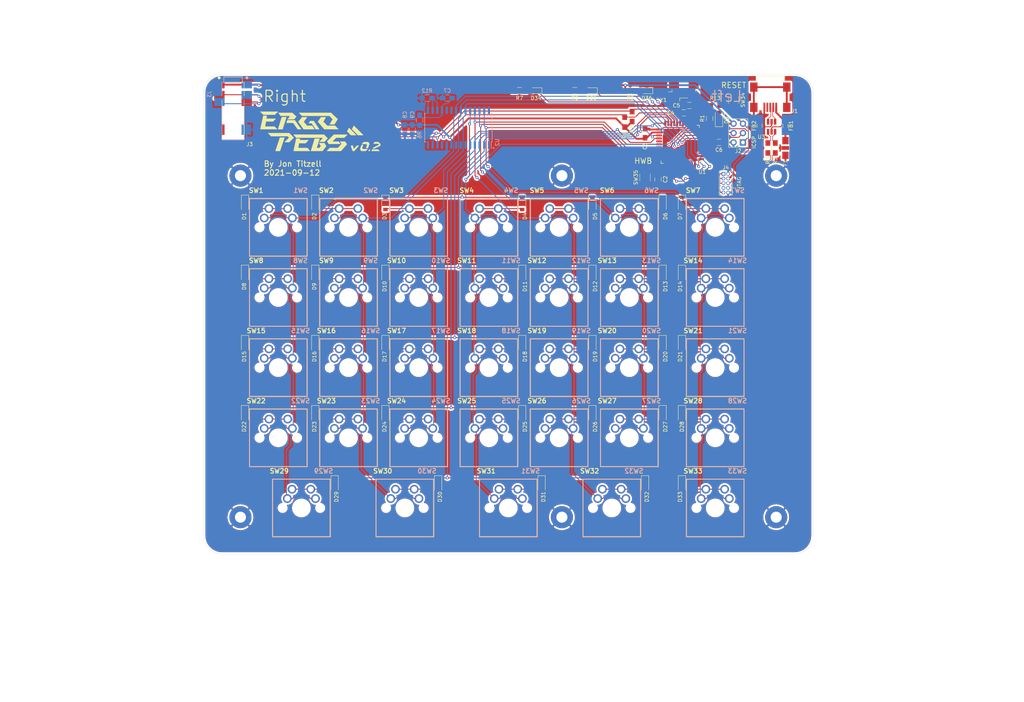
<source format=kicad_pcb>
(kicad_pcb (version 20171130) (host pcbnew "(5.1.6)-1")
  (layers (0 F.Cu signal) (31 B.Cu signal) (34 B.Paste user) (35 F.Paste user) (36 B.SilkS user) (37 F.SilkS user) (38 B.Mask user) (39 F.Mask user) (44 Edge.Cuts user))
  (net 0 "")
  (net 1 +5V)
  (net 2 GND)
  (net 3 /_RESET)
  (net 4 "Net-(C5-Pad1)")
  (net 5 "Net-(C7-Pad1)")
  (net 6 /ROW_1)
  (net 7 "Net-(D1-Pad2)")
  (net 8 /ROW_2)
  (net 9 "Net-(D2-Pad2)")
  (net 10 /ROW_3)
  (net 11 "Net-(D3-Pad2)")
  (net 12 /ROW_4)
  (net 13 "Net-(D4-Pad2)")
  (net 14 /ROW_5)
  (net 15 "Net-(D5-Pad2)")
  (net 16 "Net-(D6-Pad2)")
  (net 17 "Net-(D7-Pad2)")
  (net 18 "Net-(D8-Pad2)")
  (net 19 "Net-(D9-Pad2)")
  (net 20 "Net-(D10-Pad2)")
  (net 21 "Net-(D11-Pad2)")
  (net 22 "Net-(D12-Pad2)")
  (net 23 "Net-(D13-Pad2)")
  (net 24 "Net-(D14-Pad2)")
  (net 25 "Net-(D15-Pad2)")
  (net 26 "Net-(D16-Pad2)")
  (net 27 "Net-(D17-Pad2)")
  (net 28 "Net-(D18-Pad2)")
  (net 29 "Net-(D19-Pad2)")
  (net 30 "Net-(D20-Pad2)")
  (net 31 "Net-(D21-Pad2)")
  (net 32 "Net-(D22-Pad2)")
  (net 33 "Net-(D23-Pad2)")
  (net 34 "Net-(D24-Pad2)")
  (net 35 "Net-(D25-Pad2)")
  (net 36 "Net-(D26-Pad2)")
  (net 37 "Net-(D27-Pad2)")
  (net 38 "Net-(D28-Pad2)")
  (net 39 "Net-(D29-Pad2)")
  (net 40 "Net-(D30-Pad2)")
  (net 41 "Net-(D31-Pad2)")
  (net 42 "Net-(D32-Pad2)")
  (net 43 "Net-(D33-Pad2)")
  (net 44 "Net-(D34-Pad2)")
  (net 45 "Net-(D35-Pad2)")
  (net 46 "Net-(D36-Pad2)")
  (net 47 "Net-(F1-Pad2)")
  (net 48 /SCL)
  (net 49 /SDA)
  (net 50 /COL_1)
  (net 51 /COL_2)
  (net 52 /COL_3)
  (net 53 /COL_4)
  (net 54 /COL_5)
  (net 55 /COL_6)
  (net 56 /COL_7)
  (net 57 "Net-(U2-Pad8)")
  (net 58 "Net-(U2-Pad11)")
  (net 59 "Net-(U2-Pad20)")
  (net 60 "Net-(D34-Pad1)")
  (net 61 "Net-(D35-Pad1)")
  (net 62 "Net-(D36-Pad1)")
  (net 63 "Net-(J4-Pad1)")
  (net 64 "Net-(J4-Pad3)")
  (net 65 "Net-(J4-Pad5)")
  (net 66 "Net-(J4-Pad7)")
  (net 67 "Net-(J4-Pad8)")
  (net 68 "Net-(J4-Pad9)")
  (net 69 "Net-(Y1-Pad2)")
  (net 70 "Net-(Y1-Pad4)")
  (net 71 "Net-(C4-Pad1)")
  (net 72 "Net-(J1-Pad4)")
  (net 73 "Net-(J1-Pad3)")
  (net 74 "Net-(J1-Pad2)")
  (net 75 "Net-(R12-Pad1)")
  (net 76 "Net-(U1-Pad12)")
  (net 77 "Net-(U1-Pad27)")
  (net 78 "Net-(U1-Pad31)")
  (net 79 "Net-(U1-Pad32)")
  (net 80 "Net-(U1-Pad42)")
  (net 81 "Net-(U2-Pad14)")
  (net 82 "Net-(U2-Pad19)")
  (net 83 "Net-(SW35-Pad1)")
  (net 84 "Net-(U2-Pad28)")
  (net 85 "Net-(D37-Pad2)")
  (net 86 /UCAP)
  (net 87 "Net-(U2-Pad6)")
  (net 88 "Net-(U2-Pad7)")
  (net 89 /D+)
  (net 90 /D-)
  (net 91 "Net-(R2-Pad2)")
  (net 92 "Net-(R5-Pad2)")
  (net 93 "Net-(FB1-Pad2)")
  (net 94 "Net-(FB2-Pad1)")
  (module Resistors_SMD:R_1206_HandSoldering (layer F.Cu) (at 222.5 50 90)
    (fp_text reference F1 (at -4 0 90) (layer F.SilkS))
    (fp_text value 500mA)
    (pad 2 smd rect (at 2 0 90) (size 2 1.7) (layers F.Cu F.Paste F.Mask) (net 47 "Net-(F1-Pad2)"))
    (pad 1 smd rect (at -2 0 90) (size 2 1.7) (layers F.Cu F.Paste F.Mask) (net 1 +5V))
  )
  (module Resistors_SMD:R_0603_HandSoldering (layer F.Cu) (at 215.5 44 270)
    (fp_text reference FB2 (at 0 1.5 90) (layer F.SilkS))
    (fp_text value BK1608HS330-T)
    (pad 1 smd rect (at -1.1 0 270) (size 1.2 0.9) (layers F.Cu F.Paste F.Mask) (net 94 "Net-(FB2-Pad1)"))
    (pad 2 smd rect (at 1.1 0 270) (size 1.2 0.9) (layers F.Cu F.Paste F.Mask) (net 2 GND))
  )
  (module Resistors_SMD:R_0603_HandSoldering (layer F.Cu) (at 222.5 44 90)
    (fp_text reference FB1 (at 0 1.5 90) (layer F.SilkS))
    (fp_text value BK1608HW121-T)
    (pad 1 smd rect (at -1.1 0 90) (size 1.2 0.9) (layers F.Cu F.Paste F.Mask) (net 47 "Net-(F1-Pad2)"))
    (pad 2 smd rect (at 1.1 0 90) (size 1.2 0.9) (layers F.Cu F.Paste F.Mask) (net 93 "Net-(FB1-Pad2)"))
  )
  (module TO_SOT_Packages_SMD:SOT-23-6_Handsoldering (layer F.Cu) (at 218.75 44.25 270)
    (fp_text reference U3 (at 2.75 2.75 180) (layer F.SilkS))
    (fp_text value USBLC6-2SC6)
    (pad 1 smd rect (at -1.35 -0.95 270) (size 1.56 0.65) (layers F.Cu F.Paste F.Mask) (net 74 "Net-(J1-Pad2)"))
    (pad 2 smd rect (at -1.35 0 270) (size 1.56 0.65) (layers F.Cu F.Paste F.Mask) (net 2 GND))
    (pad 3 smd rect (at -1.35 0.95 270) (size 1.56 0.65) (layers F.Cu F.Paste F.Mask) (net 73 "Net-(J1-Pad3)"))
    (pad 4 smd rect (at 1.35 0.95 270) (size 1.56 0.65) (layers F.Cu F.Paste F.Mask) (net 91 "Net-(R2-Pad2)"))
    (pad 6 smd rect (at 1.35 -0.95 270) (size 1.56 0.65) (layers F.Cu F.Paste F.Mask) (net 92 "Net-(R5-Pad2)"))
    (pad 5 smd rect (at 1.35 0 270) (size 1.56 0.65) (layers F.Cu F.Paste F.Mask) (net 93 "Net-(FB1-Pad2)"))
  )
  (module Crystals:Crystal_SMD_0603-4pin_6.0x3.5mm_HandSoldering (layer F.Cu) (at 195 34.5)
    (fp_text reference Y1 (at -5.5 2.5) (layer F.SilkS))
    (fp_text value "16 MHz")
    (pad 1 smd rect (at -2.65 1.55) (size 2.7 2.1) (layers F.Cu F.Paste F.Mask) (net 71 "Net-(C4-Pad1)"))
    (pad 2 smd rect (at 2.65 1.55) (size 2.7 2.1) (layers F.Cu F.Paste F.Mask) (net 69 "Net-(Y1-Pad2)"))
    (pad 3 smd rect (at 2.65 -1.55) (size 2.7 2.1) (layers F.Cu F.Paste F.Mask) (net 4 "Net-(C5-Pad1)"))
    (pad 4 smd rect (at -2.65 -1.55) (size 2.7 2.1) (layers F.Cu F.Paste F.Mask) (net 70 "Net-(Y1-Pad4)"))
  )
  (module Housings_SOIC:SOIC-28W_7.5x17.9mm_Pitch1.27mm (layer B.Cu) (at 134 44.5 90)
    (fp_text reference U2 (at -4 10.5 270) (layer B.SilkS) (effects (justify mirror)))
    (fp_text value MCP23017_SO)
    (pad 1 smd rect (at -4.7 8.255 90) (size 2 0.6) (layers B.Cu B.Paste B.Mask) (net 6 /ROW_1))
    (pad 2 smd rect (at -4.7 6.985 90) (size 2 0.6) (layers B.Cu B.Paste B.Mask) (net 8 /ROW_2))
    (pad 3 smd rect (at -4.7 5.715 90) (size 2 0.6) (layers B.Cu B.Paste B.Mask) (net 10 /ROW_3))
    (pad 4 smd rect (at -4.7 4.445 90) (size 2 0.6) (layers B.Cu B.Paste B.Mask) (net 12 /ROW_4))
    (pad 5 smd rect (at -4.7 3.175 90) (size 2 0.6) (layers B.Cu B.Paste B.Mask) (net 14 /ROW_5))
    (pad 6 smd rect (at -4.7 1.905 90) (size 2 0.6) (layers B.Cu B.Paste B.Mask) (net 87 "Net-(U2-Pad6)"))
    (pad 7 smd rect (at -4.7 0.635 90) (size 2 0.6) (layers B.Cu B.Paste B.Mask) (net 88 "Net-(U2-Pad7)"))
    (pad 8 smd rect (at -4.7 -0.635 90) (size 2 0.6) (layers B.Cu B.Paste B.Mask) (net 57 "Net-(U2-Pad8)"))
    (pad 9 smd rect (at -4.7 -1.905 90) (size 2 0.6) (layers B.Cu B.Paste B.Mask) (net 1 +5V))
    (pad 10 smd rect (at -4.7 -3.175 90) (size 2 0.6) (layers B.Cu B.Paste B.Mask) (net 2 GND))
    (pad 11 smd rect (at -4.7 -4.445 90) (size 2 0.6) (layers B.Cu B.Paste B.Mask) (net 58 "Net-(U2-Pad11)"))
    (pad 12 smd rect (at -4.7 -5.715 90) (size 2 0.6) (layers B.Cu B.Paste B.Mask) (net 48 /SCL))
    (pad 13 smd rect (at -4.7 -6.985 90) (size 2 0.6) (layers B.Cu B.Paste B.Mask) (net 49 /SDA))
    (pad 14 smd rect (at -4.7 -8.255 90) (size 2 0.6) (layers B.Cu B.Paste B.Mask) (net 81 "Net-(U2-Pad14)"))
    (pad 15 smd rect (at 4.7 -8.255 90) (size 2 0.6) (layers B.Cu B.Paste B.Mask) (net 75 "Net-(R12-Pad1)"))
    (pad 16 smd rect (at 4.7 -6.985 90) (size 2 0.6) (layers B.Cu B.Paste B.Mask) (net 75 "Net-(R12-Pad1)"))
    (pad 17 smd rect (at 4.7 -5.715 90) (size 2 0.6) (layers B.Cu B.Paste B.Mask) (net 75 "Net-(R12-Pad1)"))
    (pad 18 smd rect (at 4.7 -4.445 90) (size 2 0.6) (layers B.Cu B.Paste B.Mask) (net 5 "Net-(C7-Pad1)"))
    (pad 19 smd rect (at 4.7 -3.175 90) (size 2 0.6) (layers B.Cu B.Paste B.Mask) (net 82 "Net-(U2-Pad19)"))
    (pad 20 smd rect (at 4.7 -1.905 90) (size 2 0.6) (layers B.Cu B.Paste B.Mask) (net 59 "Net-(U2-Pad20)"))
    (pad 21 smd rect (at 4.7 -0.635 90) (size 2 0.6) (layers B.Cu B.Paste B.Mask) (net 50 /COL_1))
    (pad 22 smd rect (at 4.7 0.635 90) (size 2 0.6) (layers B.Cu B.Paste B.Mask) (net 51 /COL_2))
    (pad 23 smd rect (at 4.7 1.905 90) (size 2 0.6) (layers B.Cu B.Paste B.Mask) (net 52 /COL_3))
    (pad 24 smd rect (at 4.7 3.175 90) (size 2 0.6) (layers B.Cu B.Paste B.Mask) (net 53 /COL_4))
    (pad 25 smd rect (at 4.7 4.445 90) (size 2 0.6) (layers B.Cu B.Paste B.Mask) (net 54 /COL_5))
    (pad 26 smd rect (at 4.7 5.715 90) (size 2 0.6) (layers B.Cu B.Paste B.Mask) (net 55 /COL_6))
    (pad 27 smd rect (at 4.7 6.985 90) (size 2 0.6) (layers B.Cu B.Paste B.Mask) (net 56 /COL_7))
    (pad 28 smd rect (at 4.7 8.255 90) (size 2 0.6) (layers B.Cu B.Paste B.Mask) (net 84 "Net-(U2-Pad28)"))
  )
  (module Resistors_SMD:R_0805_HandSoldering (layer F.Cu) (at 179 43 90)
    (fp_text reference R4 (at -3.5 0 90) (layer F.SilkS))
    (fp_text value 4.7k)
    (pad 1 smd rect (at -1.35 0 90) (size 1.5 1.3) (layers F.Cu F.Paste F.Mask) (net 1 +5V))
    (pad 2 smd rect (at 1.35 0 90) (size 1.5 1.3) (layers F.Cu F.Paste F.Mask) (net 49 /SDA))
  )
  (module Capacitors_SMD:C_0805_HandSoldering (layer F.Cu) (at 184.5 46 90)
    (fp_text reference C3 (at -3.5 0 90) (layer F.SilkS))
    (fp_text value "0.1 uF")
    (pad 1 smd rect (at -1.25 0 90) (size 1.5 1.25) (layers F.Cu F.Paste F.Mask) (net 1 +5V))
    (pad 2 smd rect (at 1.25 0 90) (size 1.5 1.25) (layers F.Cu F.Paste F.Mask) (net 2 GND))
  )
  (module Diodes_SMD:D_SOD-123 (layer F.Cu) (at 204.5 42 90)
    (fp_text reference D37 (at 0 2 90) (layer F.SilkS))
    (fp_text value Schottky)
    (pad 1 smd rect (at -1.65 0 90) (size 0.9 1.2) (layers F.Cu F.Paste F.Mask) (net 1 +5V))
    (pad 2 smd rect (at 1.65 0 90) (size 0.9 1.2) (layers F.Cu F.Paste F.Mask) (net 85 "Net-(D37-Pad2)"))
  )
  (module Resistors_SMD:R_0805_HandSoldering (layer F.Cu) (at 203.5 38.5 180)
    (fp_text reference R13 (at 0 2) (layer F.SilkS))
    (fp_text value 330)
    (pad 1 smd rect (at -1.35 0 180) (size 1.5 1.3) (layers F.Cu F.Paste F.Mask) (net 3 /_RESET))
    (pad 2 smd rect (at 1.35 0 180) (size 1.5 1.3) (layers F.Cu F.Paste F.Mask) (net 85 "Net-(D37-Pad2)"))
  )
  (module "kicad parts:KMR621NGLFS" (layer F.Cu) (at 184.5 58 270)
    (fp_text reference SW35 (at 0 2.5 270) (layer F.SilkS))
    (fp_text value KMR621NGLFS)
    (pad 2 smd rect (at 2.05 0.8 270) (size 0.9 1) (layers F.Cu F.Paste F.Mask) (net 2 GND))
    (pad 2 smd rect (at -2.05 0.8 270) (size 0.9 1) (layers F.Cu F.Paste F.Mask) (net 2 GND))
    (pad 1 smd rect (at 2.05 -0.8 270) (size 0.9 1) (layers F.Cu F.Paste F.Mask) (net 83 "Net-(SW35-Pad1)"))
    (pad 1 smd rect (at -2.05 -0.8 270) (size 0.9 1) (layers F.Cu F.Paste F.Mask) (net 83 "Net-(SW35-Pad1)"))
  )
  (module "kicad parts:KMR621NGLFS" (layer F.Cu) (at 208.5 37 270)
    (fp_text reference SW34 (at 0 -2.5 90) (layer F.SilkS))
    (fp_text value KMR621NGLFS)
    (pad 2 smd rect (at 2.05 0.8 270) (size 0.9 1) (layers F.Cu F.Paste F.Mask) (net 3 /_RESET))
    (pad 2 smd rect (at -2.05 0.8 270) (size 0.9 1) (layers F.Cu F.Paste F.Mask) (net 3 /_RESET))
    (pad 1 smd rect (at 2.05 -0.8 270) (size 0.9 1) (layers F.Cu F.Paste F.Mask) (net 2 GND))
    (pad 1 smd rect (at -2.05 -0.8 270) (size 0.9 1) (layers F.Cu F.Paste F.Mask) (net 2 GND))
  )
  (module "kicad parts:MX1A-C1NW-dual" (layer F.Cu) (at 85.25 90.5)
    (fp_text reference SW8 (at -6 -10) (layer F.SilkS) (effects (font (size 1.27 1.27) (thickness 0.254))))
    (fp_text value SW_SPST hide)
    (fp_text user %R (at 6 -10) (layer B.SilkS) (effects (font (size 1.27 1.27) (thickness 0.254)) (justify mirror)))
    (pad 2 thru_hole circle (at -2.54 -5.08) (size 2.35 2.35) (drill 1.55) (layers *.Cu *.Mask) (net 18 "Net-(D8-Pad2)"))
    (pad 1 thru_hole circle (at -3.81 -2.54) (size 2.35 2.35) (drill 1.55) (layers *.Cu *.Mask) (net 50 /COL_1))
    (pad "" np_thru_hole circle (at 0 0) (size 4.1 4.1) (drill 4.1) (layers *.Cu *.Mask))
    (pad "" np_thru_hole circle (at 5.08 0) (size 1.75 1.75) (drill 1.75) (layers *.Cu *.Mask))
    (pad "" np_thru_hole circle (at -5.08 0) (size 1.75 1.75) (drill 1.75) (layers *.Cu *.Mask))
    (pad 2 thru_hole circle (at 2.54 -5.08) (size 2.35 2.35) (drill 1.55) (layers *.Cu *.Mask) (net 18 "Net-(D8-Pad2)"))
    (pad 1 thru_hole circle (at 3.81 -2.54) (size 2.35 2.35) (drill 1.55) (layers *.Cu *.Mask) (net 50 /COL_1))
  )
  (module "kicad parts:MX1A-C1NW-dual" (layer F.Cu) (at 85.25 109.5)
    (fp_text reference SW15 (at -6 -10) (layer F.SilkS) (effects (font (size 1.27 1.27) (thickness 0.254))))
    (fp_text value SW_SPST hide)
    (fp_text user %R (at 6 -10) (layer B.SilkS) (effects (font (size 1.27 1.27) (thickness 0.254)) (justify mirror)))
    (pad 2 thru_hole circle (at -2.54 -5.08) (size 2.35 2.35) (drill 1.55) (layers *.Cu *.Mask) (net 25 "Net-(D15-Pad2)"))
    (pad 1 thru_hole circle (at -3.81 -2.54) (size 2.35 2.35) (drill 1.55) (layers *.Cu *.Mask) (net 50 /COL_1))
    (pad "" np_thru_hole circle (at 0 0) (size 4.1 4.1) (drill 4.1) (layers *.Cu *.Mask))
    (pad "" np_thru_hole circle (at 5.08 0) (size 1.75 1.75) (drill 1.75) (layers *.Cu *.Mask))
    (pad "" np_thru_hole circle (at -5.08 0) (size 1.75 1.75) (drill 1.75) (layers *.Cu *.Mask))
    (pad 2 thru_hole circle (at 2.54 -5.08) (size 2.35 2.35) (drill 1.55) (layers *.Cu *.Mask) (net 25 "Net-(D15-Pad2)"))
    (pad 1 thru_hole circle (at 3.81 -2.54) (size 2.35 2.35) (drill 1.55) (layers *.Cu *.Mask) (net 50 /COL_1))
  )
  (module "kicad parts:MX1A-C1NW-dual" (layer F.Cu) (at 85.25 128.5)
    (fp_text reference SW22 (at -6 -10) (layer F.SilkS) (effects (font (size 1.27 1.27) (thickness 0.254))))
    (fp_text value SW_SPST hide)
    (fp_text user %R (at 6 -10) (layer B.SilkS) (effects (font (size 1.27 1.27) (thickness 0.254)) (justify mirror)))
    (pad 2 thru_hole circle (at -2.54 -5.08) (size 2.35 2.35) (drill 1.55) (layers *.Cu *.Mask) (net 32 "Net-(D22-Pad2)"))
    (pad 1 thru_hole circle (at -3.81 -2.54) (size 2.35 2.35) (drill 1.55) (layers *.Cu *.Mask) (net 50 /COL_1))
    (pad "" np_thru_hole circle (at 0 0) (size 4.1 4.1) (drill 4.1) (layers *.Cu *.Mask))
    (pad "" np_thru_hole circle (at 5.08 0) (size 1.75 1.75) (drill 1.75) (layers *.Cu *.Mask))
    (pad "" np_thru_hole circle (at -5.08 0) (size 1.75 1.75) (drill 1.75) (layers *.Cu *.Mask))
    (pad 2 thru_hole circle (at 2.54 -5.08) (size 2.35 2.35) (drill 1.55) (layers *.Cu *.Mask) (net 32 "Net-(D22-Pad2)"))
    (pad 1 thru_hole circle (at 3.81 -2.54) (size 2.35 2.35) (drill 1.55) (layers *.Cu *.Mask) (net 50 /COL_1))
  )
  (module "kicad parts:MX1A-C1NW-dual" (layer F.Cu) (at 91.5 147.5)
    (fp_text reference SW29 (at -6 -10) (layer F.SilkS) (effects (font (size 1.27 1.27) (thickness 0.254))))
    (fp_text value SW_SPST hide)
    (fp_text user %R (at 6 -10) (layer B.SilkS) (effects (font (size 1.27 1.27) (thickness 0.254)) (justify mirror)))
    (pad 2 thru_hole circle (at -2.54 -5.08) (size 2.35 2.35) (drill 1.55) (layers *.Cu *.Mask) (net 39 "Net-(D29-Pad2)"))
    (pad 1 thru_hole circle (at -3.81 -2.54) (size 2.35 2.35) (drill 1.55) (layers *.Cu *.Mask) (net 50 /COL_1))
    (pad "" np_thru_hole circle (at 0 0) (size 4.1 4.1) (drill 4.1) (layers *.Cu *.Mask))
    (pad "" np_thru_hole circle (at 5.08 0) (size 1.75 1.75) (drill 1.75) (layers *.Cu *.Mask))
    (pad "" np_thru_hole circle (at -5.08 0) (size 1.75 1.75) (drill 1.75) (layers *.Cu *.Mask))
    (pad 2 thru_hole circle (at 2.54 -5.08) (size 2.35 2.35) (drill 1.55) (layers *.Cu *.Mask) (net 39 "Net-(D29-Pad2)"))
    (pad 1 thru_hole circle (at 3.81 -2.54) (size 2.35 2.35) (drill 1.55) (layers *.Cu *.Mask) (net 50 /COL_1))
  )
  (module "kicad parts:MX1A-C1NW-dual" (layer F.Cu) (at 104.25 71.5)
    (fp_text reference SW2 (at -6 -10) (layer F.SilkS) (effects (font (size 1.27 1.27) (thickness 0.254))))
    (fp_text value SW_SPST hide)
    (fp_text user %R (at 6 -10) (layer B.SilkS) (effects (font (size 1.27 1.27) (thickness 0.254)) (justify mirror)))
    (pad 2 thru_hole circle (at -2.54 -5.08) (size 2.35 2.35) (drill 1.55) (layers *.Cu *.Mask) (net 9 "Net-(D2-Pad2)"))
    (pad 1 thru_hole circle (at -3.81 -2.54) (size 2.35 2.35) (drill 1.55) (layers *.Cu *.Mask) (net 51 /COL_2))
    (pad "" np_thru_hole circle (at 0 0) (size 4.1 4.1) (drill 4.1) (layers *.Cu *.Mask))
    (pad "" np_thru_hole circle (at 5.08 0) (size 1.75 1.75) (drill 1.75) (layers *.Cu *.Mask))
    (pad "" np_thru_hole circle (at -5.08 0) (size 1.75 1.75) (drill 1.75) (layers *.Cu *.Mask))
    (pad 2 thru_hole circle (at 2.54 -5.08) (size 2.35 2.35) (drill 1.55) (layers *.Cu *.Mask) (net 9 "Net-(D2-Pad2)"))
    (pad 1 thru_hole circle (at 3.81 -2.54) (size 2.35 2.35) (drill 1.55) (layers *.Cu *.Mask) (net 51 /COL_2))
  )
  (module "kicad parts:MX1A-C1NW-dual" (layer F.Cu) (at 104.25 90.5)
    (fp_text reference SW9 (at -6 -10) (layer F.SilkS) (effects (font (size 1.27 1.27) (thickness 0.254))))
    (fp_text value SW_SPST hide)
    (fp_text user %R (at 6 -10) (layer B.SilkS) (effects (font (size 1.27 1.27) (thickness 0.254)) (justify mirror)))
    (pad 2 thru_hole circle (at -2.54 -5.08) (size 2.35 2.35) (drill 1.55) (layers *.Cu *.Mask) (net 19 "Net-(D9-Pad2)"))
    (pad 1 thru_hole circle (at -3.81 -2.54) (size 2.35 2.35) (drill 1.55) (layers *.Cu *.Mask) (net 51 /COL_2))
    (pad "" np_thru_hole circle (at 0 0) (size 4.1 4.1) (drill 4.1) (layers *.Cu *.Mask))
    (pad "" np_thru_hole circle (at 5.08 0) (size 1.75 1.75) (drill 1.75) (layers *.Cu *.Mask))
    (pad "" np_thru_hole circle (at -5.08 0) (size 1.75 1.75) (drill 1.75) (layers *.Cu *.Mask))
    (pad 2 thru_hole circle (at 2.54 -5.08) (size 2.35 2.35) (drill 1.55) (layers *.Cu *.Mask) (net 19 "Net-(D9-Pad2)"))
    (pad 1 thru_hole circle (at 3.81 -2.54) (size 2.35 2.35) (drill 1.55) (layers *.Cu *.Mask) (net 51 /COL_2))
  )
  (module "kicad parts:MX1A-C1NW-dual" (layer F.Cu) (at 104.25 109.5)
    (fp_text reference SW16 (at -6 -10) (layer F.SilkS) (effects (font (size 1.27 1.27) (thickness 0.254))))
    (fp_text value SW_SPST hide)
    (fp_text user %R (at 6 -10) (layer B.SilkS) (effects (font (size 1.27 1.27) (thickness 0.254)) (justify mirror)))
    (pad 2 thru_hole circle (at -2.54 -5.08) (size 2.35 2.35) (drill 1.55) (layers *.Cu *.Mask) (net 26 "Net-(D16-Pad2)"))
    (pad 1 thru_hole circle (at -3.81 -2.54) (size 2.35 2.35) (drill 1.55) (layers *.Cu *.Mask) (net 51 /COL_2))
    (pad "" np_thru_hole circle (at 0 0) (size 4.1 4.1) (drill 4.1) (layers *.Cu *.Mask))
    (pad "" np_thru_hole circle (at 5.08 0) (size 1.75 1.75) (drill 1.75) (layers *.Cu *.Mask))
    (pad "" np_thru_hole circle (at -5.08 0) (size 1.75 1.75) (drill 1.75) (layers *.Cu *.Mask))
    (pad 2 thru_hole circle (at 2.54 -5.08) (size 2.35 2.35) (drill 1.55) (layers *.Cu *.Mask) (net 26 "Net-(D16-Pad2)"))
    (pad 1 thru_hole circle (at 3.81 -2.54) (size 2.35 2.35) (drill 1.55) (layers *.Cu *.Mask) (net 51 /COL_2))
  )
  (module "kicad parts:MX1A-C1NW-dual" (layer F.Cu) (at 104.25 128.5)
    (fp_text reference SW23 (at -6 -10) (layer F.SilkS) (effects (font (size 1.27 1.27) (thickness 0.254))))
    (fp_text value SW_SPST hide)
    (fp_text user %R (at 6 -10) (layer B.SilkS) (effects (font (size 1.27 1.27) (thickness 0.254)) (justify mirror)))
    (pad 2 thru_hole circle (at -2.54 -5.08) (size 2.35 2.35) (drill 1.55) (layers *.Cu *.Mask) (net 33 "Net-(D23-Pad2)"))
    (pad 1 thru_hole circle (at -3.81 -2.54) (size 2.35 2.35) (drill 1.55) (layers *.Cu *.Mask) (net 51 /COL_2))
    (pad "" np_thru_hole circle (at 0 0) (size 4.1 4.1) (drill 4.1) (layers *.Cu *.Mask))
    (pad "" np_thru_hole circle (at 5.08 0) (size 1.75 1.75) (drill 1.75) (layers *.Cu *.Mask))
    (pad "" np_thru_hole circle (at -5.08 0) (size 1.75 1.75) (drill 1.75) (layers *.Cu *.Mask))
    (pad 2 thru_hole circle (at 2.54 -5.08) (size 2.35 2.35) (drill 1.55) (layers *.Cu *.Mask) (net 33 "Net-(D23-Pad2)"))
    (pad 1 thru_hole circle (at 3.81 -2.54) (size 2.35 2.35) (drill 1.55) (layers *.Cu *.Mask) (net 51 /COL_2))
  )
  (module "kicad parts:MX1A-C1NW-dual" (layer F.Cu) (at 119.5 147.5)
    (fp_text reference SW30 (at -6 -10) (layer F.SilkS) (effects (font (size 1.27 1.27) (thickness 0.254))))
    (fp_text value SW_SPST hide)
    (fp_text user %R (at 6 -10) (layer B.SilkS) (effects (font (size 1.27 1.27) (thickness 0.254)) (justify mirror)))
    (pad 2 thru_hole circle (at -2.54 -5.08) (size 2.35 2.35) (drill 1.55) (layers *.Cu *.Mask) (net 40 "Net-(D30-Pad2)"))
    (pad 1 thru_hole circle (at -3.81 -2.54) (size 2.35 2.35) (drill 1.55) (layers *.Cu *.Mask) (net 51 /COL_2))
    (pad "" np_thru_hole circle (at 0 0) (size 4.1 4.1) (drill 4.1) (layers *.Cu *.Mask))
    (pad "" np_thru_hole circle (at 5.08 0) (size 1.75 1.75) (drill 1.75) (layers *.Cu *.Mask))
    (pad "" np_thru_hole circle (at -5.08 0) (size 1.75 1.75) (drill 1.75) (layers *.Cu *.Mask))
    (pad 2 thru_hole circle (at 2.54 -5.08) (size 2.35 2.35) (drill 1.55) (layers *.Cu *.Mask) (net 40 "Net-(D30-Pad2)"))
    (pad 1 thru_hole circle (at 3.81 -2.54) (size 2.35 2.35) (drill 1.55) (layers *.Cu *.Mask) (net 51 /COL_2))
  )
  (module "kicad parts:MX1A-C1NW-dual" (layer F.Cu) (at 123.25 71.5)
    (fp_text reference SW3 (at -6 -10) (layer F.SilkS) (effects (font (size 1.27 1.27) (thickness 0.254))))
    (fp_text value SW_SPST hide)
    (fp_text user %R (at 6 -10) (layer B.SilkS) (effects (font (size 1.27 1.27) (thickness 0.254)) (justify mirror)))
    (pad 2 thru_hole circle (at -2.54 -5.08) (size 2.35 2.35) (drill 1.55) (layers *.Cu *.Mask) (net 11 "Net-(D3-Pad2)"))
    (pad 1 thru_hole circle (at -3.81 -2.54) (size 2.35 2.35) (drill 1.55) (layers *.Cu *.Mask) (net 52 /COL_3))
    (pad "" np_thru_hole circle (at 0 0) (size 4.1 4.1) (drill 4.1) (layers *.Cu *.Mask))
    (pad "" np_thru_hole circle (at 5.08 0) (size 1.75 1.75) (drill 1.75) (layers *.Cu *.Mask))
    (pad "" np_thru_hole circle (at -5.08 0) (size 1.75 1.75) (drill 1.75) (layers *.Cu *.Mask))
    (pad 2 thru_hole circle (at 2.54 -5.08) (size 2.35 2.35) (drill 1.55) (layers *.Cu *.Mask) (net 11 "Net-(D3-Pad2)"))
    (pad 1 thru_hole circle (at 3.81 -2.54) (size 2.35 2.35) (drill 1.55) (layers *.Cu *.Mask) (net 52 /COL_3))
  )
  (module "kicad parts:MX1A-C1NW-dual" (layer F.Cu) (at 123.25 90.5)
    (fp_text reference SW10 (at -6 -10) (layer F.SilkS) (effects (font (size 1.27 1.27) (thickness 0.254))))
    (fp_text value SW_SPST hide)
    (fp_text user %R (at 6 -10) (layer B.SilkS) (effects (font (size 1.27 1.27) (thickness 0.254)) (justify mirror)))
    (pad 2 thru_hole circle (at -2.54 -5.08) (size 2.35 2.35) (drill 1.55) (layers *.Cu *.Mask) (net 20 "Net-(D10-Pad2)"))
    (pad 1 thru_hole circle (at -3.81 -2.54) (size 2.35 2.35) (drill 1.55) (layers *.Cu *.Mask) (net 52 /COL_3))
    (pad "" np_thru_hole circle (at 0 0) (size 4.1 4.1) (drill 4.1) (layers *.Cu *.Mask))
    (pad "" np_thru_hole circle (at 5.08 0) (size 1.75 1.75) (drill 1.75) (layers *.Cu *.Mask))
    (pad "" np_thru_hole circle (at -5.08 0) (size 1.75 1.75) (drill 1.75) (layers *.Cu *.Mask))
    (pad 2 thru_hole circle (at 2.54 -5.08) (size 2.35 2.35) (drill 1.55) (layers *.Cu *.Mask) (net 20 "Net-(D10-Pad2)"))
    (pad 1 thru_hole circle (at 3.81 -2.54) (size 2.35 2.35) (drill 1.55) (layers *.Cu *.Mask) (net 52 /COL_3))
  )
  (module "kicad parts:MX1A-C1NW-dual" (layer F.Cu) (at 123.25 109.5)
    (fp_text reference SW17 (at -6 -10) (layer F.SilkS) (effects (font (size 1.27 1.27) (thickness 0.254))))
    (fp_text value SW_SPST hide)
    (fp_text user %R (at 6 -10) (layer B.SilkS) (effects (font (size 1.27 1.27) (thickness 0.254)) (justify mirror)))
    (pad 2 thru_hole circle (at -2.54 -5.08) (size 2.35 2.35) (drill 1.55) (layers *.Cu *.Mask) (net 27 "Net-(D17-Pad2)"))
    (pad 1 thru_hole circle (at -3.81 -2.54) (size 2.35 2.35) (drill 1.55) (layers *.Cu *.Mask) (net 52 /COL_3))
    (pad "" np_thru_hole circle (at 0 0) (size 4.1 4.1) (drill 4.1) (layers *.Cu *.Mask))
    (pad "" np_thru_hole circle (at 5.08 0) (size 1.75 1.75) (drill 1.75) (layers *.Cu *.Mask))
    (pad "" np_thru_hole circle (at -5.08 0) (size 1.75 1.75) (drill 1.75) (layers *.Cu *.Mask))
    (pad 2 thru_hole circle (at 2.54 -5.08) (size 2.35 2.35) (drill 1.55) (layers *.Cu *.Mask) (net 27 "Net-(D17-Pad2)"))
    (pad 1 thru_hole circle (at 3.81 -2.54) (size 2.35 2.35) (drill 1.55) (layers *.Cu *.Mask) (net 52 /COL_3))
  )
  (module "kicad parts:MX1A-C1NW-dual" (layer F.Cu) (at 123.25 128.5)
    (fp_text reference SW24 (at -6 -10) (layer F.SilkS) (effects (font (size 1.27 1.27) (thickness 0.254))))
    (fp_text value SW_SPST hide)
    (fp_text user %R (at 6 -10) (layer B.SilkS) (effects (font (size 1.27 1.27) (thickness 0.254)) (justify mirror)))
    (pad 2 thru_hole circle (at -2.54 -5.08) (size 2.35 2.35) (drill 1.55) (layers *.Cu *.Mask) (net 34 "Net-(D24-Pad2)"))
    (pad 1 thru_hole circle (at -3.81 -2.54) (size 2.35 2.35) (drill 1.55) (layers *.Cu *.Mask) (net 52 /COL_3))
    (pad "" np_thru_hole circle (at 0 0) (size 4.1 4.1) (drill 4.1) (layers *.Cu *.Mask))
    (pad "" np_thru_hole circle (at 5.08 0) (size 1.75 1.75) (drill 1.75) (layers *.Cu *.Mask))
    (pad "" np_thru_hole circle (at -5.08 0) (size 1.75 1.75) (drill 1.75) (layers *.Cu *.Mask))
    (pad 2 thru_hole circle (at 2.54 -5.08) (size 2.35 2.35) (drill 1.55) (layers *.Cu *.Mask) (net 34 "Net-(D24-Pad2)"))
    (pad 1 thru_hole circle (at 3.81 -2.54) (size 2.35 2.35) (drill 1.55) (layers *.Cu *.Mask) (net 52 /COL_3))
  )
  (module "kicad parts:MX1A-C1NW-dual" (layer F.Cu) (at 142.25 71.5)
    (fp_text reference SW4 (at -6 -10) (layer F.SilkS) (effects (font (size 1.27 1.27) (thickness 0.254))))
    (fp_text value SW_SPST hide)
    (fp_text user %R (at 6 -10) (layer B.SilkS) (effects (font (size 1.27 1.27) (thickness 0.254)) (justify mirror)))
    (pad 2 thru_hole circle (at -2.54 -5.08) (size 2.35 2.35) (drill 1.55) (layers *.Cu *.Mask) (net 13 "Net-(D4-Pad2)"))
    (pad 1 thru_hole circle (at -3.81 -2.54) (size 2.35 2.35) (drill 1.55) (layers *.Cu *.Mask) (net 53 /COL_4))
    (pad "" np_thru_hole circle (at 0 0) (size 4.1 4.1) (drill 4.1) (layers *.Cu *.Mask))
    (pad "" np_thru_hole circle (at 5.08 0) (size 1.75 1.75) (drill 1.75) (layers *.Cu *.Mask))
    (pad "" np_thru_hole circle (at -5.08 0) (size 1.75 1.75) (drill 1.75) (layers *.Cu *.Mask))
    (pad 2 thru_hole circle (at 2.54 -5.08) (size 2.35 2.35) (drill 1.55) (layers *.Cu *.Mask) (net 13 "Net-(D4-Pad2)"))
    (pad 1 thru_hole circle (at 3.81 -2.54) (size 2.35 2.35) (drill 1.55) (layers *.Cu *.Mask) (net 53 /COL_4))
  )
  (module "kicad parts:MX1A-C1NW-dual" (layer F.Cu) (at 142.25 90.5)
    (fp_text reference SW11 (at -6 -10) (layer F.SilkS) (effects (font (size 1.27 1.27) (thickness 0.254))))
    (fp_text value SW_SPST hide)
    (fp_text user %R (at 6 -10) (layer B.SilkS) (effects (font (size 1.27 1.27) (thickness 0.254)) (justify mirror)))
    (pad 2 thru_hole circle (at -2.54 -5.08) (size 2.35 2.35) (drill 1.55) (layers *.Cu *.Mask) (net 21 "Net-(D11-Pad2)"))
    (pad 1 thru_hole circle (at -3.81 -2.54) (size 2.35 2.35) (drill 1.55) (layers *.Cu *.Mask) (net 53 /COL_4))
    (pad "" np_thru_hole circle (at 0 0) (size 4.1 4.1) (drill 4.1) (layers *.Cu *.Mask))
    (pad "" np_thru_hole circle (at 5.08 0) (size 1.75 1.75) (drill 1.75) (layers *.Cu *.Mask))
    (pad "" np_thru_hole circle (at -5.08 0) (size 1.75 1.75) (drill 1.75) (layers *.Cu *.Mask))
    (pad 2 thru_hole circle (at 2.54 -5.08) (size 2.35 2.35) (drill 1.55) (layers *.Cu *.Mask) (net 21 "Net-(D11-Pad2)"))
    (pad 1 thru_hole circle (at 3.81 -2.54) (size 2.35 2.35) (drill 1.55) (layers *.Cu *.Mask) (net 53 /COL_4))
  )
  (module "kicad parts:MX1A-C1NW-dual" (layer F.Cu) (at 142.25 109.5)
    (fp_text reference SW18 (at -6 -10) (layer F.SilkS) (effects (font (size 1.27 1.27) (thickness 0.254))))
    (fp_text value SW_SPST hide)
    (fp_text user %R (at 6 -10) (layer B.SilkS) (effects (font (size 1.27 1.27) (thickness 0.254)) (justify mirror)))
    (pad 2 thru_hole circle (at -2.54 -5.08) (size 2.35 2.35) (drill 1.55) (layers *.Cu *.Mask) (net 28 "Net-(D18-Pad2)"))
    (pad 1 thru_hole circle (at -3.81 -2.54) (size 2.35 2.35) (drill 1.55) (layers *.Cu *.Mask) (net 53 /COL_4))
    (pad "" np_thru_hole circle (at 0 0) (size 4.1 4.1) (drill 4.1) (layers *.Cu *.Mask))
    (pad "" np_thru_hole circle (at 5.08 0) (size 1.75 1.75) (drill 1.75) (layers *.Cu *.Mask))
    (pad "" np_thru_hole circle (at -5.08 0) (size 1.75 1.75) (drill 1.75) (layers *.Cu *.Mask))
    (pad 2 thru_hole circle (at 2.54 -5.08) (size 2.35 2.35) (drill 1.55) (layers *.Cu *.Mask) (net 28 "Net-(D18-Pad2)"))
    (pad 1 thru_hole circle (at 3.81 -2.54) (size 2.35 2.35) (drill 1.55) (layers *.Cu *.Mask) (net 53 /COL_4))
  )
  (module "kicad parts:MX1A-C1NW-dual" (layer F.Cu) (at 142.25 128.5)
    (fp_text reference SW25 (at -6 -10) (layer F.SilkS) (effects (font (size 1.27 1.27) (thickness 0.254))))
    (fp_text value SW_SPST hide)
    (fp_text user %R (at 6 -10) (layer B.SilkS) (effects (font (size 1.27 1.27) (thickness 0.254)) (justify mirror)))
    (pad 2 thru_hole circle (at -2.54 -5.08) (size 2.35 2.35) (drill 1.55) (layers *.Cu *.Mask) (net 35 "Net-(D25-Pad2)"))
    (pad 1 thru_hole circle (at -3.81 -2.54) (size 2.35 2.35) (drill 1.55) (layers *.Cu *.Mask) (net 53 /COL_4))
    (pad "" np_thru_hole circle (at 0 0) (size 4.1 4.1) (drill 4.1) (layers *.Cu *.Mask))
    (pad "" np_thru_hole circle (at 5.08 0) (size 1.75 1.75) (drill 1.75) (layers *.Cu *.Mask))
    (pad "" np_thru_hole circle (at -5.08 0) (size 1.75 1.75) (drill 1.75) (layers *.Cu *.Mask))
    (pad 2 thru_hole circle (at 2.54 -5.08) (size 2.35 2.35) (drill 1.55) (layers *.Cu *.Mask) (net 35 "Net-(D25-Pad2)"))
    (pad 1 thru_hole circle (at 3.81 -2.54) (size 2.35 2.35) (drill 1.55) (layers *.Cu *.Mask) (net 53 /COL_4))
  )
  (module "kicad parts:MX1A-C1NW-dual" (layer F.Cu) (at 147.5 147.5)
    (fp_text reference SW31 (at -6 -10) (layer F.SilkS) (effects (font (size 1.27 1.27) (thickness 0.254))))
    (fp_text value SW_SPST hide)
    (fp_text user %R (at 6 -10) (layer B.SilkS) (effects (font (size 1.27 1.27) (thickness 0.254)) (justify mirror)))
    (pad 2 thru_hole circle (at -2.54 -5.08) (size 2.35 2.35) (drill 1.55) (layers *.Cu *.Mask) (net 41 "Net-(D31-Pad2)"))
    (pad 1 thru_hole circle (at -3.81 -2.54) (size 2.35 2.35) (drill 1.55) (layers *.Cu *.Mask) (net 53 /COL_4))
    (pad "" np_thru_hole circle (at 0 0) (size 4.1 4.1) (drill 4.1) (layers *.Cu *.Mask))
    (pad "" np_thru_hole circle (at 5.08 0) (size 1.75 1.75) (drill 1.75) (layers *.Cu *.Mask))
    (pad "" np_thru_hole circle (at -5.08 0) (size 1.75 1.75) (drill 1.75) (layers *.Cu *.Mask))
    (pad 2 thru_hole circle (at 2.54 -5.08) (size 2.35 2.35) (drill 1.55) (layers *.Cu *.Mask) (net 41 "Net-(D31-Pad2)"))
    (pad 1 thru_hole circle (at 3.81 -2.54) (size 2.35 2.35) (drill 1.55) (layers *.Cu *.Mask) (net 53 /COL_4))
  )
  (module "kicad parts:MX1A-C1NW-dual" (layer F.Cu) (at 161.25 71.5)
    (fp_text reference SW5 (at -6 -10) (layer F.SilkS) (effects (font (size 1.27 1.27) (thickness 0.254))))
    (fp_text value SW_SPST hide)
    (fp_text user %R (at 6 -10) (layer B.SilkS) (effects (font (size 1.27 1.27) (thickness 0.254)) (justify mirror)))
    (pad 2 thru_hole circle (at -2.54 -5.08) (size 2.35 2.35) (drill 1.55) (layers *.Cu *.Mask) (net 15 "Net-(D5-Pad2)"))
    (pad 1 thru_hole circle (at -3.81 -2.54) (size 2.35 2.35) (drill 1.55) (layers *.Cu *.Mask) (net 54 /COL_5))
    (pad "" np_thru_hole circle (at 0 0) (size 4.1 4.1) (drill 4.1) (layers *.Cu *.Mask))
    (pad "" np_thru_hole circle (at 5.08 0) (size 1.75 1.75) (drill 1.75) (layers *.Cu *.Mask))
    (pad "" np_thru_hole circle (at -5.08 0) (size 1.75 1.75) (drill 1.75) (layers *.Cu *.Mask))
    (pad 2 thru_hole circle (at 2.54 -5.08) (size 2.35 2.35) (drill 1.55) (layers *.Cu *.Mask) (net 15 "Net-(D5-Pad2)"))
    (pad 1 thru_hole circle (at 3.81 -2.54) (size 2.35 2.35) (drill 1.55) (layers *.Cu *.Mask) (net 54 /COL_5))
  )
  (module "kicad parts:MX1A-C1NW-dual" (layer F.Cu) (at 161.25 90.5)
    (fp_text reference SW12 (at -6 -10) (layer F.SilkS) (effects (font (size 1.27 1.27) (thickness 0.254))))
    (fp_text value SW_SPST hide)
    (fp_text user %R (at 6 -10) (layer B.SilkS) (effects (font (size 1.27 1.27) (thickness 0.254)) (justify mirror)))
    (pad 2 thru_hole circle (at -2.54 -5.08) (size 2.35 2.35) (drill 1.55) (layers *.Cu *.Mask) (net 22 "Net-(D12-Pad2)"))
    (pad 1 thru_hole circle (at -3.81 -2.54) (size 2.35 2.35) (drill 1.55) (layers *.Cu *.Mask) (net 54 /COL_5))
    (pad "" np_thru_hole circle (at 0 0) (size 4.1 4.1) (drill 4.1) (layers *.Cu *.Mask))
    (pad "" np_thru_hole circle (at 5.08 0) (size 1.75 1.75) (drill 1.75) (layers *.Cu *.Mask))
    (pad "" np_thru_hole circle (at -5.08 0) (size 1.75 1.75) (drill 1.75) (layers *.Cu *.Mask))
    (pad 2 thru_hole circle (at 2.54 -5.08) (size 2.35 2.35) (drill 1.55) (layers *.Cu *.Mask) (net 22 "Net-(D12-Pad2)"))
    (pad 1 thru_hole circle (at 3.81 -2.54) (size 2.35 2.35) (drill 1.55) (layers *.Cu *.Mask) (net 54 /COL_5))
  )
  (module "kicad parts:MX1A-C1NW-dual" (layer F.Cu) (at 161.25 109.5)
    (fp_text reference SW19 (at -6 -10) (layer F.SilkS) (effects (font (size 1.27 1.27) (thickness 0.254))))
    (fp_text value SW_SPST hide)
    (fp_text user %R (at 6 -10) (layer B.SilkS) (effects (font (size 1.27 1.27) (thickness 0.254)) (justify mirror)))
    (pad 2 thru_hole circle (at -2.54 -5.08) (size 2.35 2.35) (drill 1.55) (layers *.Cu *.Mask) (net 29 "Net-(D19-Pad2)"))
    (pad 1 thru_hole circle (at -3.81 -2.54) (size 2.35 2.35) (drill 1.55) (layers *.Cu *.Mask) (net 54 /COL_5))
    (pad "" np_thru_hole circle (at 0 0) (size 4.1 4.1) (drill 4.1) (layers *.Cu *.Mask))
    (pad "" np_thru_hole circle (at 5.08 0) (size 1.75 1.75) (drill 1.75) (layers *.Cu *.Mask))
    (pad "" np_thru_hole circle (at -5.08 0) (size 1.75 1.75) (drill 1.75) (layers *.Cu *.Mask))
    (pad 2 thru_hole circle (at 2.54 -5.08) (size 2.35 2.35) (drill 1.55) (layers *.Cu *.Mask) (net 29 "Net-(D19-Pad2)"))
    (pad 1 thru_hole circle (at 3.81 -2.54) (size 2.35 2.35) (drill 1.55) (layers *.Cu *.Mask) (net 54 /COL_5))
  )
  (module "kicad parts:MX1A-C1NW-dual" (layer F.Cu) (at 161.25 128.5)
    (fp_text reference SW26 (at -6 -10) (layer F.SilkS) (effects (font (size 1.27 1.27) (thickness 0.254))))
    (fp_text value SW_SPST hide)
    (fp_text user %R (at 6 -10) (layer B.SilkS) (effects (font (size 1.27 1.27) (thickness 0.254)) (justify mirror)))
    (pad 2 thru_hole circle (at -2.54 -5.08) (size 2.35 2.35) (drill 1.55) (layers *.Cu *.Mask) (net 36 "Net-(D26-Pad2)"))
    (pad 1 thru_hole circle (at -3.81 -2.54) (size 2.35 2.35) (drill 1.55) (layers *.Cu *.Mask) (net 54 /COL_5))
    (pad "" np_thru_hole circle (at 0 0) (size 4.1 4.1) (drill 4.1) (layers *.Cu *.Mask))
    (pad "" np_thru_hole circle (at 5.08 0) (size 1.75 1.75) (drill 1.75) (layers *.Cu *.Mask))
    (pad "" np_thru_hole circle (at -5.08 0) (size 1.75 1.75) (drill 1.75) (layers *.Cu *.Mask))
    (pad 2 thru_hole circle (at 2.54 -5.08) (size 2.35 2.35) (drill 1.55) (layers *.Cu *.Mask) (net 36 "Net-(D26-Pad2)"))
    (pad 1 thru_hole circle (at 3.81 -2.54) (size 2.35 2.35) (drill 1.55) (layers *.Cu *.Mask) (net 54 /COL_5))
  )
  (module "kicad parts:MX1A-C1NW-dual" (layer F.Cu) (at 175.5 147.5)
    (fp_text reference SW32 (at -6 -10) (layer F.SilkS) (effects (font (size 1.27 1.27) (thickness 0.254))))
    (fp_text value SW_SPST hide)
    (fp_text user %R (at 6 -10) (layer B.SilkS) (effects (font (size 1.27 1.27) (thickness 0.254)) (justify mirror)))
    (pad 2 thru_hole circle (at -2.54 -5.08) (size 2.35 2.35) (drill 1.55) (layers *.Cu *.Mask) (net 42 "Net-(D32-Pad2)"))
    (pad 1 thru_hole circle (at -3.81 -2.54) (size 2.35 2.35) (drill 1.55) (layers *.Cu *.Mask) (net 54 /COL_5))
    (pad "" np_thru_hole circle (at 0 0) (size 4.1 4.1) (drill 4.1) (layers *.Cu *.Mask))
    (pad "" np_thru_hole circle (at 5.08 0) (size 1.75 1.75) (drill 1.75) (layers *.Cu *.Mask))
    (pad "" np_thru_hole circle (at -5.08 0) (size 1.75 1.75) (drill 1.75) (layers *.Cu *.Mask))
    (pad 2 thru_hole circle (at 2.54 -5.08) (size 2.35 2.35) (drill 1.55) (layers *.Cu *.Mask) (net 42 "Net-(D32-Pad2)"))
    (pad 1 thru_hole circle (at 3.81 -2.54) (size 2.35 2.35) (drill 1.55) (layers *.Cu *.Mask) (net 54 /COL_5))
  )
  (module "kicad parts:MX1A-C1NW-dual" (layer F.Cu) (at 180.25 71.5)
    (fp_text reference SW6 (at -6 -10) (layer F.SilkS) (effects (font (size 1.27 1.27) (thickness 0.254))))
    (fp_text value SW_SPST hide)
    (fp_text user %R (at 6 -10) (layer B.SilkS) (effects (font (size 1.27 1.27) (thickness 0.254)) (justify mirror)))
    (pad 2 thru_hole circle (at -2.54 -5.08) (size 2.35 2.35) (drill 1.55) (layers *.Cu *.Mask) (net 16 "Net-(D6-Pad2)"))
    (pad 1 thru_hole circle (at -3.81 -2.54) (size 2.35 2.35) (drill 1.55) (layers *.Cu *.Mask) (net 55 /COL_6))
    (pad "" np_thru_hole circle (at 0 0) (size 4.1 4.1) (drill 4.1) (layers *.Cu *.Mask))
    (pad "" np_thru_hole circle (at 5.08 0) (size 1.75 1.75) (drill 1.75) (layers *.Cu *.Mask))
    (pad "" np_thru_hole circle (at -5.08 0) (size 1.75 1.75) (drill 1.75) (layers *.Cu *.Mask))
    (pad 2 thru_hole circle (at 2.54 -5.08) (size 2.35 2.35) (drill 1.55) (layers *.Cu *.Mask) (net 16 "Net-(D6-Pad2)"))
    (pad 1 thru_hole circle (at 3.81 -2.54) (size 2.35 2.35) (drill 1.55) (layers *.Cu *.Mask) (net 55 /COL_6))
  )
  (module "kicad parts:MX1A-C1NW-dual" (layer F.Cu) (at 180.25 90.5)
    (fp_text reference SW13 (at -6 -10) (layer F.SilkS) (effects (font (size 1.27 1.27) (thickness 0.254))))
    (fp_text value SW_SPST hide)
    (fp_text user %R (at 6 -10) (layer B.SilkS) (effects (font (size 1.27 1.27) (thickness 0.254)) (justify mirror)))
    (pad 2 thru_hole circle (at -2.54 -5.08) (size 2.35 2.35) (drill 1.55) (layers *.Cu *.Mask) (net 23 "Net-(D13-Pad2)"))
    (pad 1 thru_hole circle (at -3.81 -2.54) (size 2.35 2.35) (drill 1.55) (layers *.Cu *.Mask) (net 55 /COL_6))
    (pad "" np_thru_hole circle (at 0 0) (size 4.1 4.1) (drill 4.1) (layers *.Cu *.Mask))
    (pad "" np_thru_hole circle (at 5.08 0) (size 1.75 1.75) (drill 1.75) (layers *.Cu *.Mask))
    (pad "" np_thru_hole circle (at -5.08 0) (size 1.75 1.75) (drill 1.75) (layers *.Cu *.Mask))
    (pad 2 thru_hole circle (at 2.54 -5.08) (size 2.35 2.35) (drill 1.55) (layers *.Cu *.Mask) (net 23 "Net-(D13-Pad2)"))
    (pad 1 thru_hole circle (at 3.81 -2.54) (size 2.35 2.35) (drill 1.55) (layers *.Cu *.Mask) (net 55 /COL_6))
  )
  (module "kicad parts:MX1A-C1NW-dual" (layer F.Cu) (at 180.25 109.5)
    (fp_text reference SW20 (at -6 -10) (layer F.SilkS) (effects (font (size 1.27 1.27) (thickness 0.254))))
    (fp_text value SW_SPST hide)
    (fp_text user %R (at 6 -10) (layer B.SilkS) (effects (font (size 1.27 1.27) (thickness 0.254)) (justify mirror)))
    (pad 2 thru_hole circle (at -2.54 -5.08) (size 2.35 2.35) (drill 1.55) (layers *.Cu *.Mask) (net 30 "Net-(D20-Pad2)"))
    (pad 1 thru_hole circle (at -3.81 -2.54) (size 2.35 2.35) (drill 1.55) (layers *.Cu *.Mask) (net 55 /COL_6))
    (pad "" np_thru_hole circle (at 0 0) (size 4.1 4.1) (drill 4.1) (layers *.Cu *.Mask))
    (pad "" np_thru_hole circle (at 5.08 0) (size 1.75 1.75) (drill 1.75) (layers *.Cu *.Mask))
    (pad "" np_thru_hole circle (at -5.08 0) (size 1.75 1.75) (drill 1.75) (layers *.Cu *.Mask))
    (pad 2 thru_hole circle (at 2.54 -5.08) (size 2.35 2.35) (drill 1.55) (layers *.Cu *.Mask) (net 30 "Net-(D20-Pad2)"))
    (pad 1 thru_hole circle (at 3.81 -2.54) (size 2.35 2.35) (drill 1.55) (layers *.Cu *.Mask) (net 55 /COL_6))
  )
  (module "kicad parts:MX1A-C1NW-dual" (layer F.Cu) (at 180.25 128.5)
    (fp_text reference SW27 (at -6 -10) (layer F.SilkS) (effects (font (size 1.27 1.27) (thickness 0.254))))
    (fp_text value SW_SPST hide)
    (fp_text user %R (at 6 -10) (layer B.SilkS) (effects (font (size 1.27 1.27) (thickness 0.254)) (justify mirror)))
    (pad 2 thru_hole circle (at -2.54 -5.08) (size 2.35 2.35) (drill 1.55) (layers *.Cu *.Mask) (net 37 "Net-(D27-Pad2)"))
    (pad 1 thru_hole circle (at -3.81 -2.54) (size 2.35 2.35) (drill 1.55) (layers *.Cu *.Mask) (net 55 /COL_6))
    (pad "" np_thru_hole circle (at 0 0) (size 4.1 4.1) (drill 4.1) (layers *.Cu *.Mask))
    (pad "" np_thru_hole circle (at 5.08 0) (size 1.75 1.75) (drill 1.75) (layers *.Cu *.Mask))
    (pad "" np_thru_hole circle (at -5.08 0) (size 1.75 1.75) (drill 1.75) (layers *.Cu *.Mask))
    (pad 2 thru_hole circle (at 2.54 -5.08) (size 2.35 2.35) (drill 1.55) (layers *.Cu *.Mask) (net 37 "Net-(D27-Pad2)"))
    (pad 1 thru_hole circle (at 3.81 -2.54) (size 2.35 2.35) (drill 1.55) (layers *.Cu *.Mask) (net 55 /COL_6))
  )
  (module "kicad parts:MX1A-C1NW-dual" (layer F.Cu) (at 203.5 71.5)
    (fp_text reference SW7 (at -6 -10) (layer F.SilkS) (effects (font (size 1.27 1.27) (thickness 0.254))))
    (fp_text value SW_SPST hide)
    (fp_text user %R (at 6 -10) (layer B.SilkS) (effects (font (size 1.27 1.27) (thickness 0.254)) (justify mirror)))
    (pad 2 thru_hole circle (at -2.54 -5.08) (size 2.35 2.35) (drill 1.55) (layers *.Cu *.Mask) (net 17 "Net-(D7-Pad2)"))
    (pad 1 thru_hole circle (at -3.81 -2.54) (size 2.35 2.35) (drill 1.55) (layers *.Cu *.Mask) (net 56 /COL_7))
    (pad "" np_thru_hole circle (at 0 0) (size 4.1 4.1) (drill 4.1) (layers *.Cu *.Mask))
    (pad "" np_thru_hole circle (at 5.08 0) (size 1.75 1.75) (drill 1.75) (layers *.Cu *.Mask))
    (pad "" np_thru_hole circle (at -5.08 0) (size 1.75 1.75) (drill 1.75) (layers *.Cu *.Mask))
    (pad 2 thru_hole circle (at 2.54 -5.08) (size 2.35 2.35) (drill 1.55) (layers *.Cu *.Mask) (net 17 "Net-(D7-Pad2)"))
    (pad 1 thru_hole circle (at 3.81 -2.54) (size 2.35 2.35) (drill 1.55) (layers *.Cu *.Mask) (net 56 /COL_7))
  )
  (module "kicad parts:MX1A-C1NW-dual" (layer F.Cu) (at 203.5 90.5)
    (fp_text reference SW14 (at -6 -10) (layer F.SilkS) (effects (font (size 1.27 1.27) (thickness 0.254))))
    (fp_text value SW_SPST hide)
    (fp_text user %R (at 6 -10) (layer B.SilkS) (effects (font (size 1.27 1.27) (thickness 0.254)) (justify mirror)))
    (pad 2 thru_hole circle (at -2.54 -5.08) (size 2.35 2.35) (drill 1.55) (layers *.Cu *.Mask) (net 24 "Net-(D14-Pad2)"))
    (pad 1 thru_hole circle (at -3.81 -2.54) (size 2.35 2.35) (drill 1.55) (layers *.Cu *.Mask) (net 56 /COL_7))
    (pad "" np_thru_hole circle (at 0 0) (size 4.1 4.1) (drill 4.1) (layers *.Cu *.Mask))
    (pad "" np_thru_hole circle (at 5.08 0) (size 1.75 1.75) (drill 1.75) (layers *.Cu *.Mask))
    (pad "" np_thru_hole circle (at -5.08 0) (size 1.75 1.75) (drill 1.75) (layers *.Cu *.Mask))
    (pad 2 thru_hole circle (at 2.54 -5.08) (size 2.35 2.35) (drill 1.55) (layers *.Cu *.Mask) (net 24 "Net-(D14-Pad2)"))
    (pad 1 thru_hole circle (at 3.81 -2.54) (size 2.35 2.35) (drill 1.55) (layers *.Cu *.Mask) (net 56 /COL_7))
  )
  (module "kicad parts:MX1A-C1NW-dual" (layer F.Cu) (at 203.5 109.5)
    (fp_text reference SW21 (at -6 -10) (layer F.SilkS) (effects (font (size 1.27 1.27) (thickness 0.254))))
    (fp_text value SW_SPST hide)
    (fp_text user %R (at 6 -10) (layer B.SilkS) (effects (font (size 1.27 1.27) (thickness 0.254)) (justify mirror)))
    (pad 2 thru_hole circle (at -2.54 -5.08) (size 2.35 2.35) (drill 1.55) (layers *.Cu *.Mask) (net 31 "Net-(D21-Pad2)"))
    (pad 1 thru_hole circle (at -3.81 -2.54) (size 2.35 2.35) (drill 1.55) (layers *.Cu *.Mask) (net 56 /COL_7))
    (pad "" np_thru_hole circle (at 0 0) (size 4.1 4.1) (drill 4.1) (layers *.Cu *.Mask))
    (pad "" np_thru_hole circle (at 5.08 0) (size 1.75 1.75) (drill 1.75) (layers *.Cu *.Mask))
    (pad "" np_thru_hole circle (at -5.08 0) (size 1.75 1.75) (drill 1.75) (layers *.Cu *.Mask))
    (pad 2 thru_hole circle (at 2.54 -5.08) (size 2.35 2.35) (drill 1.55) (layers *.Cu *.Mask) (net 31 "Net-(D21-Pad2)"))
    (pad 1 thru_hole circle (at 3.81 -2.54) (size 2.35 2.35) (drill 1.55) (layers *.Cu *.Mask) (net 56 /COL_7))
  )
  (module "kicad parts:MX1A-C1NW-dual" (layer F.Cu) (at 203.5 128.5)
    (fp_text reference SW28 (at -6 -10) (layer F.SilkS) (effects (font (size 1.27 1.27) (thickness 0.254))))
    (fp_text value SW_SPST hide)
    (fp_text user %R (at 6 -10) (layer B.SilkS) (effects (font (size 1.27 1.27) (thickness 0.254)) (justify mirror)))
    (pad 2 thru_hole circle (at -2.54 -5.08) (size 2.35 2.35) (drill 1.55) (layers *.Cu *.Mask) (net 38 "Net-(D28-Pad2)"))
    (pad 1 thru_hole circle (at -3.81 -2.54) (size 2.35 2.35) (drill 1.55) (layers *.Cu *.Mask) (net 56 /COL_7))
    (pad "" np_thru_hole circle (at 0 0) (size 4.1 4.1) (drill 4.1) (layers *.Cu *.Mask))
    (pad "" np_thru_hole circle (at 5.08 0) (size 1.75 1.75) (drill 1.75) (layers *.Cu *.Mask))
    (pad "" np_thru_hole circle (at -5.08 0) (size 1.75 1.75) (drill 1.75) (layers *.Cu *.Mask))
    (pad 2 thru_hole circle (at 2.54 -5.08) (size 2.35 2.35) (drill 1.55) (layers *.Cu *.Mask) (net 38 "Net-(D28-Pad2)"))
    (pad 1 thru_hole circle (at 3.81 -2.54) (size 2.35 2.35) (drill 1.55) (layers *.Cu *.Mask) (net 56 /COL_7))
  )
  (module "kicad parts:MX1A-C1NW-dual" (layer F.Cu) (at 203.5 147.5)
    (fp_text reference SW33 (at -6 -10) (layer F.SilkS) (effects (font (size 1.27 1.27) (thickness 0.254))))
    (fp_text value SW_SPST hide)
    (fp_text user %R (at 6 -10) (layer B.SilkS) (effects (font (size 1.27 1.27) (thickness 0.254)) (justify mirror)))
    (pad 2 thru_hole circle (at -2.54 -5.08) (size 2.35 2.35) (drill 1.55) (layers *.Cu *.Mask) (net 43 "Net-(D33-Pad2)"))
    (pad 1 thru_hole circle (at -3.81 -2.54) (size 2.35 2.35) (drill 1.55) (layers *.Cu *.Mask) (net 56 /COL_7))
    (pad "" np_thru_hole circle (at 0 0) (size 4.1 4.1) (drill 4.1) (layers *.Cu *.Mask))
    (pad "" np_thru_hole circle (at 5.08 0) (size 1.75 1.75) (drill 1.75) (layers *.Cu *.Mask))
    (pad "" np_thru_hole circle (at -5.08 0) (size 1.75 1.75) (drill 1.75) (layers *.Cu *.Mask))
    (pad 2 thru_hole circle (at 2.54 -5.08) (size 2.35 2.35) (drill 1.55) (layers *.Cu *.Mask) (net 43 "Net-(D33-Pad2)"))
    (pad 1 thru_hole circle (at 3.81 -2.54) (size 2.35 2.35) (drill 1.55) (layers *.Cu *.Mask) (net 56 /COL_7))
  )
  (module "kicad parts:MX1A-C1NW-dual" (layer F.Cu) (at 85.25 71.5)
    (fp_text reference SW1 (at -6 -10) (layer F.SilkS) (effects (font (size 1.27 1.27) (thickness 0.254))))
    (fp_text value SW_SPST hide)
    (fp_text user %R (at 6 -10) (layer B.SilkS) (effects (font (size 1.27 1.27) (thickness 0.254)) (justify mirror)))
    (pad 2 thru_hole circle (at -2.54 -5.08) (size 2.35 2.35) (drill 1.55) (layers *.Cu *.Mask) (net 7 "Net-(D1-Pad2)"))
    (pad 1 thru_hole circle (at -3.81 -2.54) (size 2.35 2.35) (drill 1.55) (layers *.Cu *.Mask) (net 50 /COL_1))
    (pad "" np_thru_hole circle (at 0 0) (size 4.1 4.1) (drill 4.1) (layers *.Cu *.Mask))
    (pad "" np_thru_hole circle (at 5.08 0) (size 1.75 1.75) (drill 1.75) (layers *.Cu *.Mask))
    (pad "" np_thru_hole circle (at -5.08 0) (size 1.75 1.75) (drill 1.75) (layers *.Cu *.Mask))
    (pad 2 thru_hole circle (at 2.54 -5.08) (size 2.35 2.35) (drill 1.55) (layers *.Cu *.Mask) (net 7 "Net-(D1-Pad2)"))
    (pad 1 thru_hole circle (at 3.81 -2.54) (size 2.35 2.35) (drill 1.55) (layers *.Cu *.Mask) (net 50 /COL_1))
  )
  (module Pin_Headers:Pin_Header_Straight_2x03_Pitch2.54mm (layer F.Cu) (at 211 48.5 180)
    (fp_text reference J2 (at 1.27 -2.33) (layer F.SilkS))
    (fp_text value "AVR ISP")
    (pad 1 thru_hole rect (at 0 0 180) (size 1.7 1.7) (drill 1) (layers *.Cu *.Mask) (net 53 /COL_4))
    (pad 2 thru_hole oval (at 2.54 0 180) (size 1.7 1.7) (drill 1) (layers *.Cu *.Mask) (net 2 GND))
    (pad 3 thru_hole oval (at 0 2.54 180) (size 1.7 1.7) (drill 1) (layers *.Cu *.Mask) (net 51 /COL_2))
    (pad 4 thru_hole oval (at 2.54 2.54 180) (size 1.7 1.7) (drill 1) (layers *.Cu *.Mask) (net 52 /COL_3))
    (pad 5 thru_hole oval (at 0 5.08 180) (size 1.7 1.7) (drill 1) (layers *.Cu *.Mask) (net 3 /_RESET))
    (pad 6 thru_hole oval (at 2.54 5.08 180) (size 1.7 1.7) (drill 1) (layers *.Cu *.Mask) (net 1 +5V))
  )
  (module Mounting_Holes:MountingHole_3mm_Pad (layer F.Cu) (at 162 57.5)
    (fp_text reference H6 hide)
    (fp_text value MountingHole_Pad hide)
    (pad 1 thru_hole circle (at 0 0) (size 6 6) (drill 3) (layers *.Cu *.Mask) (net 2 GND))
  )
  (module Mounting_Holes:MountingHole_3mm_Pad (layer F.Cu) (at 162 150)
    (fp_text reference H5 hide)
    (fp_text value MountingHole_Pad hide)
    (pad 1 thru_hole circle (at 0 0) (size 6 6) (drill 3) (layers *.Cu *.Mask) (net 2 GND))
  )
  (module Mounting_Holes:MountingHole_3mm_Pad (layer F.Cu) (at 220 150)
    (fp_text reference H4 hide)
    (fp_text value MountingHole_Pad hide)
    (pad 1 thru_hole circle (at 0 0) (size 6 6) (drill 3) (layers *.Cu *.Mask) (net 2 GND))
  )
  (module Mounting_Holes:MountingHole_3mm_Pad (layer F.Cu) (at 220 57.5)
    (fp_text reference H3 hide)
    (fp_text value MountingHole_Pad hide)
    (pad 1 thru_hole circle (at 0 0) (size 6 6) (drill 3) (layers *.Cu *.Mask) (net 2 GND))
  )
  (module Mounting_Holes:MountingHole_3mm_Pad (layer F.Cu) (at 75 57.5)
    (fp_text reference H2 hide)
    (fp_text value MountingHole_Pad hide)
    (pad 1 thru_hole circle (at 0 0) (size 6 6) (drill 3) (layers *.Cu *.Mask) (net 2 GND))
  )
  (module Mounting_Holes:MountingHole_3mm_Pad (layer F.Cu) (at 75 150)
    (fp_text reference H1 hide)
    (fp_text value MountingHole_Pad hide)
    (pad 1 thru_hole circle (at 0 0) (size 6 6) (drill 3) (layers *.Cu *.Mask) (net 2 GND))
  )
  (module "kicad parts:CUI_SJ-43514-SMT-dual" (layer F.Cu) (at 73 40 270)
    (fp_text reference J3 (at 9 -4.5 180) (layer F.SilkS) (effects (font (size 1.004591 1.004591))))
    (fp_text value SJ-43514-SMT)
    (fp_text user %R (at -4.596025 6.414335 90) (layer B.SilkS) (effects (font (size 1.004591 1.004591)) (justify mirror)))
    (pad 2 smd rect (at 5.05 -3.6 270) (size 2.8 2.6) (layers B.Cu B.Paste B.Mask) (net 2 GND))
    (pad 3 smd rect (at -2.45 3.7 270) (size 2.2 2.8) (layers B.Cu B.Paste B.Mask) (net 48 /SCL))
    (pad 4 smd rect (at -4.35 -3.7 270) (size 2.2 2.8) (layers B.Cu B.Paste B.Mask) (net 49 /SDA))
    (pad 1 smd rect (at -7.15 -3.7 270) (size 2 2.8) (layers B.Cu B.Paste B.Mask) (net 1 +5V))
    (pad None np_thru_hole circle (at 3.75 0 270) (size 1.7 1.7) (drill 1.7) (layers *.Cu *.Mask))
    (pad None np_thru_hole circle (at -3.25 0 270) (size 1.7 1.7) (drill 1.7) (layers *.Cu *.Mask))
    (pad 4 smd rect (at -4.35 3.7 270) (size 2.2 2.8) (layers F.Cu F.Paste F.Mask) (net 49 /SDA))
    (pad 3 smd rect (at -2.45 -3.7 270) (size 2.2 2.8) (layers F.Cu F.Paste F.Mask) (net 48 /SCL))
    (pad 2 smd rect (at 5.05 3.6 270) (size 2.8 2.6) (layers F.Cu F.Paste F.Mask) (net 2 GND))
    (pad 1 smd rect (at -7.15 3.7 270) (size 2 2.8) (layers F.Cu F.Paste F.Mask) (net 1 +5V))
  )
  (module Diodes_SMD:D_SOD-123 (layer F.Cu) (at 194.5 141 270)
    (fp_text reference D33 (at 3.5 0.5 90) (layer F.SilkS))
    (fp_text value 1N4148)
    (pad 1 smd rect (at -1.65 0 270) (size 0.9 1.2) (layers F.Cu F.Paste F.Mask) (net 14 /ROW_5))
    (pad 2 smd rect (at 1.65 0 270) (size 0.9 1.2) (layers F.Cu F.Paste F.Mask) (net 43 "Net-(D33-Pad2)"))
  )
  (module Diodes_SMD:D_SOD-123 (layer F.Cu) (at 194.5 122 270)
    (fp_text reference D28 (at 3.5 0 90) (layer F.SilkS))
    (fp_text value 1N4148)
    (pad 1 smd rect (at -1.65 0 270) (size 0.9 1.2) (layers F.Cu F.Paste F.Mask) (net 12 /ROW_4))
    (pad 2 smd rect (at 1.65 0 270) (size 0.9 1.2) (layers F.Cu F.Paste F.Mask) (net 38 "Net-(D28-Pad2)"))
  )
  (module Diodes_SMD:D_SOD-123 (layer F.Cu) (at 194.5 103 270)
    (fp_text reference D21 (at 3.5 0.5 90) (layer F.SilkS))
    (fp_text value 1N4148)
    (pad 1 smd rect (at -1.65 0 270) (size 0.9 1.2) (layers F.Cu F.Paste F.Mask) (net 10 /ROW_3))
    (pad 2 smd rect (at 1.65 0 270) (size 0.9 1.2) (layers F.Cu F.Paste F.Mask) (net 31 "Net-(D21-Pad2)"))
  )
  (module Diodes_SMD:D_SOD-123 (layer F.Cu) (at 194.5 84 270)
    (fp_text reference D14 (at 3.5 0.5 90) (layer F.SilkS))
    (fp_text value 1N4148)
    (pad 1 smd rect (at -1.65 0 270) (size 0.9 1.2) (layers F.Cu F.Paste F.Mask) (net 8 /ROW_2))
    (pad 2 smd rect (at 1.65 0 270) (size 0.9 1.2) (layers F.Cu F.Paste F.Mask) (net 24 "Net-(D14-Pad2)"))
  )
  (module Diodes_SMD:D_SOD-123 (layer F.Cu) (at 194.5 65 270)
    (fp_text reference D7 (at 3.5 0.5 270) (layer F.SilkS))
    (fp_text value 1N4148)
    (pad 1 smd rect (at -1.65 0 270) (size 0.9 1.2) (layers F.Cu F.Paste F.Mask) (net 6 /ROW_1))
    (pad 2 smd rect (at 1.65 0 270) (size 0.9 1.2) (layers F.Cu F.Paste F.Mask) (net 17 "Net-(D7-Pad2)"))
  )
  (module Diodes_SMD:D_SOD-123 (layer F.Cu) (at 189.25 122 270)
    (fp_text reference D27 (at 3.5 -0.75 90) (layer F.SilkS))
    (fp_text value 1N4148)
    (pad 1 smd rect (at -1.65 0 270) (size 0.9 1.2) (layers F.Cu F.Paste F.Mask) (net 12 /ROW_4))
    (pad 2 smd rect (at 1.65 0 270) (size 0.9 1.2) (layers F.Cu F.Paste F.Mask) (net 37 "Net-(D27-Pad2)"))
  )
  (module Diodes_SMD:D_SOD-123 (layer F.Cu) (at 189.25 103 270)
    (fp_text reference D20 (at 3.5 -0.75 270) (layer F.SilkS))
    (fp_text value 1N4148)
    (pad 1 smd rect (at -1.65 0 270) (size 0.9 1.2) (layers F.Cu F.Paste F.Mask) (net 10 /ROW_3))
    (pad 2 smd rect (at 1.65 0 270) (size 0.9 1.2) (layers F.Cu F.Paste F.Mask) (net 30 "Net-(D20-Pad2)"))
  )
  (module Diodes_SMD:D_SOD-123 (layer F.Cu) (at 189.25 84 270)
    (fp_text reference D13 (at 3.5 -0.75 90) (layer F.SilkS))
    (fp_text value 1N4148)
    (pad 1 smd rect (at -1.65 0 270) (size 0.9 1.2) (layers F.Cu F.Paste F.Mask) (net 8 /ROW_2))
    (pad 2 smd rect (at 1.65 0 270) (size 0.9 1.2) (layers F.Cu F.Paste F.Mask) (net 23 "Net-(D13-Pad2)"))
  )
  (module Diodes_SMD:D_SOD-123 (layer F.Cu) (at 189.25 65 270)
    (fp_text reference D6 (at 3.5 -0.75 90) (layer F.SilkS))
    (fp_text value 1N4148)
    (pad 1 smd rect (at -1.65 0 270) (size 0.9 1.2) (layers F.Cu F.Paste F.Mask) (net 6 /ROW_1))
    (pad 2 smd rect (at 1.65 0 270) (size 0.9 1.2) (layers F.Cu F.Paste F.Mask) (net 16 "Net-(D6-Pad2)"))
  )
  (module Diodes_SMD:D_SOD-123 (layer F.Cu) (at 184.5 141 270)
    (fp_text reference D32 (at 3.5 -0.5 90) (layer F.SilkS))
    (fp_text value 1N4148)
    (pad 1 smd rect (at -1.65 0 270) (size 0.9 1.2) (layers F.Cu F.Paste F.Mask) (net 14 /ROW_5))
    (pad 2 smd rect (at 1.65 0 270) (size 0.9 1.2) (layers F.Cu F.Paste F.Mask) (net 42 "Net-(D32-Pad2)"))
  )
  (module Diodes_SMD:D_SOD-123 (layer F.Cu) (at 170.25 122 270)
    (fp_text reference D26 (at 3.5 -0.75 90) (layer F.SilkS))
    (fp_text value 1N4148)
    (pad 1 smd rect (at -1.65 0 270) (size 0.9 1.2) (layers F.Cu F.Paste F.Mask) (net 12 /ROW_4))
    (pad 2 smd rect (at 1.65 0 270) (size 0.9 1.2) (layers F.Cu F.Paste F.Mask) (net 36 "Net-(D26-Pad2)"))
  )
  (module Diodes_SMD:D_SOD-123 (layer F.Cu) (at 170.25 103 270)
    (fp_text reference D19 (at 3.5 -0.75 270) (layer F.SilkS))
    (fp_text value 1N4148)
    (pad 1 smd rect (at -1.65 0 270) (size 0.9 1.2) (layers F.Cu F.Paste F.Mask) (net 10 /ROW_3))
    (pad 2 smd rect (at 1.65 0 270) (size 0.9 1.2) (layers F.Cu F.Paste F.Mask) (net 29 "Net-(D19-Pad2)"))
  )
  (module Diodes_SMD:D_SOD-123 (layer F.Cu) (at 170.25 84 270)
    (fp_text reference D12 (at 3.5 -0.75 270) (layer F.SilkS))
    (fp_text value 1N4148)
    (pad 1 smd rect (at -1.65 0 270) (size 0.9 1.2) (layers F.Cu F.Paste F.Mask) (net 8 /ROW_2))
    (pad 2 smd rect (at 1.65 0 270) (size 0.9 1.2) (layers F.Cu F.Paste F.Mask) (net 22 "Net-(D12-Pad2)"))
  )
  (module Diodes_SMD:D_SOD-123 (layer F.Cu) (at 170.25 65 270)
    (fp_text reference D5 (at 3.5 -0.75 270) (layer F.SilkS))
    (fp_text value 1N4148)
    (pad 1 smd rect (at -1.65 0 270) (size 0.9 1.2) (layers F.Cu F.Paste F.Mask) (net 6 /ROW_1))
    (pad 2 smd rect (at 1.65 0 270) (size 0.9 1.2) (layers F.Cu F.Paste F.Mask) (net 15 "Net-(D5-Pad2)"))
  )
  (module Diodes_SMD:D_SOD-123 (layer F.Cu) (at 156.5 141 270)
    (fp_text reference D31 (at 3.5 -0.5 90) (layer F.SilkS))
    (fp_text value 1N4148)
    (pad 1 smd rect (at -1.65 0 270) (size 0.9 1.2) (layers F.Cu F.Paste F.Mask) (net 14 /ROW_5))
    (pad 2 smd rect (at 1.65 0 270) (size 0.9 1.2) (layers F.Cu F.Paste F.Mask) (net 41 "Net-(D31-Pad2)"))
  )
  (module Diodes_SMD:D_SOD-123 (layer F.Cu) (at 151.25 122 270)
    (fp_text reference D25 (at 3.5 -0.75 90) (layer F.SilkS))
    (fp_text value 1N4148)
    (pad 1 smd rect (at -1.65 0 270) (size 0.9 1.2) (layers F.Cu F.Paste F.Mask) (net 12 /ROW_4))
    (pad 2 smd rect (at 1.65 0 270) (size 0.9 1.2) (layers F.Cu F.Paste F.Mask) (net 35 "Net-(D25-Pad2)"))
  )
  (module Diodes_SMD:D_SOD-123 (layer F.Cu) (at 151.25 103 270)
    (fp_text reference D18 (at 3.5 -0.75 90) (layer F.SilkS))
    (fp_text value 1N4148)
    (pad 1 smd rect (at -1.65 0 270) (size 0.9 1.2) (layers F.Cu F.Paste F.Mask) (net 10 /ROW_3))
    (pad 2 smd rect (at 1.65 0 270) (size 0.9 1.2) (layers F.Cu F.Paste F.Mask) (net 28 "Net-(D18-Pad2)"))
  )
  (module Diodes_SMD:D_SOD-123 (layer F.Cu) (at 151.25 84 270)
    (fp_text reference D11 (at 3.5 -0.75 90) (layer F.SilkS))
    (fp_text value 1N4148)
    (pad 1 smd rect (at -1.65 0 270) (size 0.9 1.2) (layers F.Cu F.Paste F.Mask) (net 8 /ROW_2))
    (pad 2 smd rect (at 1.65 0 270) (size 0.9 1.2) (layers F.Cu F.Paste F.Mask) (net 21 "Net-(D11-Pad2)"))
  )
  (module Diodes_SMD:D_SOD-123 (layer F.Cu) (at 151.25 65 270)
    (fp_text reference D4 (at 3.5 -0.75 270) (layer F.SilkS))
    (fp_text value 1N4148)
    (pad 1 smd rect (at -1.65 0 270) (size 0.9 1.2) (layers F.Cu F.Paste F.Mask) (net 6 /ROW_1))
    (pad 2 smd rect (at 1.65 0 270) (size 0.9 1.2) (layers F.Cu F.Paste F.Mask) (net 13 "Net-(D4-Pad2)"))
  )
  (module Diodes_SMD:D_SOD-123 (layer F.Cu) (at 114.25 122 270)
    (fp_text reference D24 (at 3.5 0.25 90) (layer F.SilkS))
    (fp_text value 1N4148)
    (pad 1 smd rect (at -1.65 0 270) (size 0.9 1.2) (layers F.Cu F.Paste F.Mask) (net 12 /ROW_4))
    (pad 2 smd rect (at 1.65 0 270) (size 0.9 1.2) (layers F.Cu F.Paste F.Mask) (net 34 "Net-(D24-Pad2)"))
  )
  (module Diodes_SMD:D_SOD-123 (layer F.Cu) (at 114.25 103 270)
    (fp_text reference D17 (at 3.5 0.25 90) (layer F.SilkS))
    (fp_text value 1N4148)
    (pad 1 smd rect (at -1.65 0 270) (size 0.9 1.2) (layers F.Cu F.Paste F.Mask) (net 10 /ROW_3))
    (pad 2 smd rect (at 1.65 0 270) (size 0.9 1.2) (layers F.Cu F.Paste F.Mask) (net 27 "Net-(D17-Pad2)"))
  )
  (module Diodes_SMD:D_SOD-123 (layer F.Cu) (at 114.25 84 270)
    (fp_text reference D10 (at 3.5 0.25 90) (layer F.SilkS))
    (fp_text value 1N4148)
    (pad 1 smd rect (at -1.65 0 270) (size 0.9 1.2) (layers F.Cu F.Paste F.Mask) (net 8 /ROW_2))
    (pad 2 smd rect (at 1.65 0 270) (size 0.9 1.2) (layers F.Cu F.Paste F.Mask) (net 20 "Net-(D10-Pad2)"))
  )
  (module Diodes_SMD:D_SOD-123 (layer F.Cu) (at 114.25 65 270)
    (fp_text reference D3 (at 3.5 0.25 90) (layer F.SilkS))
    (fp_text value 1N4148)
    (pad 1 smd rect (at -1.65 0 270) (size 0.9 1.2) (layers F.Cu F.Paste F.Mask) (net 6 /ROW_1))
    (pad 2 smd rect (at 1.65 0 270) (size 0.9 1.2) (layers F.Cu F.Paste F.Mask) (net 11 "Net-(D3-Pad2)"))
  )
  (module Diodes_SMD:D_SOD-123 (layer F.Cu) (at 128.5 141 270)
    (fp_text reference D30 (at 3.5 -0.5 90) (layer F.SilkS))
    (fp_text value 1N4148)
    (pad 1 smd rect (at -1.65 0 270) (size 0.9 1.2) (layers F.Cu F.Paste F.Mask) (net 14 /ROW_5))
    (pad 2 smd rect (at 1.65 0 270) (size 0.9 1.2) (layers F.Cu F.Paste F.Mask) (net 40 "Net-(D30-Pad2)"))
  )
  (module Diodes_SMD:D_SOD-123 (layer F.Cu) (at 95.25 122 270)
    (fp_text reference D23 (at 3.5 0.25 90) (layer F.SilkS))
    (fp_text value 1N4148)
    (pad 1 smd rect (at -1.65 0 270) (size 0.9 1.2) (layers F.Cu F.Paste F.Mask) (net 12 /ROW_4))
    (pad 2 smd rect (at 1.65 0 270) (size 0.9 1.2) (layers F.Cu F.Paste F.Mask) (net 33 "Net-(D23-Pad2)"))
  )
  (module Diodes_SMD:D_SOD-123 (layer F.Cu) (at 95.25 103 270)
    (fp_text reference D16 (at 3.5 0.25 90) (layer F.SilkS))
    (fp_text value 1N4148)
    (pad 1 smd rect (at -1.65 0 270) (size 0.9 1.2) (layers F.Cu F.Paste F.Mask) (net 10 /ROW_3))
    (pad 2 smd rect (at 1.65 0 270) (size 0.9 1.2) (layers F.Cu F.Paste F.Mask) (net 26 "Net-(D16-Pad2)"))
  )
  (module Diodes_SMD:D_SOD-123 (layer F.Cu) (at 95.25 84 270)
    (fp_text reference D9 (at 3.5 0.25 90) (layer F.SilkS))
    (fp_text value 1N4148)
    (pad 1 smd rect (at -1.65 0 270) (size 0.9 1.2) (layers F.Cu F.Paste F.Mask) (net 8 /ROW_2))
    (pad 2 smd rect (at 1.65 0 270) (size 0.9 1.2) (layers F.Cu F.Paste F.Mask) (net 19 "Net-(D9-Pad2)"))
  )
  (module Diodes_SMD:D_SOD-123 (layer F.Cu) (at 95.25 65 270)
    (fp_text reference D2 (at 3.5 0.25 270) (layer F.SilkS))
    (fp_text value 1N4148)
    (pad 1 smd rect (at -1.65 0 270) (size 0.9 1.2) (layers F.Cu F.Paste F.Mask) (net 6 /ROW_1))
    (pad 2 smd rect (at 1.65 0 270) (size 0.9 1.2) (layers F.Cu F.Paste F.Mask) (net 9 "Net-(D2-Pad2)"))
  )
  (module Diodes_SMD:D_SOD-123 (layer F.Cu) (at 100.5 141 270)
    (fp_text reference D29 (at 3.5 -0.5 90) (layer F.SilkS))
    (fp_text value 1N4148)
    (pad 1 smd rect (at -1.65 0 270) (size 0.9 1.2) (layers F.Cu F.Paste F.Mask) (net 14 /ROW_5))
    (pad 2 smd rect (at 1.65 0 270) (size 0.9 1.2) (layers F.Cu F.Paste F.Mask) (net 39 "Net-(D29-Pad2)"))
  )
  (module Diodes_SMD:D_SOD-123 (layer F.Cu) (at 76.25 122 270)
    (fp_text reference D22 (at 3.5 0.25 90) (layer F.SilkS))
    (fp_text value 1N4148)
    (pad 1 smd rect (at -1.65 0 270) (size 0.9 1.2) (layers F.Cu F.Paste F.Mask) (net 12 /ROW_4))
    (pad 2 smd rect (at 1.65 0 270) (size 0.9 1.2) (layers F.Cu F.Paste F.Mask) (net 32 "Net-(D22-Pad2)"))
  )
  (module Diodes_SMD:D_SOD-123 (layer F.Cu) (at 76.25 103 270)
    (fp_text reference D15 (at 3.5 0.25 90) (layer F.SilkS))
    (fp_text value 1N4148)
    (pad 1 smd rect (at -1.65 0 270) (size 0.9 1.2) (layers F.Cu F.Paste F.Mask) (net 10 /ROW_3))
    (pad 2 smd rect (at 1.65 0 270) (size 0.9 1.2) (layers F.Cu F.Paste F.Mask) (net 25 "Net-(D15-Pad2)"))
  )
  (module Diodes_SMD:D_SOD-123 (layer F.Cu) (at 76.25 84 270)
    (fp_text reference D8 (at 3.5 0.25 270) (layer F.SilkS))
    (fp_text value 1N4148)
    (pad 1 smd rect (at -1.65 0 270) (size 0.9 1.2) (layers F.Cu F.Paste F.Mask) (net 8 /ROW_2))
    (pad 2 smd rect (at 1.65 0 270) (size 0.9 1.2) (layers F.Cu F.Paste F.Mask) (net 18 "Net-(D8-Pad2)"))
  )
  (module Resistors_SMD:R_0805_HandSoldering (layer F.Cu) (at 180.5 34.5)
    (fp_text reference R9 (at 0 2) (layer F.SilkS))
    (fp_text value 1k)
    (pad 1 smd rect (at -1.35 0) (size 1.5 1.3) (layers F.Cu F.Paste F.Mask) (net 1 +5V))
    (pad 2 smd rect (at 1.35 0) (size 1.5 1.3) (layers F.Cu F.Paste F.Mask) (net 46 "Net-(D36-Pad2)"))
  )
  (module Resistors_SMD:R_0805_HandSoldering (layer F.Cu) (at 165.5 34.5)
    (fp_text reference R8 (at 0 2) (layer F.SilkS))
    (fp_text value 1k)
    (pad 1 smd rect (at -1.35 0) (size 1.5 1.3) (layers F.Cu F.Paste F.Mask) (net 1 +5V))
    (pad 2 smd rect (at 1.35 0) (size 1.5 1.3) (layers F.Cu F.Paste F.Mask) (net 45 "Net-(D35-Pad2)"))
  )
  (module Resistors_SMD:R_0805_HandSoldering (layer F.Cu) (at 150.5 34.5)
    (fp_text reference R7 (at 0 2) (layer F.SilkS))
    (fp_text value 1k)
    (pad 1 smd rect (at -1.35 0) (size 1.5 1.3) (layers F.Cu F.Paste F.Mask) (net 1 +5V))
    (pad 2 smd rect (at 1.35 0) (size 1.5 1.3) (layers F.Cu F.Paste F.Mask) (net 44 "Net-(D34-Pad2)"))
  )
  (module Resistors_SMD:R_0805_HandSoldering (layer B.Cu) (at 125.5 36.5 180)
    (fp_text reference R12 (at 0 2 180) (layer B.SilkS) (effects (justify mirror)))
    (fp_text value 330)
    (pad 1 smd rect (at -1.35 0 180) (size 1.5 1.3) (layers B.Cu B.Paste B.Mask) (net 75 "Net-(R12-Pad1)"))
    (pad 2 smd rect (at 1.35 0 180) (size 1.5 1.3) (layers B.Cu B.Paste B.Mask) (net 2 GND))
  )
  (module Resistors_SMD:R_0805_HandSoldering (layer B.Cu) (at 123.5 42.5 90)
    (fp_text reference R6 (at -4 0 90) (layer B.SilkS) (effects (justify mirror)))
    (fp_text value 1k)
    (pad 1 smd rect (at -1.35 0 90) (size 1.5 1.3) (layers B.Cu B.Paste B.Mask) (net 1 +5V))
    (pad 2 smd rect (at 1.35 0 90) (size 1.5 1.3) (layers B.Cu B.Paste B.Mask) (net 5 "Net-(C7-Pad1)"))
  )
  (module Resistors_SMD:R_0805_HandSoldering (layer F.Cu) (at 181 41.5 90)
    (fp_text reference R3 (at -3.5 0 90) (layer F.SilkS))
    (fp_text value 4.7k)
    (pad 1 smd rect (at -1.35 0 90) (size 1.5 1.3) (layers F.Cu F.Paste F.Mask) (net 1 +5V))
    (pad 2 smd rect (at 1.35 0 90) (size 1.5 1.3) (layers F.Cu F.Paste F.Mask) (net 48 /SCL))
  )
  (module Resistors_SMD:R_0805_HandSoldering (layer F.Cu) (at 202 42 90)
    (fp_text reference R1 (at 0 -2 270) (layer F.SilkS))
    (fp_text value 1k)
    (pad 1 smd rect (at -1.35 0 90) (size 1.5 1.3) (layers F.Cu F.Paste F.Mask) (net 1 +5V))
    (pad 2 smd rect (at 1.35 0 90) (size 1.5 1.3) (layers F.Cu F.Paste F.Mask) (net 85 "Net-(D37-Pad2)"))
  )
  (module Pin_Headers:Pin_Header_Straight_2x05_Pitch1.27mm (layer F.Cu) (at 205.73 57)
    (fp_text reference J4 (at 0.635 -1.695) (layer F.SilkS))
    (fp_text value "AVR JTAG")
    (pad 1 thru_hole rect (at 0 0) (size 1 1) (drill 0.65) (layers *.Cu *.Mask) (net 63 "Net-(J4-Pad1)"))
    (pad 2 thru_hole oval (at 1.27 0) (size 1 1) (drill 0.65) (layers *.Cu *.Mask) (net 2 GND))
    (pad 3 thru_hole oval (at 0 1.27) (size 1 1) (drill 0.65) (layers *.Cu *.Mask) (net 64 "Net-(J4-Pad3)"))
    (pad 4 thru_hole oval (at 1.27 1.27) (size 1 1) (drill 0.65) (layers *.Cu *.Mask) (net 1 +5V))
    (pad 5 thru_hole oval (at 0 2.54) (size 1 1) (drill 0.65) (layers *.Cu *.Mask) (net 65 "Net-(J4-Pad5)"))
    (pad 6 thru_hole oval (at 1.27 2.54) (size 1 1) (drill 0.65) (layers *.Cu *.Mask) (net 3 /_RESET))
    (pad 7 thru_hole oval (at 0 3.81) (size 1 1) (drill 0.65) (layers *.Cu *.Mask) (net 66 "Net-(J4-Pad7)"))
    (pad 8 thru_hole oval (at 1.27 3.81) (size 1 1) (drill 0.65) (layers *.Cu *.Mask) (net 67 "Net-(J4-Pad8)"))
    (pad 9 thru_hole oval (at 0 5.08) (size 1 1) (drill 0.65) (layers *.Cu *.Mask) (net 68 "Net-(J4-Pad9)"))
    (pad 10 thru_hole oval (at 1.27 5.08) (size 1 1) (drill 0.65) (layers *.Cu *.Mask) (net 2 GND))
  )
  (module Diodes_SMD:D_0805 (layer F.Cu) (at 185 34.5 180)
    (fp_text reference D36 (at 0 -2) (layer F.SilkS))
    (fp_text value Scroll)
    (pad 1 smd rect (at -1.05 0 180) (size 0.8 0.9) (layers F.Cu F.Paste F.Mask) (net 62 "Net-(D36-Pad1)"))
    (pad 2 smd rect (at 1.05 0 180) (size 0.8 0.9) (layers F.Cu F.Paste F.Mask) (net 46 "Net-(D36-Pad2)"))
  )
  (module Diodes_SMD:D_0805 (layer F.Cu) (at 170 34.5 180)
    (fp_text reference D35 (at 0 -2) (layer F.SilkS))
    (fp_text value Caps)
    (pad 1 smd rect (at -1.05 0 180) (size 0.8 0.9) (layers F.Cu F.Paste F.Mask) (net 61 "Net-(D35-Pad1)"))
    (pad 2 smd rect (at 1.05 0 180) (size 0.8 0.9) (layers F.Cu F.Paste F.Mask) (net 45 "Net-(D35-Pad2)"))
  )
  (module Diodes_SMD:D_0805 (layer F.Cu) (at 155 34.5 180)
    (fp_text reference D34 (at 0 -2) (layer F.SilkS))
    (fp_text value Num)
    (pad 1 smd rect (at -1.05 0 180) (size 0.8 0.9) (layers F.Cu F.Paste F.Mask) (net 60 "Net-(D34-Pad1)"))
    (pad 2 smd rect (at 1.05 0 180) (size 0.8 0.9) (layers F.Cu F.Paste F.Mask) (net 44 "Net-(D34-Pad2)"))
  )
  (module Diodes_SMD:D_SOD-123 (layer F.Cu) (at 76.25 65 270)
    (fp_text reference D1 (at 3.5 0.25 270) (layer F.SilkS))
    (fp_text value 1N4148)
    (pad 1 smd rect (at -1.65 0 270) (size 0.9 1.2) (layers F.Cu F.Paste F.Mask) (net 6 /ROW_1))
    (pad 2 smd rect (at 1.65 0 270) (size 0.9 1.2) (layers F.Cu F.Paste F.Mask) (net 7 "Net-(D1-Pad2)"))
  )
  (module Capacitors_SMD:C_0805_HandSoldering (layer B.Cu) (at 131 36.5 180)
    (fp_text reference C7 (at 0 2) (layer B.SilkS) (effects (justify mirror)))
    (fp_text value "0.1 uF")
    (pad 1 smd rect (at -1.25 0 180) (size 1.5 1.25) (layers B.Cu B.Paste B.Mask) (net 5 "Net-(C7-Pad1)"))
    (pad 2 smd rect (at 1.25 0 180) (size 1.5 1.25) (layers B.Cu B.Paste B.Mask) (net 2 GND))
  )
  (module Capacitors_SMD:C_0805_HandSoldering (layer F.Cu) (at 204.5 48.5)
    (fp_text reference C6 (at 0 2) (layer F.SilkS))
    (fp_text value "1 uF")
    (pad 1 smd rect (at -1.25 0) (size 1.5 1.25) (layers F.Cu F.Paste F.Mask) (net 86 /UCAP))
    (pad 2 smd rect (at 1.25 0) (size 1.5 1.25) (layers F.Cu F.Paste F.Mask) (net 2 GND))
  )
  (module Capacitors_SMD:C_0805_HandSoldering (layer F.Cu) (at 196.5 38.5)
    (fp_text reference C5 (at -3.5 0) (layer F.SilkS))
    (fp_text value "18 pF")
    (pad 1 smd rect (at -1.25 0) (size 1.5 1.25) (layers F.Cu F.Paste F.Mask) (net 4 "Net-(C5-Pad1)"))
    (pad 2 smd rect (at 1.25 0) (size 1.5 1.25) (layers F.Cu F.Paste F.Mask) (net 2 GND))
  )
  (module Capacitors_SMD:C_0805_HandSoldering (layer F.Cu) (at 195 40.5)
    (fp_text reference C4 (at -3.5 0) (layer F.SilkS))
    (fp_text value "18 pF")
    (pad 1 smd rect (at -1.25 0) (size 1.5 1.25) (layers F.Cu F.Paste F.Mask) (net 71 "Net-(C4-Pad1)"))
    (pad 2 smd rect (at 1.25 0) (size 1.5 1.25) (layers F.Cu F.Paste F.Mask) (net 2 GND))
  )
  (module Capacitors_SMD:C_0805_HandSoldering (layer F.Cu) (at 188 58.5 270)
    (fp_text reference C2 (at 0 -2 90) (layer F.SilkS))
    (fp_text value "10 uF")
    (pad 1 smd rect (at -1.25 0 270) (size 1.5 1.25) (layers F.Cu F.Paste F.Mask) (net 1 +5V))
    (pad 2 smd rect (at 1.25 0 270) (size 1.5 1.25) (layers F.Cu F.Paste F.Mask) (net 2 GND))
  )
  (module Resistors_SMD:R_0805_HandSoldering (layer F.Cu) (at 217.75 50 90)
    (fp_text reference R2 (at -3.5 0 90) (layer F.SilkS))
    (fp_text value 22)
    (pad 2 smd rect (at 1.35 0 90) (size 1.5 1.3) (layers F.Cu F.Paste F.Mask) (net 91 "Net-(R2-Pad2)"))
    (pad 1 smd rect (at -1.35 0 90) (size 1.5 1.3) (layers F.Cu F.Paste F.Mask) (net 89 /D+))
  )
  (module Resistors_SMD:R_0805_HandSoldering (layer F.Cu) (at 219.75 50 90)
    (fp_text reference R5 (at -3.5 0 90) (layer F.SilkS))
    (fp_text value 22)
    (pad 2 smd rect (at 1.35 0 90) (size 1.5 1.3) (layers F.Cu F.Paste F.Mask) (net 92 "Net-(R5-Pad2)"))
    (pad 1 smd rect (at -1.35 0 90) (size 1.5 1.3) (layers F.Cu F.Paste F.Mask) (net 90 /D-))
  )
  (module Housings_QFP:TQFP-44_10x10mm_Pitch0.8mm (layer F.Cu) (at 194 49 180)
    (fp_text reference U1 (at -6 -7.5) (layer F.SilkS))
    (fp_text value ATmega32U4)
    (pad 1 smd rect (at -5.7 -4 180) (size 1.5 0.55) (layers F.Cu F.Paste F.Mask) (net 60 "Net-(D34-Pad1)"))
    (pad 2 smd rect (at -5.7 -3.2 180) (size 1.5 0.55) (layers F.Cu F.Paste F.Mask) (net 1 +5V))
    (pad 3 smd rect (at -5.7 -2.4 180) (size 1.5 0.55) (layers F.Cu F.Paste F.Mask) (net 90 /D-))
    (pad 4 smd rect (at -5.7 -1.6 180) (size 1.5 0.55) (layers F.Cu F.Paste F.Mask) (net 89 /D+))
    (pad 5 smd rect (at -5.7 -0.8 180) (size 1.5 0.55) (layers F.Cu F.Paste F.Mask) (net 2 GND))
    (pad 6 smd rect (at -5.7 0 180) (size 1.5 0.55) (layers F.Cu F.Paste F.Mask) (net 86 /UCAP))
    (pad 7 smd rect (at -5.7 0.8 180) (size 1.5 0.55) (layers F.Cu F.Paste F.Mask) (net 1 +5V))
    (pad 8 smd rect (at -5.7 1.6 180) (size 1.5 0.55) (layers F.Cu F.Paste F.Mask) (net 50 /COL_1))
    (pad 9 smd rect (at -5.7 2.4 180) (size 1.5 0.55) (layers F.Cu F.Paste F.Mask) (net 51 /COL_2))
    (pad 10 smd rect (at -5.7 3.2 180) (size 1.5 0.55) (layers F.Cu F.Paste F.Mask) (net 52 /COL_3))
    (pad 11 smd rect (at -5.7 4 180) (size 1.5 0.55) (layers F.Cu F.Paste F.Mask) (net 53 /COL_4))
    (pad 12 smd rect (at -4 5.7 270) (size 1.5 0.55) (layers F.Cu F.Paste F.Mask) (net 76 "Net-(U1-Pad12)"))
    (pad 13 smd rect (at -3.2 5.7 270) (size 1.5 0.55) (layers F.Cu F.Paste F.Mask) (net 85 "Net-(D37-Pad2)"))
    (pad 14 smd rect (at -2.4 5.7 270) (size 1.5 0.55) (layers F.Cu F.Paste F.Mask) (net 1 +5V))
    (pad 15 smd rect (at -1.6 5.7 270) (size 1.5 0.55) (layers F.Cu F.Paste F.Mask) (net 2 GND))
    (pad 16 smd rect (at -0.8 5.7 270) (size 1.5 0.55) (layers F.Cu F.Paste F.Mask) (net 4 "Net-(C5-Pad1)"))
    (pad 17 smd rect (at 0 5.7 270) (size 1.5 0.55) (layers F.Cu F.Paste F.Mask) (net 71 "Net-(C4-Pad1)"))
    (pad 18 smd rect (at 0.8 5.7 270) (size 1.5 0.55) (layers F.Cu F.Paste F.Mask) (net 48 /SCL))
    (pad 19 smd rect (at 1.6 5.7 270) (size 1.5 0.55) (layers F.Cu F.Paste F.Mask) (net 49 /SDA))
    (pad 20 smd rect (at 2.4 5.7 270) (size 1.5 0.55) (layers F.Cu F.Paste F.Mask) (net 6 /ROW_1))
    (pad 21 smd rect (at 3.2 5.7 270) (size 1.5 0.55) (layers F.Cu F.Paste F.Mask) (net 8 /ROW_2))
    (pad 22 smd rect (at 4 5.7 270) (size 1.5 0.55) (layers F.Cu F.Paste F.Mask) (net 12 /ROW_4))
    (pad 23 smd rect (at 5.7 4 180) (size 1.5 0.55) (layers F.Cu F.Paste F.Mask) (net 2 GND))
    (pad 24 smd rect (at 5.7 3.2 180) (size 1.5 0.55) (layers F.Cu F.Paste F.Mask) (net 1 +5V))
    (pad 25 smd rect (at 5.7 2.4 180) (size 1.5 0.55) (layers F.Cu F.Paste F.Mask) (net 10 /ROW_3))
    (pad 26 smd rect (at 5.7 1.6 180) (size 1.5 0.55) (layers F.Cu F.Paste F.Mask) (net 14 /ROW_5))
    (pad 27 smd rect (at 5.7 0.8 180) (size 1.5 0.55) (layers F.Cu F.Paste F.Mask) (net 77 "Net-(U1-Pad27)"))
    (pad 28 smd rect (at 5.7 0 180) (size 1.5 0.55) (layers F.Cu F.Paste F.Mask) (net 54 /COL_5))
    (pad 29 smd rect (at 5.7 -0.8 180) (size 1.5 0.55) (layers F.Cu F.Paste F.Mask) (net 55 /COL_6))
    (pad 30 smd rect (at 5.7 -1.6 180) (size 1.5 0.55) (layers F.Cu F.Paste F.Mask) (net 56 /COL_7))
    (pad 31 smd rect (at 5.7 -2.4 180) (size 1.5 0.55) (layers F.Cu F.Paste F.Mask) (net 78 "Net-(U1-Pad31)"))
    (pad 32 smd rect (at 5.7 -3.2 180) (size 1.5 0.55) (layers F.Cu F.Paste F.Mask) (net 79 "Net-(U1-Pad32)"))
    (pad 33 smd rect (at 5.7 -4 180) (size 1.5 0.55) (layers F.Cu F.Paste F.Mask) (net 83 "Net-(SW35-Pad1)"))
    (pad 34 smd rect (at 4 -5.7 270) (size 1.5 0.55) (layers F.Cu F.Paste F.Mask) (net 1 +5V))
    (pad 35 smd rect (at 3.2 -5.7 270) (size 1.5 0.55) (layers F.Cu F.Paste F.Mask) (net 2 GND))
    (pad 36 smd rect (at 2.4 -5.7 270) (size 1.5 0.55) (layers F.Cu F.Paste F.Mask) (net 68 "Net-(J4-Pad9)"))
    (pad 37 smd rect (at 1.6 -5.7 270) (size 1.5 0.55) (layers F.Cu F.Paste F.Mask) (net 64 "Net-(J4-Pad3)"))
    (pad 38 smd rect (at 0.8 -5.7 270) (size 1.5 0.55) (layers F.Cu F.Paste F.Mask) (net 65 "Net-(J4-Pad5)"))
    (pad 39 smd rect (at 0 -5.7 270) (size 1.5 0.55) (layers F.Cu F.Paste F.Mask) (net 63 "Net-(J4-Pad1)"))
    (pad 40 smd rect (at -0.8 -5.7 270) (size 1.5 0.55) (layers F.Cu F.Paste F.Mask) (net 62 "Net-(D36-Pad1)"))
    (pad 41 smd rect (at -1.6 -5.7 270) (size 1.5 0.55) (layers F.Cu F.Paste F.Mask) (net 61 "Net-(D35-Pad1)"))
    (pad 42 smd rect (at -2.4 -5.7 270) (size 1.5 0.55) (layers F.Cu F.Paste F.Mask) (net 80 "Net-(U1-Pad42)"))
    (pad 43 smd rect (at -3.2 -5.7 270) (size 1.5 0.55) (layers F.Cu F.Paste F.Mask) (net 2 GND))
    (pad 44 smd rect (at -4 -5.7 270) (size 1.5 0.55) (layers F.Cu F.Paste F.Mask) (net 1 +5V))
  )
  (module "kicad parts:CUI_UJ2-MBH-2-SMT" (layer F.Cu) (at 220 39 180)
    (fp_text reference J1 (at -5 -1) (layer F.SilkS) (effects (font (size 1.001496 1.001496))))
    (fp_text value USB_B_Mini)
    (pad 6 smd rect (at 6.06 5.48 180) (size 2 2.5) (layers F.Cu F.Paste F.Mask) (net 94 "Net-(FB2-Pad1)"))
    (pad 6 smd rect (at -2.86 5.48 180) (size 2 2.5) (layers F.Cu F.Paste F.Mask) (net 94 "Net-(FB2-Pad1)"))
    (pad None np_thru_hole circle (at 3.8 2.51 180) (size 0.9 0.9) (drill 0.9) (layers *.Cu *.Mask))
    (pad None np_thru_hole circle (at -0.6 2.51 180) (size 0.9 0.9) (drill 0.9) (layers *.Cu *.Mask))
    (pad 6 smd rect (at 6.06 0 180) (size 2 2.5) (layers F.Cu F.Paste F.Mask) (net 94 "Net-(FB2-Pad1)"))
    (pad 6 smd rect (at -2.86 0 180) (size 2 2.5) (layers F.Cu F.Paste F.Mask) (net 94 "Net-(FB2-Pad1)"))
    (pad 5 smd rect (at 3.2 0 180) (size 0.5 2.5) (layers F.Cu F.Paste F.Mask) (net 2 GND))
    (pad 4 smd rect (at 2.4 0 180) (size 0.5 2.5) (layers F.Cu F.Paste F.Mask) (net 72 "Net-(J1-Pad4)"))
    (pad 3 smd rect (at 1.6 0 180) (size 0.5 2.5) (layers F.Cu F.Paste F.Mask) (net 73 "Net-(J1-Pad3)"))
    (pad 2 smd rect (at 0.8 0 180) (size 0.5 2.5) (layers F.Cu F.Paste F.Mask) (net 74 "Net-(J1-Pad2)"))
    (pad 1 smd rect (at 0 0 180) (size 0.5 2.5) (layers F.Cu F.Paste F.Mask) (net 93 "Net-(FB1-Pad2)"))
  )
  (module Capacitors_SMD:C_0805_HandSoldering (layer B.Cu) (at 119.5 45 270)
    (fp_text reference C8 (at -4 0 90) (layer B.SilkS) (effects (justify mirror)))
    (fp_text value "10 uF")
    (pad 1 smd rect (at -1.25 0 270) (size 1.5 1.25) (layers B.Cu B.Paste B.Mask) (net 1 +5V))
    (pad 2 smd rect (at 1.25 0 270) (size 1.5 1.25) (layers B.Cu B.Paste B.Mask) (net 2 GND))
  )
  (module Capacitors_SMD:C_0805_HandSoldering (layer B.Cu) (at 121.5 45 270)
    (fp_text reference C9 (at -4 0 90) (layer B.SilkS) (effects (justify mirror)))
    (fp_text value "0.1 uF")
    (pad 1 smd rect (at -1.25 0 270) (size 1.5 1.25) (layers B.Cu B.Paste B.Mask) (net 1 +5V))
    (pad 2 smd rect (at 1.25 0 270) (size 1.5 1.25) (layers B.Cu B.Paste B.Mask) (net 2 GND))
  )
  (gr_poly (pts (xy 112.6 50.8) (xy 110.5 50.8) (xy 110.7 50.4) (xy 112.2 50.4)) (layer F.SilkS) (width 0.1))
  (gr_poly (pts (xy 112.9 49) (xy 112.8 49.4) (xy 111.3 50.1) (xy 110.8 50.1) (xy 110.9 50) (xy 112.6 49.1) (xy 112.3 48.8) (xy 111 48.8) (xy 111.4 48.4) (xy 112.3 48.4)) (layer F.SilkS) (width 0.1))
  (gr_poly (pts (xy 110 50.8) (xy 109.7 50.8) (xy 109.8 50.5) (xy 110.1 50.5)) (layer F.SilkS) (width 0.1))
  (gr_poly (pts (xy 107.4 50.3) (xy 107.8 49.2) (xy 108.2 49.2) (xy 107.9 50) (xy 108.1 50.3) (xy 109.4 50.3) (xy 108.9 50.8) (xy 107.7 50.8)) (layer F.SilkS) (width 0.1))
  (gr_poly (pts (xy 101.3 42.2) (xy 100.4 43.6) (xy 99.2 43.6) (xy 100 42.2) (xy 99.1 41.3) (xy 91.7 41.3) (xy 90.9 40.5) (xy 99.5 40.5)) (layer F.SilkS) (width 0.1))
  (gr_poly (pts (xy 109.9 48.9) (xy 109.5 50) (xy 109 50) (xy 109.3 49.2) (xy 109.1 48.9) (xy 107.9 48.9) (xy 108.4 48.4) (xy 109.6 48.4)) (layer F.SilkS) (width 0.1))
  (gr_poly (pts (xy 92.1 42.9) (xy 93 44) (xy 94.4 44) (xy 95 44.9) (xy 92.1 44.9) (xy 90.7 42.9) (xy 91.7 41.7) (xy 93.006034 41.7)) (layer F.SilkS) (width 0.1))
  (gr_poly (pts (xy 91.4 44.9) (xy 90.5 44.9) (xy 89.3 43.2) (xy 87.5 43.2) (xy 87.7 42.5) (xy 89.7 42.5)) (layer F.SilkS) (width 0.1))
  (gr_poly (pts (xy 90.1 41.5) (xy 89.5 42.2) (xy 87.8 42.2) (xy 88.4 41.5) (xy 88.2 41.3) (xy 85.9 41.3) (xy 85.3 40.5034) (xy 89.019974 40.5034)) (layer F.SilkS) (width 0.1))
  (gr_poly (pts (xy 85.7 50.8) (xy 84.5 50.8) (xy 85.7 47.2) (xy 86.9 47.2)) (layer F.SilkS) (width 0.1))
  (gr_poly (pts (xy 103.8 49) (xy 102.2 50.8) (xy 98.4 50.8) (xy 99.2 50) (xy 101.4 50) (xy 102.4 48.8954) (xy 102 48.3) (xy 103.3 48.3)) (layer F.SilkS) (width 0.1))
  (gr_poly (pts (xy 98.6 47.4) (xy 97.713634 48.3) (xy 96.4 48.3) (xy 97.3 47.4) (xy 97.1 47.2) (xy 90.1 47.2) (xy 89.4 46.4) (xy 97.6 46.4)) (layer F.SilkS) (width 0.1))
  (gr_poly (pts (xy 91 47.9) (xy 93.4 47.9) (xy 92.6 48.7) (xy 90.833934 48.7) (xy 90.6 50) (xy 93.1 50) (xy 93.8 50.8) (xy 89.4 50.8) (xy 90.1 47.5) (xy 91.1 47.5)) (layer F.SilkS) (width 0.1))
  (gr_poly (pts (xy 96.3 44.9) (xy 95.4 44.9) (xy 94.3 43.3) (xy 93.5 43.3) (xy 93.9 42.7) (xy 94.8 42.7)) (layer F.SilkS) (width 0.1))
  (gr_poly (pts (xy 106.3 46.5) (xy 104.9 46.5) (xy 103.9 45.5) (xy 104.4 44.6)) (layer F.SilkS) (width 0.1))
  (gr_poly (pts (xy 84.3 40.9688) (xy 81.2 40.9688) (xy 80.4 40.2) (xy 85.1 40.2)) (layer F.SilkS) (width 0.1))
  (gr_poly (pts (xy 86.4 44.9) (xy 85.2 44.9) (xy 86.2 41.6771) (xy 87.4 41.6771)) (layer F.SilkS) (width 0.1))
  (gr_poly (pts (xy 82 42.1) (xy 84.5 42.1) (xy 83.8 42.8) (xy 81.9 42.8) (xy 81.634294 44.2) (xy 84.183854 44.2) (xy 84.9 44.9) (xy 80.4 44.9) (xy 81.2 41.3) (xy 82.1 41.3)) (layer F.SilkS) (width 0.1))
  (gr_poly (pts (xy 103.1 47.2) (xy 100.9 47.2) (xy 99.8 48.3) (xy 101.6 48.3) (xy 102 48.8954) (xy 98.9 48.895339) (xy 98.5 48.2) (xy 100.3 46.4) (xy 103.9 46.4)) (layer F.SilkS) (width 0.1))
  (gr_poly (pts (xy 105.7 50.3) (xy 106.5 49.4) (xy 107 49.4) (xy 105.8 50.8) (xy 105.4 50.8) (xy 104.9 49.5) (xy 105 49.4) (xy 105.5 49.4) (xy 105.4 49.5)) (layer F.SilkS) (width 0.1))
  (gr_poly (pts (xy 108.2 46.5) (xy 106.8 46.5) (xy 105.2 44.9) (xy 105.7 44)) (layer F.SilkS) (width 0.1))
  (gr_poly (pts (xy 95.6 50) (xy 96.4 50) (xy 96.803177 49.5) (xy 96.3 48.7) (xy 97.7 48.7) (xy 98.2 49.50242) (xy 97.2 50.8) (xy 94.1 50.8) (xy 95.1 47.5) (xy 96.4 47.5)) (layer F.SilkS) (width 0.1))
  (gr_poly (pts (xy 97.4 42.9) (xy 98.5 44) (xy 100.6 44) (xy 101.5 44.9) (xy 97.7 44.9) (xy 96 42.9) (xy 96.8 41.7) (xy 98.064634 41.7)) (layer F.SilkS) (width 0.1))
  (gr_poly (pts (xy 89.417634 47.2) (xy 88.203524 48.4) (xy 87 48.4) (xy 88.203524 47.2) (xy 87.798874 46.8) (xy 83.3 46.8) (xy 82.5 46) (xy 88.203524 46)) (layer F.SilkS) (width 0.1))
  (gr_text ICSP (at 214 48.5 90) (layer F.SilkS) (effects (font (size 1 1))))
  (gr_text JTAG (at 210 59.5 90) (layer F.SilkS) (effects (font (size 1 1))))
  (gr_arc (start 70 155) (end 65 155) (angle -90) (layer Edge.Cuts) (width 0.05))
  (gr_arc (start 70 35) (end 70 30) (angle -90) (layer Edge.Cuts) (width 0.05))
  (gr_arc (start 225 35) (end 230 35) (angle -90) (layer Edge.Cuts) (width 0.05))
  (gr_arc (start 225 155) (end 225 160) (angle -90) (layer Edge.Cuts) (width 0.05))
  (gr_text RESET (at 208.5 33) (layer F.SilkS) (effects (font (size 1.5 1.5) (thickness 0.2))))
  (gr_text HWB (at 184 53.5) (layer F.SilkS) (effects (font (size 1.5 1.5) (thickness 0.2))))
  (gr_circle (center 143.5 50) (end 143.7 50) (layer B.SilkS) (width 0.12))
  (gr_circle (center 200 54) (end 200.2 54) (layer F.SilkS) (width 0.12))
  (gr_text Right (at 81 36) (layer F.SilkS) (effects (font (size 3 3) (thickness 0.3)) (justify left)))
  (gr_text Left (at 211 36) (layer B.SilkS) (effects (font (size 3 3) (thickness 0.3)) (justify left mirror)))
  (gr_text "By Jon Titzell\n2021-09-12" (at 81.2 55.5) (layer F.SilkS) (effects (font (size 1.5 1.5) (thickness 0.25)) (justify left)))
  (gr_line (start 225 30) (end 70 30) (layer Edge.Cuts) (width 0.05))
  (gr_line (start 230 155) (end 230 35) (layer Edge.Cuts) (width 0.05))
  (gr_line (start 70 160) (end 225 160) (layer Edge.Cuts) (width 0.05))
  (gr_line (start 65 35) (end 65 155) (layer Edge.Cuts) (width 0.05))
  (segment (start 69.3 32.85) (end 79.85 32.85) (width 0.5) (layer F.Cu) (net 1))
  (segment (start 79.85 32.85) (end 80 33) (width 0.25) (layer F.Cu) (net 1))
  (segment (start 80 33) (end 80 33) (width 0.25) (layer F.Cu) (net 1))
  (via (at 80 33) (size 0.8) (drill 0.4) (layers F.Cu B.Cu) (net 1))
  (segment (start 79.85 32.85) (end 80 33) (width 0.25) (layer B.Cu) (net 1))
  (segment (start 76.7 32.85) (end 79.85 32.85) (width 0.5) (layer B.Cu) (net 1))
  (segment (start 190 45.8) (end 190 45.8) (width 0.25) (layer F.Cu) (net 1))
  (segment (start 164.15 34.5) (end 164.15 33.15) (width 0.5) (layer F.Cu) (net 1))
  (segment (start 188.3 45.8) (end 186.45 45.8) (width 0.5) (layer F.Cu) (net 1))
  (segment (start 186.45 45.8) (end 185 47.25) (width 0.5) (layer F.Cu) (net 1))
  (segment (start 119.5 43.75) (end 128.25 43.75) (width 0.5) (layer B.Cu) (net 1))
  (segment (start 132.095 47.595) (end 132.095 49.2) (width 0.25) (layer B.Cu) (net 1))
  (segment (start 128.25 43.75) (end 131.625 47.125) (width 0.5) (layer B.Cu) (net 1))
  (segment (start 131.625 47.125) (end 132.095 47.595) (width 0.25) (layer B.Cu) (net 1))
  (via (at 131.625 47.125) (size 0.8) (drill 0.4) (layers F.Cu B.Cu) (net 1))
  (segment (start 190.900021 44.899979) (end 190 45.8) (width 0.25) (layer F.Cu) (net 1))
  (segment (start 195.800021 44.899979) (end 190.900021 44.899979) (width 0.25) (layer F.Cu) (net 1))
  (segment (start 196.4 44.3) (end 195.800021 44.899979) (width 0.25) (layer F.Cu) (net 1))
  (segment (start 196.4 44.3) (end 196.4 43.3) (width 0.25) (layer F.Cu) (net 1))
  (segment (start 188.3 45.8) (end 190 45.8) (width 0.25) (layer F.Cu) (net 1))
  (segment (start 190 54.7) (end 190 45.8) (width 0.25) (layer F.Cu) (net 1))
  (segment (start 198.7 52.2) (end 199.7 52.2) (width 0.25) (layer F.Cu) (net 1))
  (segment (start 198 52.9) (end 198.7 52.2) (width 0.25) (layer F.Cu) (net 1))
  (segment (start 198 54.7) (end 198 52.9) (width 0.25) (layer F.Cu) (net 1))
  (segment (start 198.5 48.589998) (end 198.889998 48.2) (width 0.25) (layer F.Cu) (net 1))
  (segment (start 198.7 52.2) (end 198.5 52) (width 0.25) (layer F.Cu) (net 1))
  (segment (start 198.889998 48.2) (end 199.7 48.2) (width 0.25) (layer F.Cu) (net 1))
  (segment (start 198.5 52) (end 198.5 48.589998) (width 0.25) (layer F.Cu) (net 1))
  (segment (start 190 54.7) (end 190 55.25) (width 0.5) (layer F.Cu) (net 1))
  (segment (start 190 55.25) (end 188 57.25) (width 0.5) (layer F.Cu) (net 1))
  (segment (start 196.475001 44.375001) (end 196.4 44.3) (width 0.25) (layer F.Cu) (net 1))
  (segment (start 199.58 43.42) (end 199 44) (width 0.5) (layer F.Cu) (net 1))
  (segment (start 208.46 43.42) (end 199.58 43.42) (width 0.5) (layer F.Cu) (net 1))
  (segment (start 207.23 58.27) (end 208.5 57) (width 0.5) (layer F.Cu) (net 1))
  (segment (start 207 58.27) (end 207.23 58.27) (width 0.5) (layer F.Cu) (net 1))
  (segment (start 208.5 57) (end 203.7 52.2) (width 0.5) (layer F.Cu) (net 1))
  (segment (start 203.7 52.2) (end 199.7 52.2) (width 0.5) (layer F.Cu) (net 1))
  (segment (start 224.5 55.5) (end 224.5 59.5) (width 0.5) (layer F.Cu) (net 1))
  (segment (start 222.5 53.5) (end 224.5 55.5) (width 0.5) (layer F.Cu) (net 1))
  (segment (start 222.5 52) (end 222.5 53.5) (width 0.5) (layer F.Cu) (net 1))
  (segment (start 213.5 62) (end 208.5 57) (width 0.5) (layer F.Cu) (net 1))
  (segment (start 224.5 59.5) (end 222 62) (width 0.5) (layer F.Cu) (net 1))
  (segment (start 222 62) (end 213.5 62) (width 0.5) (layer F.Cu) (net 1))
  (via (at 179.15 33.000018) (size 0.8) (drill 0.4) (layers F.Cu B.Cu) (net 1))
  (segment (start 208.46 43.42) (end 198.040018 33.000018) (width 0.5) (layer B.Cu) (net 1))
  (segment (start 179.15 34.5) (end 179.15 33.15) (width 0.5) (layer F.Cu) (net 1))
  (segment (start 179.15 33.15) (end 179.15 33.000018) (width 0.5) (layer F.Cu) (net 1))
  (segment (start 149.15 33.35) (end 149.499982 33.000018) (width 0.5) (layer F.Cu) (net 1))
  (segment (start 198.040018 33.000018) (end 179.15 33.000018) (width 0.5) (layer B.Cu) (net 1))
  (segment (start 149.499982 33.000018) (end 179.15 33.000018) (width 0.5) (layer F.Cu) (net 1))
  (segment (start 149.15 34.5) (end 149.15 33.35) (width 0.5) (layer F.Cu) (net 1))
  (segment (start 176.65 42) (end 179 44.35) (width 0.5) (layer F.Cu) (net 1))
  (segment (start 131.625 47.125) (end 136.75 42) (width 0.5) (layer F.Cu) (net 1))
  (segment (start 136.75 42) (end 176.65 42) (width 0.5) (layer F.Cu) (net 1))
  (segment (start 179.5 44.35) (end 181 42.85) (width 0.5) (layer F.Cu) (net 1))
  (segment (start 179 44.35) (end 179.5 44.35) (width 0.5) (layer F.Cu) (net 1))
  (segment (start 182.15 47.5) (end 179 44.35) (width 0.5) (layer F.Cu) (net 1))
  (segment (start 184.5 47.25) (end 184.25 47.5) (width 0.5) (layer F.Cu) (net 1))
  (segment (start 184.25 47.5) (end 182.15 47.5) (width 0.5) (layer F.Cu) (net 1))
  (segment (start 117.75 43.75) (end 119.5 43.75) (width 0.5) (layer B.Cu) (net 1))
  (segment (start 80 33) (end 107 33) (width 0.5) (layer F.Cu) (net 1))
  (segment (start 107 33) (end 117.75 43.75) (width 0.5) (layer F.Cu) (net 1))
  (segment (start 117.75 43.75) (end 117.75 43.75) (width 0.5) (layer F.Cu) (net 1))
  (via (at 117.75 43.75) (size 0.8) (drill 0.4) (layers F.Cu B.Cu) (net 1))
  (segment (start 199.58 43.42) (end 198.675001 44.324999) (width 0.4) (layer F.Cu) (net 1))
  (segment (start 198.675001 44.370001) (end 198.595001 44.450001) (width 0.4) (layer F.Cu) (net 1))
  (segment (start 196.529999 44.375001) (end 196.475001 44.375001) (width 0.4) (layer F.Cu) (net 1))
  (segment (start 198.595001 44.450001) (end 196.604999 44.450001) (width 0.4) (layer F.Cu) (net 1))
  (segment (start 198.675001 44.324999) (end 198.675001 44.370001) (width 0.4) (layer F.Cu) (net 1))
  (segment (start 196.604999 44.450001) (end 196.529999 44.375001) (width 0.4) (layer F.Cu) (net 1))
  (segment (start 190.8 54.7) (end 190.8 56) (width 0.25) (layer F.Cu) (net 2))
  (segment (start 188.3 45) (end 188.25 45) (width 0.25) (layer F.Cu) (net 2))
  (segment (start 190.8 53.7) (end 190.8 54.7) (width 0.25) (layer F.Cu) (net 2))
  (segment (start 197 53.5) (end 191 53.5) (width 0.25) (layer F.Cu) (net 2))
  (segment (start 191 53.5) (end 190.8 53.7) (width 0.25) (layer F.Cu) (net 2))
  (segment (start 197.2 54.7) (end 197.2 53.7) (width 0.25) (layer F.Cu) (net 2))
  (segment (start 197.2 53.7) (end 197 53.5) (width 0.25) (layer F.Cu) (net 2))
  (segment (start 189 45) (end 188.3 45) (width 0.25) (layer F.Cu) (net 2))
  (segment (start 195.450033 44.449967) (end 189.550033 44.449967) (width 0.25) (layer F.Cu) (net 2))
  (segment (start 195.6 43.3) (end 195.6 44.3) (width 0.25) (layer F.Cu) (net 2))
  (segment (start 189.550033 44.449967) (end 189 45) (width 0.25) (layer F.Cu) (net 2))
  (segment (start 195.6 44.3) (end 195.450033 44.449967) (width 0.25) (layer F.Cu) (net 2))
  (segment (start 188.3 45) (end 185.25 45) (width 0.5) (layer F.Cu) (net 2))
  (segment (start 185.25 45) (end 185 44.75) (width 0.5) (layer F.Cu) (net 2))
  (segment (start 195.6 43.3) (end 195.6 41.9) (width 0.25) (layer F.Cu) (net 2))
  (segment (start 197.75 39) (end 196.25 40.5) (width 0.25) (layer F.Cu) (net 2))
  (segment (start 197.75 38.5) (end 197.75 39) (width 0.25) (layer F.Cu) (net 2))
  (segment (start 195.6 41.15) (end 195.6 41.9) (width 0.25) (layer F.Cu) (net 2))
  (segment (start 196.25 40.5) (end 195.6 41.15) (width 0.25) (layer F.Cu) (net 2))
  (segment (start 205.75 49.75) (end 205.75 48.5) (width 0.5) (layer F.Cu) (net 2))
  (segment (start 199.7 49.8) (end 205.7 49.8) (width 0.5) (layer F.Cu) (net 2))
  (segment (start 205.7 49.8) (end 205.75 49.75) (width 0.5) (layer F.Cu) (net 2))
  (segment (start 218.75 43.93) (end 218.43 44.25) (width 0.25) (layer F.Cu) (net 2))
  (segment (start 218.75 42.9) (end 218.75 43.93) (width 0.25) (layer F.Cu) (net 2))
  (segment (start 216.8 44.2) (end 216.75 44.25) (width 0.25) (layer F.Cu) (net 2))
  (segment (start 216.8 39) (end 216.8 44.2) (width 0.25) (layer F.Cu) (net 2))
  (segment (start 218.43 44.25) (end 216.75 44.25) (width 0.25) (layer F.Cu) (net 2))
  (segment (start 207.7 34.95) (end 207.7 39.05) (width 0.25) (layer F.Cu) (net 3))
  (segment (start 207.7 40.12) (end 211 43.42) (width 0.25) (layer F.Cu) (net 3))
  (segment (start 207.7 39.05) (end 207.7 40.12) (width 0.25) (layer F.Cu) (net 3))
  (segment (start 207.15 38.5) (end 207.7 39.05) (width 0.25) (layer F.Cu) (net 3))
  (segment (start 204.85 38.5) (end 207.15 38.5) (width 0.25) (layer F.Cu) (net 3))
  (segment (start 207.46 59.54) (end 208.5 58.5) (width 0.25) (layer B.Cu) (net 3))
  (segment (start 207 59.54) (end 207.46 59.54) (width 0.25) (layer B.Cu) (net 3))
  (segment (start 212.5 44.92) (end 211 43.42) (width 0.25) (layer B.Cu) (net 3))
  (segment (start 212.5 50.5) (end 212.5 44.92) (width 0.25) (layer B.Cu) (net 3))
  (segment (start 208.5 58.5) (end 208.5 54.5) (width 0.25) (layer B.Cu) (net 3))
  (segment (start 208.5 54.5) (end 212.5 50.5) (width 0.25) (layer B.Cu) (net 3))
  (segment (start 195 38.25) (end 195.25 38.5) (width 0.25) (layer F.Cu) (net 4))
  (segment (start 197.65 32.95) (end 195 35.6) (width 0.25) (layer F.Cu) (net 4))
  (segment (start 195 35.6) (end 195 38.25) (width 0.25) (layer F.Cu) (net 4))
  (segment (start 195 38.75) (end 195.25 38.5) (width 0.25) (layer F.Cu) (net 4))
  (segment (start 195 41.9) (end 195 38.75) (width 0.25) (layer F.Cu) (net 4))
  (segment (start 194.8 43.3) (end 194.8 42.1) (width 0.25) (layer F.Cu) (net 4))
  (segment (start 194.8 42.1) (end 195 41.9) (width 0.25) (layer F.Cu) (net 4))
  (segment (start 131 38) (end 132.5 36.5) (width 0.25) (layer B.Cu) (net 5))
  (segment (start 130.25 38) (end 131 38) (width 0.25) (layer B.Cu) (net 5))
  (segment (start 129.555 39.8) (end 129.555 38.695) (width 0.25) (layer B.Cu) (net 5))
  (segment (start 129.555 38.695) (end 130.25 38) (width 0.25) (layer B.Cu) (net 5))
  (segment (start 128.855 41.75) (end 124.1 41.75) (width 0.25) (layer B.Cu) (net 5))
  (segment (start 124.1 41.75) (end 123.5 41.15) (width 0.25) (layer B.Cu) (net 5))
  (segment (start 129.555 39.8) (end 129.555 41.05) (width 0.25) (layer B.Cu) (net 5))
  (segment (start 129.555 41.05) (end 128.855 41.75) (width 0.25) (layer B.Cu) (net 5))
  (segment (start 76.25 63.35) (end 95.25 63.35) (width 0.25) (layer F.Cu) (net 6))
  (segment (start 95.25 63.35) (end 114.25 63.35) (width 0.25) (layer F.Cu) (net 6))
  (segment (start 151.25 63.35) (end 170.25 63.35) (width 0.25) (layer F.Cu) (net 6))
  (segment (start 170.25 63.35) (end 189.25 63.35) (width 0.25) (layer F.Cu) (net 6))
  (segment (start 189.25 63.35) (end 194.5 63.35) (width 0.25) (layer F.Cu) (net 6))
  (segment (start 115.1 63.35) (end 114.25 63.35) (width 0.25) (layer F.Cu) (net 6))
  (segment (start 151.25 63.35) (end 115.1 63.35) (width 0.25) (layer F.Cu) (net 6))
  (via (at 135 63.35) (size 0.8) (drill 0.4) (layers F.Cu B.Cu) (net 6))
  (segment (start 135 58) (end 135 63.35) (width 0.25) (layer B.Cu) (net 6))
  (segment (start 142.255 49.2) (end 142.255 50.745) (width 0.25) (layer B.Cu) (net 6))
  (segment (start 142.255 50.745) (end 135 58) (width 0.25) (layer B.Cu) (net 6))
  (segment (start 181.400012 47.5) (end 182.500022 46.39999) (width 0.25) (layer B.Cu) (net 6))
  (via (at 182.500022 46.39999) (size 0.8) (drill 0.4) (layers F.Cu B.Cu) (net 6))
  (segment (start 142.255 47.95) (end 142.705 47.5) (width 0.25) (layer B.Cu) (net 6))
  (segment (start 142.705 47.5) (end 181.400012 47.5) (width 0.25) (layer B.Cu) (net 6))
  (segment (start 142.255 49.2) (end 142.255 47.95) (width 0.25) (layer B.Cu) (net 6))
  (segment (start 185.076793 41) (end 182.500022 43.576771) (width 0.25) (layer F.Cu) (net 6))
  (segment (start 191.6 43.3) (end 191.6 42.3) (width 0.25) (layer F.Cu) (net 6))
  (segment (start 182.500022 43.576771) (end 182.500022 46.39999) (width 0.25) (layer F.Cu) (net 6))
  (segment (start 190.3 41) (end 185.076793 41) (width 0.25) (layer F.Cu) (net 6))
  (segment (start 191.6 42.3) (end 190.3 41) (width 0.25) (layer F.Cu) (net 6))
  (segment (start 87.79 66.42) (end 82.71 66.42) (width 0.25) (layer F.Cu) (net 7))
  (segment (start 76.48 66.42) (end 82.71 66.42) (width 0.25) (layer F.Cu) (net 7))
  (segment (start 76.25 66.65) (end 76.48 66.42) (width 0.25) (layer F.Cu) (net 7))
  (segment (start 194.5 82.35) (end 189.25 82.35) (width 0.25) (layer F.Cu) (net 8))
  (segment (start 189.25 82.35) (end 170.25 82.35) (width 0.25) (layer F.Cu) (net 8))
  (segment (start 170.25 82.35) (end 151.25 82.35) (width 0.25) (layer F.Cu) (net 8))
  (segment (start 114.25 82.35) (end 95.25 82.35) (width 0.25) (layer F.Cu) (net 8))
  (segment (start 95.25 82.35) (end 76.25 82.35) (width 0.25) (layer F.Cu) (net 8))
  (segment (start 151.25 82.35) (end 114.25 82.35) (width 0.25) (layer F.Cu) (net 8))
  (via (at 134 82.35) (size 0.8) (drill 0.4) (layers F.Cu B.Cu) (net 8))
  (segment (start 134 57.875) (end 134 82.35) (width 0.25) (layer B.Cu) (net 8))
  (segment (start 140.985 49.2) (end 140.985 50.89) (width 0.25) (layer B.Cu) (net 8))
  (segment (start 140.985 50.89) (end 134 57.875) (width 0.25) (layer B.Cu) (net 8))
  (via (at 183.274988 45.5) (size 0.8) (drill 0.4) (layers F.Cu B.Cu) (net 8))
  (segment (start 140.985 47.95) (end 141.935 47) (width 0.25) (layer B.Cu) (net 8))
  (segment (start 141.935 47) (end 180.827008 47) (width 0.25) (layer B.Cu) (net 8))
  (segment (start 182.327008 45.5) (end 183.274988 45.5) (width 0.25) (layer B.Cu) (net 8))
  (segment (start 180.827008 47) (end 182.327008 45.5) (width 0.25) (layer B.Cu) (net 8))
  (segment (start 140.985 49.2) (end 140.985 47.95) (width 0.25) (layer B.Cu) (net 8))
  (segment (start 183.274988 43.725012) (end 183.274988 45.5) (width 0.25) (layer F.Cu) (net 8))
  (segment (start 185.387339 41.612661) (end 183.274988 43.725012) (width 0.25) (layer F.Cu) (net 8))
  (segment (start 190.112661 41.612661) (end 185.387339 41.612661) (width 0.25) (layer F.Cu) (net 8))
  (segment (start 190.8 43.3) (end 190.8 42.3) (width 0.25) (layer F.Cu) (net 8))
  (segment (start 190.8 42.3) (end 190.112661 41.612661) (width 0.25) (layer F.Cu) (net 8))
  (segment (start 101.71 66.42) (end 106.79 66.42) (width 0.25) (layer F.Cu) (net 9))
  (segment (start 95.48 66.42) (end 101.71 66.42) (width 0.25) (layer F.Cu) (net 9))
  (segment (start 95.25 66.65) (end 95.48 66.42) (width 0.25) (layer F.Cu) (net 9))
  (segment (start 76.25 101.35) (end 95.25 101.35) (width 0.25) (layer F.Cu) (net 10))
  (segment (start 95.25 101.35) (end 114.25 101.35) (width 0.25) (layer F.Cu) (net 10))
  (segment (start 151.25 101.35) (end 170.25 101.35) (width 0.25) (layer F.Cu) (net 10))
  (segment (start 170.25 101.35) (end 189.25 101.35) (width 0.25) (layer F.Cu) (net 10))
  (segment (start 189.25 101.35) (end 194.5 101.35) (width 0.25) (layer F.Cu) (net 10))
  (segment (start 188.3 46.6) (end 186.89999 46.6) (width 0.25) (layer F.Cu) (net 10))
  (via (at 186.5 46.99999) (size 0.8) (drill 0.4) (layers F.Cu B.Cu) (net 10))
  (segment (start 186.89999 46.6) (end 186.5 46.99999) (width 0.25) (layer F.Cu) (net 10))
  (via (at 133 101.35) (size 0.8) (drill 0.4) (layers F.Cu B.Cu) (net 10))
  (segment (start 133 57.5) (end 133 101.35) (width 0.25) (layer B.Cu) (net 10))
  (segment (start 139.715 49.2) (end 139.715 50.785) (width 0.25) (layer B.Cu) (net 10))
  (segment (start 139.715 50.785) (end 133 57.5) (width 0.25) (layer B.Cu) (net 10))
  (segment (start 151.25 101.35) (end 133 101.35) (width 0.25) (layer F.Cu) (net 10))
  (segment (start 114.25 101.35) (end 133 101.35) (width 0.25) (layer F.Cu) (net 10))
  (segment (start 184.00001 44.5) (end 186.5 46.99999) (width 0.25) (layer B.Cu) (net 10))
  (segment (start 139.715 47.785) (end 141 46.5) (width 0.25) (layer B.Cu) (net 10))
  (segment (start 141 46.5) (end 180.470288 46.5) (width 0.25) (layer B.Cu) (net 10))
  (segment (start 139.715 49.2) (end 139.715 47.785) (width 0.25) (layer B.Cu) (net 10))
  (segment (start 180.470288 46.5) (end 182.470288 44.5) (width 0.25) (layer B.Cu) (net 10))
  (segment (start 182.470288 44.5) (end 184.00001 44.5) (width 0.25) (layer B.Cu) (net 10))
  (segment (start 120.71 66.42) (end 125.79 66.42) (width 0.25) (layer F.Cu) (net 11))
  (segment (start 114.48 66.42) (end 120.71 66.42) (width 0.25) (layer F.Cu) (net 11))
  (segment (start 114.25 66.65) (end 114.48 66.42) (width 0.25) (layer F.Cu) (net 11))
  (segment (start 76.25 120.35) (end 95.25 120.35) (width 0.25) (layer F.Cu) (net 12))
  (segment (start 95.25 120.35) (end 114.25 120.35) (width 0.25) (layer F.Cu) (net 12))
  (segment (start 170.25 120.35) (end 151.25 120.35) (width 0.25) (layer F.Cu) (net 12))
  (segment (start 170.25 120.35) (end 189.25 120.35) (width 0.25) (layer F.Cu) (net 12))
  (segment (start 189.25 120.35) (end 194.5 120.35) (width 0.25) (layer F.Cu) (net 12))
  (segment (start 114.25 120.35) (end 151.25 120.35) (width 0.25) (layer F.Cu) (net 12))
  (via (at 132 120.35) (size 0.8) (drill 0.4) (layers F.Cu B.Cu) (net 12))
  (segment (start 132 57) (end 132 120.35) (width 0.25) (layer B.Cu) (net 12))
  (segment (start 138.445 49.2) (end 138.445 50.555) (width 0.25) (layer B.Cu) (net 12))
  (segment (start 138.445 50.555) (end 132 57) (width 0.25) (layer B.Cu) (net 12))
  (via (at 186.48101 44.00633) (size 0.8) (drill 0.4) (layers F.Cu B.Cu) (net 12))
  (segment (start 138.445 49.2) (end 138.445 47.95) (width 0.25) (layer B.Cu) (net 12))
  (segment (start 140.395 46) (end 179.916939 46) (width 0.25) (layer B.Cu) (net 12))
  (segment (start 179.916939 46) (end 181.910609 44.00633) (width 0.25) (layer B.Cu) (net 12))
  (segment (start 190 43.3) (end 187.18734 43.3) (width 0.25) (layer F.Cu) (net 12))
  (segment (start 181.910609 44.00633) (end 186.48101 44.00633) (width 0.25) (layer B.Cu) (net 12))
  (segment (start 138.445 47.95) (end 140.395 46) (width 0.25) (layer B.Cu) (net 12))
  (segment (start 187.18734 43.3) (end 186.48101 44.00633) (width 0.25) (layer F.Cu) (net 12))
  (segment (start 139.71 66.42) (end 144.79 66.42) (width 0.25) (layer F.Cu) (net 13))
  (segment (start 151.02 66.42) (end 151.25 66.65) (width 0.25) (layer F.Cu) (net 13))
  (segment (start 144.79 66.42) (end 151.02 66.42) (width 0.25) (layer F.Cu) (net 13))
  (segment (start 100.5 139.35) (end 128.5 139.35) (width 0.25) (layer F.Cu) (net 14))
  (segment (start 156.5 139.35) (end 184.5 139.35) (width 0.25) (layer F.Cu) (net 14))
  (segment (start 194.5 139.35) (end 184.5 139.35) (width 0.25) (layer F.Cu) (net 14))
  (via (at 131 139.35) (size 0.8) (drill 0.4) (layers F.Cu B.Cu) (net 14))
  (segment (start 128.5 139.35) (end 156.5 139.35) (width 0.25) (layer F.Cu) (net 14))
  (segment (start 131 56.5) (end 131 139.35) (width 0.25) (layer B.Cu) (net 14))
  (segment (start 137.175 49.2) (end 137.175 50.325) (width 0.25) (layer B.Cu) (net 14))
  (segment (start 137.175 50.325) (end 131 56.5) (width 0.25) (layer B.Cu) (net 14))
  (segment (start 139.573004 45.5) (end 176.5 45.5) (width 0.25) (layer B.Cu) (net 14))
  (segment (start 137.175 49.2) (end 137.175 47.898004) (width 0.25) (layer B.Cu) (net 14))
  (segment (start 176.5 45.5) (end 177 45) (width 0.25) (layer B.Cu) (net 14))
  (segment (start 137.175 47.898004) (end 139.573004 45.5) (width 0.25) (layer B.Cu) (net 14))
  (segment (start 180.5 48.5) (end 177 45) (width 0.25) (layer F.Cu) (net 14))
  (segment (start 186.0657 48.5) (end 180.5 48.5) (width 0.25) (layer F.Cu) (net 14))
  (segment (start 188.3 47.4) (end 187.1657 47.4) (width 0.25) (layer F.Cu) (net 14))
  (segment (start 187.1657 47.4) (end 186.0657 48.5) (width 0.25) (layer F.Cu) (net 14))
  (segment (start 177 45) (end 177 45) (width 0.25) (layer F.Cu) (net 14))
  (via (at 177 45) (size 0.8) (drill 0.4) (layers F.Cu B.Cu) (net 14))
  (segment (start 158.71 66.42) (end 163.79 66.42) (width 0.25) (layer F.Cu) (net 15))
  (segment (start 170.02 66.42) (end 170.25 66.65) (width 0.25) (layer F.Cu) (net 15))
  (segment (start 163.79 66.42) (end 170.02 66.42) (width 0.25) (layer F.Cu) (net 15))
  (segment (start 177.71 66.42) (end 182.79 66.42) (width 0.25) (layer F.Cu) (net 16))
  (segment (start 189.02 66.42) (end 189.25 66.65) (width 0.25) (layer F.Cu) (net 16))
  (segment (start 182.79 66.42) (end 189.02 66.42) (width 0.25) (layer F.Cu) (net 16))
  (segment (start 200.96 66.42) (end 206.04 66.42) (width 0.25) (layer F.Cu) (net 17))
  (segment (start 194.73 66.42) (end 200.96 66.42) (width 0.25) (layer F.Cu) (net 17))
  (segment (start 194.5 66.65) (end 194.73 66.42) (width 0.25) (layer F.Cu) (net 17))
  (segment (start 87.79 85.42) (end 82.71 85.42) (width 0.25) (layer F.Cu) (net 18))
  (segment (start 76.48 85.42) (end 76.25 85.65) (width 0.25) (layer F.Cu) (net 18))
  (segment (start 82.71 85.42) (end 76.48 85.42) (width 0.25) (layer F.Cu) (net 18))
  (segment (start 106.79 85.42) (end 101.71 85.42) (width 0.25) (layer F.Cu) (net 19))
  (segment (start 95.48 85.42) (end 95.25 85.65) (width 0.25) (layer F.Cu) (net 19))
  (segment (start 101.71 85.42) (end 95.48 85.42) (width 0.25) (layer F.Cu) (net 19))
  (segment (start 125.79 85.42) (end 120.71 85.42) (width 0.25) (layer F.Cu) (net 20))
  (segment (start 114.48 85.42) (end 114.25 85.65) (width 0.25) (layer F.Cu) (net 20))
  (segment (start 120.71 85.42) (end 114.48 85.42) (width 0.25) (layer F.Cu) (net 20))
  (segment (start 144.79 85.42) (end 139.71 85.42) (width 0.25) (layer F.Cu) (net 21))
  (segment (start 151.02 85.42) (end 144.79 85.42) (width 0.25) (layer F.Cu) (net 21))
  (segment (start 151.25 85.65) (end 151.02 85.42) (width 0.25) (layer F.Cu) (net 21))
  (segment (start 163.79 85.42) (end 158.71 85.42) (width 0.25) (layer F.Cu) (net 22))
  (segment (start 170.02 85.42) (end 163.79 85.42) (width 0.25) (layer F.Cu) (net 22))
  (segment (start 170.25 85.65) (end 170.02 85.42) (width 0.25) (layer F.Cu) (net 22))
  (segment (start 182.79 85.42) (end 177.71 85.42) (width 0.25) (layer F.Cu) (net 23))
  (segment (start 189.02 85.42) (end 182.79 85.42) (width 0.25) (layer F.Cu) (net 23))
  (segment (start 189.25 85.65) (end 189.02 85.42) (width 0.25) (layer F.Cu) (net 23))
  (segment (start 206.04 85.42) (end 200.96 85.42) (width 0.25) (layer F.Cu) (net 24))
  (segment (start 194.73 85.42) (end 194.5 85.65) (width 0.25) (layer F.Cu) (net 24))
  (segment (start 200.96 85.42) (end 194.73 85.42) (width 0.25) (layer F.Cu) (net 24))
  (segment (start 82.71 104.42) (end 87.79 104.42) (width 0.25) (layer F.Cu) (net 25))
  (segment (start 76.48 104.42) (end 82.71 104.42) (width 0.25) (layer F.Cu) (net 25))
  (segment (start 76.25 104.65) (end 76.48 104.42) (width 0.25) (layer F.Cu) (net 25))
  (segment (start 101.71 104.42) (end 106.79 104.42) (width 0.25) (layer F.Cu) (net 26))
  (segment (start 95.48 104.42) (end 101.71 104.42) (width 0.25) (layer F.Cu) (net 26))
  (segment (start 95.25 104.65) (end 95.48 104.42) (width 0.25) (layer F.Cu) (net 26))
  (segment (start 120.71 104.42) (end 125.79 104.42) (width 0.25) (layer F.Cu) (net 27))
  (segment (start 114.48 104.42) (end 120.71 104.42) (width 0.25) (layer F.Cu) (net 27))
  (segment (start 114.25 104.65) (end 114.48 104.42) (width 0.25) (layer F.Cu) (net 27))
  (segment (start 139.71 104.42) (end 144.79 104.42) (width 0.25) (layer F.Cu) (net 28))
  (segment (start 151.02 104.42) (end 151.25 104.65) (width 0.25) (layer F.Cu) (net 28))
  (segment (start 144.79 104.42) (end 151.02 104.42) (width 0.25) (layer F.Cu) (net 28))
  (segment (start 158.71 104.42) (end 163.79 104.42) (width 0.25) (layer F.Cu) (net 29))
  (segment (start 170.02 104.42) (end 170.25 104.65) (width 0.25) (layer F.Cu) (net 29))
  (segment (start 163.79 104.42) (end 170.02 104.42) (width 0.25) (layer F.Cu) (net 29))
  (segment (start 177.71 104.42) (end 182.79 104.42) (width 0.25) (layer F.Cu) (net 30))
  (segment (start 189.02 104.42) (end 189.25 104.65) (width 0.25) (layer F.Cu) (net 30))
  (segment (start 182.79 104.42) (end 189.02 104.42) (width 0.25) (layer F.Cu) (net 30))
  (segment (start 200.96 104.42) (end 206.04 104.42) (width 0.25) (layer F.Cu) (net 31))
  (segment (start 194.73 104.42) (end 200.96 104.42) (width 0.25) (layer F.Cu) (net 31))
  (segment (start 194.5 104.65) (end 194.73 104.42) (width 0.25) (layer F.Cu) (net 31))
  (segment (start 87.79 123.42) (end 82.71 123.42) (width 0.25) (layer F.Cu) (net 32))
  (segment (start 76.48 123.42) (end 76.25 123.65) (width 0.25) (layer F.Cu) (net 32))
  (segment (start 82.71 123.42) (end 76.48 123.42) (width 0.25) (layer F.Cu) (net 32))
  (segment (start 106.79 123.42) (end 101.71 123.42) (width 0.25) (layer F.Cu) (net 33))
  (segment (start 95.48 123.42) (end 95.25 123.65) (width 0.25) (layer F.Cu) (net 33))
  (segment (start 101.71 123.42) (end 95.48 123.42) (width 0.25) (layer F.Cu) (net 33))
  (segment (start 125.79 123.42) (end 120.71 123.42) (width 0.25) (layer F.Cu) (net 34))
  (segment (start 114.48 123.42) (end 114.25 123.65) (width 0.25) (layer F.Cu) (net 34))
  (segment (start 120.71 123.42) (end 114.48 123.42) (width 0.25) (layer F.Cu) (net 34))
  (segment (start 144.79 123.42) (end 139.71 123.42) (width 0.25) (layer F.Cu) (net 35))
  (segment (start 151.02 123.42) (end 144.79 123.42) (width 0.25) (layer F.Cu) (net 35))
  (segment (start 151.25 123.65) (end 151.02 123.42) (width 0.25) (layer F.Cu) (net 35))
  (segment (start 163.79 123.42) (end 158.71 123.42) (width 0.25) (layer F.Cu) (net 36))
  (segment (start 170.02 123.42) (end 163.79 123.42) (width 0.25) (layer F.Cu) (net 36))
  (segment (start 170.25 123.65) (end 170.02 123.42) (width 0.25) (layer F.Cu) (net 36))
  (segment (start 182.79 123.42) (end 177.71 123.42) (width 0.25) (layer F.Cu) (net 37))
  (segment (start 189.02 123.42) (end 182.79 123.42) (width 0.25) (layer F.Cu) (net 37))
  (segment (start 189.25 123.65) (end 189.02 123.42) (width 0.25) (layer F.Cu) (net 37))
  (segment (start 206.04 123.42) (end 200.96 123.42) (width 0.25) (layer F.Cu) (net 38))
  (segment (start 194.73 123.42) (end 194.5 123.65) (width 0.25) (layer F.Cu) (net 38))
  (segment (start 200.96 123.42) (end 194.73 123.42) (width 0.25) (layer F.Cu) (net 38))
  (segment (start 94.04 142.42) (end 88.96 142.42) (width 0.25) (layer F.Cu) (net 39))
  (segment (start 100.27 142.42) (end 94.04 142.42) (width 0.25) (layer F.Cu) (net 39))
  (segment (start 100.5 142.65) (end 100.27 142.42) (width 0.25) (layer F.Cu) (net 39))
  (segment (start 122.04 142.42) (end 116.96 142.42) (width 0.25) (layer F.Cu) (net 40))
  (segment (start 128.27 142.42) (end 122.04 142.42) (width 0.25) (layer F.Cu) (net 40))
  (segment (start 128.5 142.65) (end 128.27 142.42) (width 0.25) (layer F.Cu) (net 40))
  (segment (start 150.04 142.42) (end 144.96 142.42) (width 0.25) (layer F.Cu) (net 41))
  (segment (start 156.27 142.42) (end 150.04 142.42) (width 0.25) (layer F.Cu) (net 41))
  (segment (start 156.5 142.65) (end 156.27 142.42) (width 0.25) (layer F.Cu) (net 41))
  (segment (start 178.04 142.42) (end 172.96 142.42) (width 0.25) (layer F.Cu) (net 42))
  (segment (start 184.27 142.42) (end 178.04 142.42) (width 0.25) (layer F.Cu) (net 42))
  (segment (start 184.5 142.65) (end 184.27 142.42) (width 0.25) (layer F.Cu) (net 42))
  (segment (start 200.96 142.42) (end 206.04 142.42) (width 0.25) (layer F.Cu) (net 43))
  (segment (start 194.73 142.42) (end 194.5 142.65) (width 0.25) (layer F.Cu) (net 43))
  (segment (start 200.96 142.42) (end 194.73 142.42) (width 0.25) (layer F.Cu) (net 43))
  (segment (start 153.95 34.5) (end 151.85 34.5) (width 0.25) (layer F.Cu) (net 44))
  (segment (start 166.85 34.5) (end 168.95 34.5) (width 0.25) (layer F.Cu) (net 45))
  (segment (start 183.95 34.5) (end 181.85 34.5) (width 0.25) (layer F.Cu) (net 46))
  (segment (start 222.5 45.1) (end 222.5 48) (width 0.5) (layer F.Cu) (net 47))
  (segment (start 76.7 37.55) (end 79.55 37.55) (width 0.25) (layer F.Cu) (net 48))
  (segment (start 79.55 37.55) (end 80 38) (width 0.25) (layer F.Cu) (net 48))
  (segment (start 80 38) (end 80 38) (width 0.25) (layer F.Cu) (net 48))
  (segment (start 69.75 38) (end 80 38) (width 0.25) (layer B.Cu) (net 48))
  (segment (start 69.3 37.55) (end 69.75 38) (width 0.25) (layer B.Cu) (net 48))
  (via (at 80 38) (size 0.8) (drill 0.4) (layers F.Cu B.Cu) (net 48))
  (segment (start 128.285 47.285) (end 128.285 47.285) (width 0.25) (layer B.Cu) (net 48))
  (segment (start 128.285 49.2) (end 128.285 47.285) (width 0.25) (layer B.Cu) (net 48))
  (via (at 128.285 47.285) (size 0.8) (drill 0.4) (layers F.Cu B.Cu) (net 48))
  (segment (start 193.2 42.2) (end 193.2 43.3) (width 0.25) (layer F.Cu) (net 48))
  (segment (start 190.5 39.5) (end 193.2 42.2) (width 0.25) (layer F.Cu) (net 48))
  (segment (start 181 40.15) (end 181.65 39.5) (width 0.25) (layer F.Cu) (net 48))
  (segment (start 181.65 39.5) (end 190.5 39.5) (width 0.25) (layer F.Cu) (net 48))
  (segment (start 135.57 40) (end 128.285 47.285) (width 0.25) (layer F.Cu) (net 48))
  (segment (start 181 40.15) (end 180.85 40) (width 0.25) (layer F.Cu) (net 48))
  (segment (start 180.85 40) (end 135.57 40) (width 0.25) (layer F.Cu) (net 48))
  (segment (start 109 37.5) (end 80.5 37.5) (width 0.25) (layer F.Cu) (net 48))
  (segment (start 118.5 47) (end 109 37.5) (width 0.25) (layer F.Cu) (net 48))
  (segment (start 80.5 37.5) (end 80 38) (width 0.25) (layer F.Cu) (net 48))
  (segment (start 128.285 47.285) (end 128 47) (width 0.25) (layer F.Cu) (net 48))
  (segment (start 128 47) (end 118.5 47) (width 0.25) (layer F.Cu) (net 48))
  (segment (start 69.375001 35.574999) (end 79.574999 35.574999) (width 0.25) (layer F.Cu) (net 49))
  (segment (start 69.3 35.65) (end 69.375001 35.574999) (width 0.25) (layer F.Cu) (net 49))
  (segment (start 79.574999 35.574999) (end 80 36) (width 0.25) (layer F.Cu) (net 49))
  (via (at 80 36) (size 0.8) (drill 0.4) (layers F.Cu B.Cu) (net 49))
  (segment (start 79.65 35.65) (end 80 36) (width 0.25) (layer B.Cu) (net 49))
  (segment (start 76.7 35.65) (end 79.65 35.65) (width 0.25) (layer B.Cu) (net 49))
  (segment (start 127.015 46.985) (end 128 46) (width 0.25) (layer B.Cu) (net 49))
  (segment (start 127.015 49.2) (end 127.015 46.985) (width 0.25) (layer B.Cu) (net 49))
  (segment (start 128 46) (end 129 46) (width 0.25) (layer B.Cu) (net 49))
  (segment (start 129 46) (end 130 47) (width 0.25) (layer B.Cu) (net 49))
  (segment (start 130 47) (end 130 47) (width 0.25) (layer B.Cu) (net 49))
  (via (at 130 47) (size 0.8) (drill 0.4) (layers F.Cu B.Cu) (net 49))
  (segment (start 128 46) (end 128 46) (width 0.25) (layer B.Cu) (net 49))
  (via (at 128 46) (size 0.8) (drill 0.4) (layers F.Cu B.Cu) (net 49))
  (segment (start 136 41) (end 130 47) (width 0.25) (layer F.Cu) (net 49))
  (segment (start 179 41.65) (end 178.35 41) (width 0.25) (layer F.Cu) (net 49))
  (segment (start 178.35 41) (end 136 41) (width 0.25) (layer F.Cu) (net 49))
  (segment (start 192.4 42.4) (end 192.4 43.3) (width 0.25) (layer F.Cu) (net 49))
  (segment (start 190.5 40.5) (end 192.4 42.4) (width 0.25) (layer F.Cu) (net 49))
  (segment (start 183 40.5) (end 190.5 40.5) (width 0.25) (layer F.Cu) (net 49))
  (segment (start 179 41.65) (end 181.85 41.65) (width 0.25) (layer F.Cu) (net 49))
  (segment (start 181.85 41.65) (end 183 40.5) (width 0.25) (layer F.Cu) (net 49))
  (segment (start 128 46) (end 118.5 46) (width 0.25) (layer F.Cu) (net 49))
  (segment (start 80.5 36.5) (end 80 36) (width 0.25) (layer F.Cu) (net 49))
  (segment (start 109 36.5) (end 80.5 36.5) (width 0.25) (layer F.Cu) (net 49))
  (segment (start 118.5 46) (end 109 36.5) (width 0.25) (layer F.Cu) (net 49))
  (segment (start 87.459999 131.72) (end 87.459999 144.729999) (width 0.25) (layer B.Cu) (net 50))
  (segment (start 89.06 125.96) (end 88.679999 126.340001) (width 0.25) (layer B.Cu) (net 50))
  (segment (start 87.459999 144.729999) (end 87.69 144.96) (width 0.25) (layer B.Cu) (net 50))
  (segment (start 88.679999 130.5) (end 87.459999 131.72) (width 0.25) (layer B.Cu) (net 50))
  (segment (start 88.679999 126.340001) (end 88.679999 130.5) (width 0.25) (layer B.Cu) (net 50))
  (segment (start 89.290001 111.110002) (end 89.290001 125.729999) (width 0.25) (layer B.Cu) (net 50))
  (segment (start 88.679999 110.5) (end 89.290001 111.110002) (width 0.25) (layer B.Cu) (net 50))
  (segment (start 89.290001 125.729999) (end 89.06 125.96) (width 0.25) (layer B.Cu) (net 50))
  (segment (start 89.06 106.96) (end 88.679999 107.340001) (width 0.25) (layer B.Cu) (net 50))
  (segment (start 88.679999 107.340001) (end 88.679999 110.5) (width 0.25) (layer B.Cu) (net 50))
  (segment (start 89.290001 106.729999) (end 89.06 106.96) (width 0.25) (layer B.Cu) (net 50))
  (segment (start 89.290001 91.902003) (end 89.290001 106.729999) (width 0.25) (layer B.Cu) (net 50))
  (segment (start 89.06 87.96) (end 88.679999 88.340001) (width 0.25) (layer B.Cu) (net 50))
  (segment (start 88.679999 91.292001) (end 89.290001 91.902003) (width 0.25) (layer B.Cu) (net 50))
  (segment (start 88.679999 88.340001) (end 88.679999 91.292001) (width 0.25) (layer B.Cu) (net 50))
  (segment (start 89.290001 87.729999) (end 89.06 87.96) (width 0.25) (layer B.Cu) (net 50))
  (segment (start 89.290001 72.902003) (end 89.290001 87.729999) (width 0.25) (layer B.Cu) (net 50))
  (segment (start 88.679999 72.292001) (end 89.290001 72.902003) (width 0.25) (layer B.Cu) (net 50))
  (segment (start 89.06 68.96) (end 88.679999 69.340001) (width 0.25) (layer B.Cu) (net 50))
  (segment (start 88.679999 69.340001) (end 88.679999 72.292001) (width 0.25) (layer B.Cu) (net 50))
  (segment (start 93.992002 144.96) (end 95.31 144.96) (width 0.25) (layer F.Cu) (net 50))
  (segment (start 93.032002 144) (end 93.992002 144.96) (width 0.25) (layer F.Cu) (net 50))
  (segment (start 89.967998 144) (end 93.032002 144) (width 0.25) (layer F.Cu) (net 50))
  (segment (start 87.69 144.96) (end 89.007998 144.96) (width 0.25) (layer F.Cu) (net 50))
  (segment (start 89.007998 144.96) (end 89.967998 144) (width 0.25) (layer F.Cu) (net 50))
  (segment (start 86.782002 125) (end 87.742002 125.96) (width 0.25) (layer F.Cu) (net 50))
  (segment (start 87.742002 125.96) (end 89.06 125.96) (width 0.25) (layer F.Cu) (net 50))
  (segment (start 83.717998 125) (end 86.782002 125) (width 0.25) (layer F.Cu) (net 50))
  (segment (start 81.44 125.96) (end 82.757998 125.96) (width 0.25) (layer F.Cu) (net 50))
  (segment (start 82.757998 125.96) (end 83.717998 125) (width 0.25) (layer F.Cu) (net 50))
  (segment (start 87.742002 106.96) (end 89.06 106.96) (width 0.25) (layer F.Cu) (net 50))
  (segment (start 83.717998 106) (end 86.782002 106) (width 0.25) (layer F.Cu) (net 50))
  (segment (start 86.782002 106) (end 87.742002 106.96) (width 0.25) (layer F.Cu) (net 50))
  (segment (start 81.44 106.96) (end 82.757998 106.96) (width 0.25) (layer F.Cu) (net 50))
  (segment (start 82.757998 106.96) (end 83.717998 106) (width 0.25) (layer F.Cu) (net 50))
  (segment (start 83.717998 87) (end 82.757998 87.96) (width 0.25) (layer F.Cu) (net 50))
  (segment (start 82.757998 87.96) (end 81.44 87.96) (width 0.25) (layer F.Cu) (net 50))
  (segment (start 86.782002 87) (end 83.717998 87) (width 0.25) (layer F.Cu) (net 50))
  (segment (start 89.06 87.96) (end 87.742002 87.96) (width 0.25) (layer F.Cu) (net 50))
  (segment (start 87.742002 87.96) (end 86.782002 87) (width 0.25) (layer F.Cu) (net 50))
  (segment (start 87.742002 68.96) (end 89.06 68.96) (width 0.25) (layer B.Cu) (net 50))
  (segment (start 81.44 68.96) (end 82.757998 68.96) (width 0.25) (layer B.Cu) (net 50))
  (segment (start 86.782002 68) (end 87.742002 68.96) (width 0.25) (layer B.Cu) (net 50))
  (segment (start 83.717998 68) (end 86.782002 68) (width 0.25) (layer B.Cu) (net 50))
  (segment (start 82.757998 68.96) (end 83.717998 68) (width 0.25) (layer B.Cu) (net 50))
  (segment (start 96.04 68.96) (end 89.06 68.96) (width 0.25) (layer B.Cu) (net 50))
  (segment (start 101 64) (end 96.04 68.96) (width 0.25) (layer B.Cu) (net 50))
  (segment (start 133.365 41.135) (end 132.739999 41.760001) (width 0.25) (layer B.Cu) (net 50))
  (segment (start 119.5 64) (end 101 64) (width 0.25) (layer B.Cu) (net 50))
  (segment (start 133.365 39.8) (end 133.365 41.135) (width 0.25) (layer B.Cu) (net 50))
  (segment (start 132.739999 41.760001) (end 132.739999 50.760001) (width 0.25) (layer B.Cu) (net 50))
  (segment (start 132.739999 50.760001) (end 119.5 64) (width 0.25) (layer B.Cu) (net 50))
  (segment (start 133.365 39.8) (end 133.365 38.55) (width 0.25) (layer B.Cu) (net 50))
  (segment (start 133.365 38.55) (end 135.915 36) (width 0.25) (layer B.Cu) (net 50))
  (segment (start 136 36) (end 182 36) (width 0.25) (layer B.Cu) (net 50))
  (segment (start 195.6 47.4) (end 194.5 48.5) (width 0.25) (layer F.Cu) (net 50))
  (segment (start 194.100001 48.100001) (end 194.5 48.5) (width 0.25) (layer B.Cu) (net 50))
  (segment (start 182 36) (end 194.100001 48.100001) (width 0.25) (layer B.Cu) (net 50))
  (via (at 194.5 48.5) (size 0.8) (drill 0.4) (layers F.Cu B.Cu) (net 50))
  (segment (start 199.7 47.4) (end 195.6 47.4) (width 0.25) (layer F.Cu) (net 50))
  (segment (start 107.679999 107.340001) (end 108.06 106.96) (width 0.25) (layer B.Cu) (net 51))
  (segment (start 108.290001 110.902003) (end 107.679999 110.292001) (width 0.25) (layer B.Cu) (net 51))
  (segment (start 107.679999 110.292001) (end 107.679999 107.340001) (width 0.25) (layer B.Cu) (net 51))
  (segment (start 108.06 125.96) (end 108.290001 125.729999) (width 0.25) (layer B.Cu) (net 51))
  (segment (start 108.290001 125.729999) (end 108.290001 110.902003) (width 0.25) (layer B.Cu) (net 51))
  (segment (start 107.679999 126.340001) (end 108.06 125.96) (width 0.25) (layer B.Cu) (net 51))
  (segment (start 115.69 144.96) (end 107.679999 136.949999) (width 0.25) (layer B.Cu) (net 51))
  (segment (start 107.679999 136.949999) (end 107.679999 126.340001) (width 0.25) (layer B.Cu) (net 51))
  (segment (start 107.679999 88.340001) (end 108.06 87.96) (width 0.25) (layer B.Cu) (net 51))
  (segment (start 108.290001 91.902003) (end 107.679999 91.292001) (width 0.25) (layer B.Cu) (net 51))
  (segment (start 108.06 106.96) (end 108.290001 106.729999) (width 0.25) (layer B.Cu) (net 51))
  (segment (start 107.679999 91.292001) (end 107.679999 88.340001) (width 0.25) (layer B.Cu) (net 51))
  (segment (start 108.290001 106.729999) (end 108.290001 91.902003) (width 0.25) (layer B.Cu) (net 51))
  (segment (start 107.679999 72.292001) (end 107.679999 69.340001) (width 0.25) (layer B.Cu) (net 51))
  (segment (start 108.290001 72.902003) (end 107.679999 72.292001) (width 0.25) (layer B.Cu) (net 51))
  (segment (start 107.679999 69.340001) (end 108.06 68.96) (width 0.25) (layer B.Cu) (net 51))
  (segment (start 108.06 87.96) (end 108.290001 87.729999) (width 0.25) (layer B.Cu) (net 51))
  (segment (start 108.290001 87.729999) (end 108.290001 72.902003) (width 0.25) (layer B.Cu) (net 51))
  (segment (start 121.992002 144.96) (end 123.31 144.96) (width 0.25) (layer F.Cu) (net 51))
  (segment (start 121.032002 144) (end 121.992002 144.96) (width 0.25) (layer F.Cu) (net 51))
  (segment (start 115.69 144.96) (end 117.007998 144.96) (width 0.25) (layer F.Cu) (net 51))
  (segment (start 117.967998 144) (end 121.032002 144) (width 0.25) (layer F.Cu) (net 51))
  (segment (start 117.007998 144.96) (end 117.967998 144) (width 0.25) (layer F.Cu) (net 51))
  (segment (start 105.782002 125) (end 106.742002 125.96) (width 0.25) (layer F.Cu) (net 51))
  (segment (start 102.717998 125) (end 105.782002 125) (width 0.25) (layer F.Cu) (net 51))
  (segment (start 100.44 125.96) (end 101.757998 125.96) (width 0.25) (layer F.Cu) (net 51))
  (segment (start 106.742002 125.96) (end 108.06 125.96) (width 0.25) (layer F.Cu) (net 51))
  (segment (start 101.757998 125.96) (end 102.717998 125) (width 0.25) (layer F.Cu) (net 51))
  (segment (start 102.717998 106) (end 105.782002 106) (width 0.25) (layer F.Cu) (net 51))
  (segment (start 106.742002 106.96) (end 108.06 106.96) (width 0.25) (layer F.Cu) (net 51))
  (segment (start 105.782002 106) (end 106.742002 106.96) (width 0.25) (layer F.Cu) (net 51))
  (segment (start 100.44 106.96) (end 101.757998 106.96) (width 0.25) (layer F.Cu) (net 51))
  (segment (start 101.757998 106.96) (end 102.717998 106) (width 0.25) (layer F.Cu) (net 51))
  (segment (start 106.742002 87.96) (end 108.06 87.96) (width 0.25) (layer F.Cu) (net 51))
  (segment (start 105.782002 87) (end 106.742002 87.96) (width 0.25) (layer F.Cu) (net 51))
  (segment (start 102.717998 87) (end 105.782002 87) (width 0.25) (layer F.Cu) (net 51))
  (segment (start 100.44 87.96) (end 101.757998 87.96) (width 0.25) (layer F.Cu) (net 51))
  (segment (start 101.757998 87.96) (end 102.717998 87) (width 0.25) (layer F.Cu) (net 51))
  (segment (start 106.742002 68.96) (end 108.06 68.96) (width 0.25) (layer B.Cu) (net 51))
  (segment (start 105.782002 68) (end 106.742002 68.96) (width 0.25) (layer B.Cu) (net 51))
  (segment (start 100.44 68.96) (end 101.757998 68.96) (width 0.25) (layer B.Cu) (net 51))
  (segment (start 102.717998 68) (end 105.782002 68) (width 0.25) (layer B.Cu) (net 51))
  (segment (start 209.824999 47.135001) (end 211 45.96) (width 0.25) (layer F.Cu) (net 51))
  (segment (start 207.360998 46.6) (end 207.895999 47.135001) (width 0.25) (layer F.Cu) (net 51))
  (segment (start 207.895999 47.135001) (end 209.824999 47.135001) (width 0.25) (layer F.Cu) (net 51))
  (segment (start 199.7 46.6) (end 207.360998 46.6) (width 0.25) (layer F.Cu) (net 51))
  (segment (start 101.757998 68.96) (end 102.717998 68) (width 0.25) (layer B.Cu) (net 51))
  (segment (start 134.009999 50.740001) (end 124.375 60.375) (width 0.25) (layer B.Cu) (net 51))
  (segment (start 134.009999 41.990001) (end 134.009999 50.740001) (width 0.25) (layer B.Cu) (net 51))
  (segment (start 134.635 39.8) (end 134.635 41.365) (width 0.25) (layer B.Cu) (net 51))
  (segment (start 115.79 68.96) (end 108.06 68.96) (width 0.25) (layer B.Cu) (net 51))
  (segment (start 134.635 41.365) (end 134.009999 41.990001) (width 0.25) (layer B.Cu) (net 51))
  (segment (start 124.375 60.375) (end 115.79 68.96) (width 0.25) (layer B.Cu) (net 51))
  (via (at 193.501037 49.046389) (size 0.8) (drill 0.4) (layers F.Cu B.Cu) (net 51))
  (segment (start 136.185 37) (end 181.5 37) (width 0.25) (layer B.Cu) (net 51))
  (segment (start 134.635 38.55) (end 136.185 37) (width 0.25) (layer B.Cu) (net 51))
  (segment (start 181.5 37) (end 193.501037 49.001037) (width 0.25) (layer B.Cu) (net 51))
  (segment (start 134.635 39.8) (end 134.635 38.55) (width 0.25) (layer B.Cu) (net 51))
  (segment (start 193.501037 49.001037) (end 193.501037 49.046389) (width 0.25) (layer B.Cu) (net 51))
  (segment (start 193.501037 48.425959) (end 193.501037 49.046389) (width 0.25) (layer F.Cu) (net 51))
  (segment (start 199.7 46.6) (end 195.326996 46.6) (width 0.25) (layer F.Cu) (net 51))
  (segment (start 195.326996 46.6) (end 193.501037 48.425959) (width 0.25) (layer F.Cu) (net 51))
  (segment (start 127.290001 125.729999) (end 127.06 125.96) (width 0.25) (layer B.Cu) (net 52))
  (segment (start 126.679999 110.292001) (end 127.290001 110.902003) (width 0.25) (layer B.Cu) (net 52))
  (segment (start 127.290001 110.902003) (end 127.290001 125.729999) (width 0.25) (layer B.Cu) (net 52))
  (segment (start 127.06 106.96) (end 126.679999 107.340001) (width 0.25) (layer B.Cu) (net 52))
  (segment (start 126.679999 107.340001) (end 126.679999 110.292001) (width 0.25) (layer B.Cu) (net 52))
  (segment (start 127.290001 106.729999) (end 127.06 106.96) (width 0.25) (layer B.Cu) (net 52))
  (segment (start 127.290001 91.902003) (end 127.290001 106.729999) (width 0.25) (layer B.Cu) (net 52))
  (segment (start 127.06 87.96) (end 126.679999 88.340001) (width 0.25) (layer B.Cu) (net 52))
  (segment (start 126.679999 91.292001) (end 127.290001 91.902003) (width 0.25) (layer B.Cu) (net 52))
  (segment (start 126.679999 88.340001) (end 126.679999 91.292001) (width 0.25) (layer B.Cu) (net 52))
  (segment (start 126.679999 69.340001) (end 127.06 68.96) (width 0.25) (layer B.Cu) (net 52))
  (segment (start 126.679999 72.292001) (end 126.679999 69.340001) (width 0.25) (layer B.Cu) (net 52))
  (segment (start 127.290001 72.902003) (end 126.679999 72.292001) (width 0.25) (layer B.Cu) (net 52))
  (segment (start 127.06 87.96) (end 127.290001 87.729999) (width 0.25) (layer B.Cu) (net 52))
  (segment (start 127.290001 87.729999) (end 127.290001 72.902003) (width 0.25) (layer B.Cu) (net 52))
  (segment (start 120.757998 125.96) (end 119.44 125.96) (width 0.25) (layer F.Cu) (net 52))
  (segment (start 121.717998 125) (end 120.757998 125.96) (width 0.25) (layer F.Cu) (net 52))
  (segment (start 124.782002 125) (end 121.717998 125) (width 0.25) (layer F.Cu) (net 52))
  (segment (start 127.06 125.96) (end 125.742002 125.96) (width 0.25) (layer F.Cu) (net 52))
  (segment (start 125.742002 125.96) (end 124.782002 125) (width 0.25) (layer F.Cu) (net 52))
  (segment (start 121.717998 106) (end 124.782002 106) (width 0.25) (layer F.Cu) (net 52))
  (segment (start 124.782002 106) (end 125.742002 106.96) (width 0.25) (layer F.Cu) (net 52))
  (segment (start 119.44 106.96) (end 120.757998 106.96) (width 0.25) (layer F.Cu) (net 52))
  (segment (start 125.742002 106.96) (end 127.06 106.96) (width 0.25) (layer F.Cu) (net 52))
  (segment (start 120.757998 106.96) (end 121.717998 106) (width 0.25) (layer F.Cu) (net 52))
  (segment (start 120.757998 87.96) (end 119.44 87.96) (width 0.25) (layer F.Cu) (net 52))
  (segment (start 124.782002 87) (end 121.717998 87) (width 0.25) (layer F.Cu) (net 52))
  (segment (start 127.06 87.96) (end 125.742002 87.96) (width 0.25) (layer F.Cu) (net 52))
  (segment (start 121.717998 87) (end 120.757998 87.96) (width 0.25) (layer F.Cu) (net 52))
  (segment (start 125.742002 87.96) (end 124.782002 87) (width 0.25) (layer F.Cu) (net 52))
  (segment (start 124.782002 68) (end 121.717998 68) (width 0.25) (layer B.Cu) (net 52))
  (segment (start 120.757998 68.96) (end 119.44 68.96) (width 0.25) (layer B.Cu) (net 52))
  (segment (start 121.717998 68) (end 120.757998 68.96) (width 0.25) (layer B.Cu) (net 52))
  (segment (start 127.06 68.96) (end 125.742002 68.96) (width 0.25) (layer B.Cu) (net 52))
  (segment (start 125.742002 68.96) (end 124.782002 68) (width 0.25) (layer B.Cu) (net 52))
  (segment (start 208.3 45.8) (end 208.46 45.96) (width 0.25) (layer F.Cu) (net 52))
  (segment (start 199.7 45.8) (end 208.3 45.8) (width 0.25) (layer F.Cu) (net 52))
  (segment (start 130 66.02) (end 130 56) (width 0.25) (layer B.Cu) (net 52))
  (segment (start 127.06 68.96) (end 130 66.02) (width 0.25) (layer B.Cu) (net 52))
  (segment (start 130 56) (end 135.279999 50.720001) (width 0.25) (layer B.Cu) (net 52))
  (segment (start 135.279999 41.720001) (end 135.905 41.095) (width 0.25) (layer B.Cu) (net 52))
  (segment (start 135.905 41.095) (end 135.905 39.8) (width 0.25) (layer B.Cu) (net 52))
  (segment (start 135.279999 50.720001) (end 135.279999 41.720001) (width 0.25) (layer B.Cu) (net 52))
  (segment (start 135.905 38.55) (end 136.455 38) (width 0.25) (layer B.Cu) (net 52))
  (segment (start 135.905 39.8) (end 135.905 38.55) (width 0.25) (layer B.Cu) (net 52))
  (segment (start 136.5 38) (end 181.553018 38) (width 0.25) (layer B.Cu) (net 52))
  (segment (start 192.487333 48.934315) (end 192.487333 49.5) (width 0.25) (layer B.Cu) (net 52))
  (segment (start 199.7 45.8) (end 195.134301 45.8) (width 0.25) (layer F.Cu) (net 52))
  (segment (start 195.134301 45.8) (end 192.487333 48.446968) (width 0.25) (layer F.Cu) (net 52))
  (via (at 192.487333 49.5) (size 0.8) (drill 0.4) (layers F.Cu B.Cu) (net 52))
  (segment (start 192.487333 48.446968) (end 192.487333 49.5) (width 0.25) (layer F.Cu) (net 52))
  (segment (start 181.553018 38) (end 192.487333 48.934315) (width 0.25) (layer B.Cu) (net 52))
  (segment (start 138.820001 140.090001) (end 138.820001 126.340001) (width 0.25) (layer B.Cu) (net 53))
  (segment (start 143.69 144.96) (end 138.820001 140.090001) (width 0.25) (layer B.Cu) (net 53))
  (segment (start 138.820001 126.340001) (end 138.44 125.96) (width 0.25) (layer B.Cu) (net 53))
  (segment (start 138 111.5) (end 138.849999 110.650001) (width 0.25) (layer B.Cu) (net 53))
  (segment (start 138.849999 110.650001) (end 138.849999 107.369999) (width 0.25) (layer B.Cu) (net 53))
  (segment (start 138.44 125.96) (end 138 125.52) (width 0.25) (layer B.Cu) (net 53))
  (segment (start 138.849999 107.369999) (end 138.44 106.96) (width 0.25) (layer B.Cu) (net 53))
  (segment (start 138 125.52) (end 138 111.5) (width 0.25) (layer B.Cu) (net 53))
  (segment (start 138.849999 88.369999) (end 138.44 87.96) (width 0.25) (layer B.Cu) (net 53))
  (segment (start 138.44 106.96) (end 138.209999 106.729999) (width 0.25) (layer B.Cu) (net 53))
  (segment (start 138.849999 91.090001) (end 138.849999 88.369999) (width 0.25) (layer B.Cu) (net 53))
  (segment (start 138.209999 91.902003) (end 138.820001 91.292001) (width 0.25) (layer B.Cu) (net 53))
  (segment (start 138.209999 106.729999) (end 138.209999 91.902003) (width 0.25) (layer B.Cu) (net 53))
  (segment (start 138.820001 91.292001) (end 138.820001 91.119999) (width 0.25) (layer B.Cu) (net 53))
  (segment (start 138.820001 91.119999) (end 138.849999 91.090001) (width 0.25) (layer B.Cu) (net 53))
  (segment (start 138.209999 73.010001) (end 138.849999 72.370001) (width 0.25) (layer B.Cu) (net 53))
  (segment (start 138.849999 72.370001) (end 138.849999 69.369999) (width 0.25) (layer B.Cu) (net 53))
  (segment (start 138.44 87.96) (end 138.209999 87.729999) (width 0.25) (layer B.Cu) (net 53))
  (segment (start 138.849999 69.369999) (end 138.44 68.96) (width 0.25) (layer B.Cu) (net 53))
  (segment (start 138.209999 87.729999) (end 138.209999 73.010001) (width 0.25) (layer B.Cu) (net 53))
  (segment (start 139.757998 125.96) (end 138.44 125.96) (width 0.25) (layer F.Cu) (net 53))
  (segment (start 143.782002 125) (end 140.717998 125) (width 0.25) (layer F.Cu) (net 53))
  (segment (start 146.06 125.96) (end 144.742002 125.96) (width 0.25) (layer F.Cu) (net 53))
  (segment (start 140.717998 125) (end 139.757998 125.96) (width 0.25) (layer F.Cu) (net 53))
  (segment (start 144.742002 125.96) (end 143.782002 125) (width 0.25) (layer F.Cu) (net 53))
  (segment (start 149.992002 144.96) (end 151.31 144.96) (width 0.25) (layer F.Cu) (net 53))
  (segment (start 145.967998 144) (end 149.032002 144) (width 0.25) (layer F.Cu) (net 53))
  (segment (start 143.69 144.96) (end 145.007998 144.96) (width 0.25) (layer F.Cu) (net 53))
  (segment (start 149.032002 144) (end 149.992002 144.96) (width 0.25) (layer F.Cu) (net 53))
  (segment (start 145.007998 144.96) (end 145.967998 144) (width 0.25) (layer F.Cu) (net 53))
  (segment (start 144.742002 106.96) (end 146.06 106.96) (width 0.25) (layer F.Cu) (net 53))
  (segment (start 140.717998 106) (end 143.782002 106) (width 0.25) (layer F.Cu) (net 53))
  (segment (start 138.44 106.96) (end 139.757998 106.96) (width 0.25) (layer F.Cu) (net 53))
  (segment (start 143.782002 106) (end 144.742002 106.96) (width 0.25) (layer F.Cu) (net 53))
  (segment (start 139.757998 106.96) (end 140.717998 106) (width 0.25) (layer F.Cu) (net 53))
  (segment (start 139.757998 87.96) (end 138.44 87.96) (width 0.25) (layer F.Cu) (net 53))
  (segment (start 140.717998 87) (end 139.757998 87.96) (width 0.25) (layer F.Cu) (net 53))
  (segment (start 146.06 87.96) (end 144.742002 87.96) (width 0.25) (layer F.Cu) (net 53))
  (segment (start 143.782002 87) (end 140.717998 87) (width 0.25) (layer F.Cu) (net 53))
  (segment (start 144.742002 87.96) (end 143.782002 87) (width 0.25) (layer F.Cu) (net 53))
  (segment (start 143.782002 68) (end 144.742002 68.96) (width 0.25) (layer B.Cu) (net 53))
  (segment (start 140.717998 68) (end 143.782002 68) (width 0.25) (layer B.Cu) (net 53))
  (segment (start 144.742002 68.96) (end 146.06 68.96) (width 0.25) (layer B.Cu) (net 53))
  (segment (start 138.44 68.96) (end 139.757998 68.96) (width 0.25) (layer B.Cu) (net 53))
  (segment (start 139.757998 68.96) (end 140.717998 68) (width 0.25) (layer B.Cu) (net 53))
  (segment (start 211 48.5) (end 212.5 47) (width 0.25) (layer F.Cu) (net 53))
  (segment (start 205.71 45) (end 199.7 45) (width 0.25) (layer F.Cu) (net 53))
  (segment (start 205.925001 44.784999) (end 205.71 45) (width 0.25) (layer F.Cu) (net 53))
  (segment (start 211.564001 44.784999) (end 205.925001 44.784999) (width 0.25) (layer F.Cu) (net 53))
  (segment (start 212.5 45.720998) (end 211.564001 44.784999) (width 0.25) (layer F.Cu) (net 53))
  (segment (start 212.5 47) (end 212.5 45.720998) (width 0.25) (layer F.Cu) (net 53))
  (segment (start 194.624691 45.349989) (end 190.98734 48.98734) (width 0.25) (layer F.Cu) (net 53))
  (segment (start 198.5 45) (end 198.150011 45.349989) (width 0.25) (layer F.Cu) (net 53))
  (segment (start 198.150011 45.349989) (end 194.624691 45.349989) (width 0.25) (layer F.Cu) (net 53))
  (via (at 190.98734 48.98734) (size 0.8) (drill 0.4) (layers F.Cu B.Cu) (net 53))
  (segment (start 199.7 45) (end 198.5 45) (width 0.25) (layer F.Cu) (net 53))
  (segment (start 137.175 43.325) (end 137 43.5) (width 0.25) (layer B.Cu) (net 53))
  (segment (start 137.175 39.8) (end 137.175 43.325) (width 0.25) (layer B.Cu) (net 53))
  (via (at 137 43.5) (size 0.8) (drill 0.4) (layers F.Cu B.Cu) (net 53))
  (segment (start 137 43.5) (end 137 57.5) (width 0.25) (layer F.Cu) (net 53))
  (segment (start 137 57.5) (end 136 58.5) (width 0.25) (layer F.Cu) (net 53))
  (segment (start 138.44 68.96) (end 136 66.52) (width 0.25) (layer B.Cu) (net 53))
  (via (at 136 58.5) (size 0.8) (drill 0.4) (layers F.Cu B.Cu) (net 53))
  (segment (start 136 66.52) (end 136 58.5) (width 0.25) (layer B.Cu) (net 53))
  (segment (start 190.98734 48.98734) (end 190.97468 49) (width 0.25) (layer B.Cu) (net 53))
  (segment (start 145.5 49) (end 136 58.5) (width 0.25) (layer B.Cu) (net 53))
  (segment (start 190.97468 49) (end 145.5 49) (width 0.25) (layer B.Cu) (net 53))
  (segment (start 164.679999 126.340001) (end 165.06 125.96) (width 0.25) (layer B.Cu) (net 54))
  (segment (start 164.679999 137.949999) (end 164.679999 126.340001) (width 0.25) (layer B.Cu) (net 54))
  (segment (start 171.69 144.96) (end 164.679999 137.949999) (width 0.25) (layer B.Cu) (net 54))
  (segment (start 164.679999 110.292001) (end 164.679999 107.340001) (width 0.25) (layer B.Cu) (net 54))
  (segment (start 164.679999 107.340001) (end 165.06 106.96) (width 0.25) (layer B.Cu) (net 54))
  (segment (start 165.290001 110.902003) (end 164.679999 110.292001) (width 0.25) (layer B.Cu) (net 54))
  (segment (start 165.06 125.96) (end 165.290001 125.729999) (width 0.25) (layer B.Cu) (net 54))
  (segment (start 165.290001 125.729999) (end 165.290001 110.902003) (width 0.25) (layer B.Cu) (net 54))
  (segment (start 164.679999 88.340001) (end 165.06 87.96) (width 0.25) (layer B.Cu) (net 54))
  (segment (start 164.679999 91.292001) (end 164.679999 88.340001) (width 0.25) (layer B.Cu) (net 54))
  (segment (start 165.06 106.96) (end 165.290001 106.729999) (width 0.25) (layer B.Cu) (net 54))
  (segment (start 165.290001 91.902003) (end 164.679999 91.292001) (width 0.25) (layer B.Cu) (net 54))
  (segment (start 165.290001 106.729999) (end 165.290001 91.902003) (width 0.25) (layer B.Cu) (net 54))
  (segment (start 164.679999 69.340001) (end 165.06 68.96) (width 0.25) (layer B.Cu) (net 54))
  (segment (start 164.679999 72.292001) (end 164.679999 69.340001) (width 0.25) (layer B.Cu) (net 54))
  (segment (start 165.290001 72.902003) (end 164.679999 72.292001) (width 0.25) (layer B.Cu) (net 54))
  (segment (start 165.06 87.96) (end 165.290001 87.729999) (width 0.25) (layer B.Cu) (net 54))
  (segment (start 165.290001 87.729999) (end 165.290001 72.902003) (width 0.25) (layer B.Cu) (net 54))
  (segment (start 159.717998 125) (end 158.757998 125.96) (width 0.25) (layer F.Cu) (net 54))
  (segment (start 162.782002 125) (end 159.717998 125) (width 0.25) (layer F.Cu) (net 54))
  (segment (start 165.06 125.96) (end 163.742002 125.96) (width 0.25) (layer F.Cu) (net 54))
  (segment (start 158.757998 125.96) (end 157.44 125.96) (width 0.25) (layer F.Cu) (net 54))
  (segment (start 163.742002 125.96) (end 162.782002 125) (width 0.25) (layer F.Cu) (net 54))
  (segment (start 177.992002 144.96) (end 179.31 144.96) (width 0.25) (layer F.Cu) (net 54))
  (segment (start 177.032002 144) (end 177.992002 144.96) (width 0.25) (layer F.Cu) (net 54))
  (segment (start 171.69 144.96) (end 173.007998 144.96) (width 0.25) (layer F.Cu) (net 54))
  (segment (start 173.967998 144) (end 177.032002 144) (width 0.25) (layer F.Cu) (net 54))
  (segment (start 173.007998 144.96) (end 173.967998 144) (width 0.25) (layer F.Cu) (net 54))
  (segment (start 162.782002 106) (end 163.742002 106.96) (width 0.25) (layer F.Cu) (net 54))
  (segment (start 159.717998 106) (end 162.782002 106) (width 0.25) (layer F.Cu) (net 54))
  (segment (start 157.44 106.96) (end 158.757998 106.96) (width 0.25) (layer F.Cu) (net 54))
  (segment (start 163.742002 106.96) (end 165.06 106.96) (width 0.25) (layer F.Cu) (net 54))
  (segment (start 158.757998 106.96) (end 159.717998 106) (width 0.25) (layer F.Cu) (net 54))
  (segment (start 158.757998 87.96) (end 157.44 87.96) (width 0.25) (layer F.Cu) (net 54))
  (segment (start 159.717998 87) (end 158.757998 87.96) (width 0.25) (layer F.Cu) (net 54))
  (segment (start 165.06 87.96) (end 163.742002 87.96) (width 0.25) (layer F.Cu) (net 54))
  (segment (start 162.782002 87) (end 159.717998 87) (width 0.25) (layer F.Cu) (net 54))
  (segment (start 163.742002 87.96) (end 162.782002 87) (width 0.25) (layer F.Cu) (net 54))
  (segment (start 163.742002 68.96) (end 165.06 68.96) (width 0.25) (layer B.Cu) (net 54))
  (segment (start 162.782002 68) (end 163.742002 68.96) (width 0.25) (layer B.Cu) (net 54))
  (segment (start 157.44 68.96) (end 158.757998 68.96) (width 0.25) (layer B.Cu) (net 54))
  (segment (start 159.717998 68) (end 162.782002 68) (width 0.25) (layer B.Cu) (net 54))
  (segment (start 158.757998 68.96) (end 159.717998 68) (width 0.25) (layer B.Cu) (net 54))
  (segment (start 188.3 49) (end 179.5 49) (width 0.25) (layer F.Cu) (net 54))
  (segment (start 173.5 43) (end 138.5 43) (width 0.25) (layer F.Cu) (net 54))
  (segment (start 138.445 42.945) (end 138.5 43) (width 0.25) (layer B.Cu) (net 54))
  (via (at 138.5 43) (size 0.8) (drill 0.4) (layers F.Cu B.Cu) (net 54))
  (segment (start 138.445 39.8) (end 138.445 42.945) (width 0.25) (layer B.Cu) (net 54))
  (segment (start 179.5 49) (end 173.5 43) (width 0.25) (layer F.Cu) (net 54))
  (via (at 139.000012 58) (size 0.8) (drill 0.4) (layers F.Cu B.Cu) (net 54))
  (segment (start 138.5 43) (end 138.5 57.499988) (width 0.25) (layer F.Cu) (net 54))
  (segment (start 138.5 57.499988) (end 139.000012 58) (width 0.25) (layer F.Cu) (net 54))
  (segment (start 149.960012 68.96) (end 139.000012 58) (width 0.25) (layer B.Cu) (net 54))
  (segment (start 157.44 68.96) (end 149.960012 68.96) (width 0.25) (layer B.Cu) (net 54))
  (segment (start 184.290001 110.902003) (end 183.679999 110.292001) (width 0.25) (layer B.Cu) (net 55))
  (segment (start 183.679999 107.340001) (end 184.06 106.96) (width 0.25) (layer B.Cu) (net 55))
  (segment (start 184.06 125.96) (end 184.290001 125.729999) (width 0.25) (layer B.Cu) (net 55))
  (segment (start 183.679999 110.292001) (end 183.679999 107.340001) (width 0.25) (layer B.Cu) (net 55))
  (segment (start 184.290001 125.729999) (end 184.290001 110.902003) (width 0.25) (layer B.Cu) (net 55))
  (segment (start 184.290001 91.902003) (end 183.650001 91.262003) (width 0.25) (layer B.Cu) (net 55))
  (segment (start 183.650001 91.262003) (end 183.650001 88.369999) (width 0.25) (layer B.Cu) (net 55))
  (segment (start 184.06 106.96) (end 184.290001 106.729999) (width 0.25) (layer B.Cu) (net 55))
  (segment (start 183.650001 88.369999) (end 184.06 87.96) (width 0.25) (layer B.Cu) (net 55))
  (segment (start 184.290001 106.729999) (end 184.290001 91.902003) (width 0.25) (layer B.Cu) (net 55))
  (segment (start 183.679999 72.292001) (end 183.679999 69.340001) (width 0.25) (layer B.Cu) (net 55))
  (segment (start 183.679999 69.340001) (end 184.06 68.96) (width 0.25) (layer B.Cu) (net 55))
  (segment (start 184.06 87.96) (end 184.290001 87.729999) (width 0.25) (layer B.Cu) (net 55))
  (segment (start 184.290001 72.902003) (end 183.679999 72.292001) (width 0.25) (layer B.Cu) (net 55))
  (segment (start 184.290001 87.729999) (end 184.290001 72.902003) (width 0.25) (layer B.Cu) (net 55))
  (segment (start 181.782002 125) (end 178.717998 125) (width 0.25) (layer F.Cu) (net 55))
  (segment (start 178.717998 125) (end 177.757998 125.96) (width 0.25) (layer F.Cu) (net 55))
  (segment (start 184.06 125.96) (end 182.742002 125.96) (width 0.25) (layer F.Cu) (net 55))
  (segment (start 177.757998 125.96) (end 176.44 125.96) (width 0.25) (layer F.Cu) (net 55))
  (segment (start 182.742002 125.96) (end 181.782002 125) (width 0.25) (layer F.Cu) (net 55))
  (segment (start 182.742002 106.96) (end 184.06 106.96) (width 0.25) (layer F.Cu) (net 55))
  (segment (start 181.782002 106) (end 182.742002 106.96) (width 0.25) (layer F.Cu) (net 55))
  (segment (start 176.44 106.96) (end 177.757998 106.96) (width 0.25) (layer F.Cu) (net 55))
  (segment (start 178.717998 106) (end 181.782002 106) (width 0.25) (layer F.Cu) (net 55))
  (segment (start 177.757998 106.96) (end 178.717998 106) (width 0.25) (layer F.Cu) (net 55))
  (segment (start 177.757998 87.96) (end 176.44 87.96) (width 0.25) (layer F.Cu) (net 55))
  (segment (start 178.717998 87) (end 177.757998 87.96) (width 0.25) (layer F.Cu) (net 55))
  (segment (start 181.782002 87) (end 178.717998 87) (width 0.25) (layer F.Cu) (net 55))
  (segment (start 184.06 87.96) (end 182.742002 87.96) (width 0.25) (layer F.Cu) (net 55))
  (segment (start 182.742002 87.96) (end 181.782002 87) (width 0.25) (layer F.Cu) (net 55))
  (segment (start 182.742002 68.96) (end 184.06 68.96) (width 0.25) (layer B.Cu) (net 55))
  (segment (start 181.782002 68) (end 182.742002 68.96) (width 0.25) (layer B.Cu) (net 55))
  (segment (start 178.717998 68) (end 181.782002 68) (width 0.25) (layer B.Cu) (net 55))
  (segment (start 176.44 68.96) (end 177.757998 68.96) (width 0.25) (layer B.Cu) (net 55))
  (segment (start 177.757998 68.96) (end 178.717998 68) (width 0.25) (layer B.Cu) (net 55))
  (segment (start 176.44 68.96) (end 171.48 64) (width 0.25) (layer B.Cu) (net 55))
  (segment (start 148 64) (end 140.5 56.5) (width 0.25) (layer B.Cu) (net 55))
  (via (at 140.5 56.5) (size 0.8) (drill 0.4) (layers F.Cu B.Cu) (net 55))
  (segment (start 171.48 64) (end 148 64) (width 0.25) (layer B.Cu) (net 55))
  (segment (start 179.3 49.8) (end 173.100001 43.600001) (width 0.25) (layer F.Cu) (net 55))
  (segment (start 140.399999 43.600001) (end 140 44) (width 0.25) (layer F.Cu) (net 55))
  (segment (start 188.3 49.8) (end 179.3 49.8) (width 0.25) (layer F.Cu) (net 55))
  (via (at 140 44) (size 0.8) (drill 0.4) (layers F.Cu B.Cu) (net 55))
  (segment (start 140.5 56.5) (end 140 56) (width 0.25) (layer F.Cu) (net 55))
  (segment (start 139.715 39.8) (end 139.715 43.715) (width 0.25) (layer B.Cu) (net 55))
  (segment (start 173.100001 43.600001) (end 140.399999 43.600001) (width 0.25) (layer F.Cu) (net 55))
  (segment (start 139.715 43.715) (end 140 44) (width 0.25) (layer B.Cu) (net 55))
  (segment (start 140 56) (end 140 44) (width 0.25) (layer F.Cu) (net 55))
  (segment (start 200.570001 126.340001) (end 200.19 125.96) (width 0.25) (layer B.Cu) (net 56))
  (segment (start 200.19 125.96) (end 199.959999 125.729999) (width 0.25) (layer B.Cu) (net 56))
  (segment (start 200.070001 88.340001) (end 199.69 87.96) (width 0.25) (layer B.Cu) (net 56))
  (segment (start 200.070001 91.292001) (end 200.070001 88.340001) (width 0.25) (layer B.Cu) (net 56))
  (segment (start 199.459999 91.902003) (end 200.070001 91.292001) (width 0.25) (layer B.Cu) (net 56))
  (segment (start 199.69 106.96) (end 199.459999 106.729999) (width 0.25) (layer B.Cu) (net 56))
  (segment (start 199.459999 106.729999) (end 199.459999 91.902003) (width 0.25) (layer B.Cu) (net 56))
  (segment (start 200.070001 69.340001) (end 199.69 68.96) (width 0.25) (layer B.Cu) (net 56))
  (segment (start 200.070001 72.429999) (end 200.070001 69.340001) (width 0.25) (layer B.Cu) (net 56))
  (segment (start 199.459999 73.040001) (end 200.070001 72.429999) (width 0.25) (layer B.Cu) (net 56))
  (segment (start 199.69 87.96) (end 199.459999 87.729999) (width 0.25) (layer B.Cu) (net 56))
  (segment (start 199.459999 87.729999) (end 199.459999 73.040001) (width 0.25) (layer B.Cu) (net 56))
  (segment (start 200.070001 107.340001) (end 199.69 106.96) (width 0.25) (layer B.Cu) (net 56))
  (segment (start 200.070001 110.429999) (end 200.070001 107.340001) (width 0.25) (layer B.Cu) (net 56))
  (segment (start 199.459999 111.040001) (end 200.070001 110.429999) (width 0.25) (layer B.Cu) (net 56))
  (segment (start 199.69 125.96) (end 199.459999 125.729999) (width 0.25) (layer B.Cu) (net 56))
  (segment (start 199.459999 125.729999) (end 199.459999 111.040001) (width 0.25) (layer B.Cu) (net 56))
  (segment (start 199.69 125.96) (end 200 126.27) (width 0.25) (layer B.Cu) (net 56))
  (segment (start 199.459999 144.729999) (end 199.69 144.96) (width 0.25) (layer B.Cu) (net 56))
  (segment (start 199.459999 130) (end 199.459999 144.729999) (width 0.25) (layer B.Cu) (net 56))
  (segment (start 200 129.459999) (end 199.459999 130) (width 0.25) (layer B.Cu) (net 56))
  (segment (start 200 126.27) (end 200 129.459999) (width 0.25) (layer B.Cu) (net 56))
  (segment (start 202 125) (end 205 125) (width 0.25) (layer F.Cu) (net 56))
  (segment (start 199.69 125.96) (end 201.04 125.96) (width 0.25) (layer F.Cu) (net 56))
  (segment (start 201.04 125.96) (end 202 125) (width 0.25) (layer F.Cu) (net 56))
  (segment (start 205.992002 144.96) (end 207.31 144.96) (width 0.25) (layer F.Cu) (net 56))
  (segment (start 205.032002 144) (end 205.992002 144.96) (width 0.25) (layer F.Cu) (net 56))
  (segment (start 201.967998 144) (end 205.032002 144) (width 0.25) (layer F.Cu) (net 56))
  (segment (start 199.69 144.96) (end 201.007998 144.96) (width 0.25) (layer F.Cu) (net 56))
  (segment (start 201.007998 144.96) (end 201.967998 144) (width 0.25) (layer F.Cu) (net 56))
  (segment (start 205.992002 106.96) (end 207.31 106.96) (width 0.25) (layer F.Cu) (net 56))
  (segment (start 205.032002 106) (end 205.992002 106.96) (width 0.25) (layer F.Cu) (net 56))
  (segment (start 201.967998 106) (end 205.032002 106) (width 0.25) (layer F.Cu) (net 56))
  (segment (start 199.69 106.96) (end 201.007998 106.96) (width 0.25) (layer F.Cu) (net 56))
  (segment (start 201.007998 106.96) (end 201.967998 106) (width 0.25) (layer F.Cu) (net 56))
  (segment (start 201.007998 87.96) (end 199.69 87.96) (width 0.25) (layer F.Cu) (net 56))
  (segment (start 201.967998 87) (end 201.007998 87.96) (width 0.25) (layer F.Cu) (net 56))
  (segment (start 205.032002 87) (end 201.967998 87) (width 0.25) (layer F.Cu) (net 56))
  (segment (start 207.31 87.96) (end 205.992002 87.96) (width 0.25) (layer F.Cu) (net 56))
  (segment (start 205.992002 87.96) (end 205.032002 87) (width 0.25) (layer F.Cu) (net 56))
  (segment (start 205.992002 68.96) (end 207.31 68.96) (width 0.25) (layer B.Cu) (net 56))
  (segment (start 201.967998 68) (end 205.032002 68) (width 0.25) (layer B.Cu) (net 56))
  (segment (start 205.032002 68) (end 205.992002 68.96) (width 0.25) (layer B.Cu) (net 56))
  (segment (start 199.69 68.96) (end 201.007998 68.96) (width 0.25) (layer B.Cu) (net 56))
  (segment (start 201.007998 68.96) (end 201.967998 68) (width 0.25) (layer B.Cu) (net 56))
  (segment (start 205.96 125.96) (end 205 125) (width 0.25) (layer F.Cu) (net 56))
  (segment (start 207.31 125.96) (end 205.96 125.96) (width 0.25) (layer F.Cu) (net 56))
  (segment (start 140.985 41.985) (end 140.985 41.985) (width 0.25) (layer B.Cu) (net 56))
  (segment (start 199.69 68.96) (end 192.73 62) (width 0.25) (layer B.Cu) (net 56))
  (via (at 142 55) (size 0.8) (drill 0.4) (layers F.Cu B.Cu) (net 56))
  (segment (start 192.73 62) (end 149 62) (width 0.25) (layer B.Cu) (net 56))
  (segment (start 149 62) (end 142 55) (width 0.25) (layer B.Cu) (net 56))
  (segment (start 140.985 39.8) (end 140.985 43.985) (width 0.25) (layer B.Cu) (net 56))
  (segment (start 142 55) (end 141.5 54.5) (width 0.25) (layer F.Cu) (net 56))
  (segment (start 141.5 54.5) (end 141.5 44.5) (width 0.25) (layer F.Cu) (net 56))
  (segment (start 140.985 43.985) (end 141.5 44.5) (width 0.25) (layer B.Cu) (net 56))
  (via (at 141.5 44.5) (size 0.8) (drill 0.4) (layers F.Cu B.Cu) (net 56))
  (segment (start 173 44.5) (end 141.5 44.5) (width 0.25) (layer F.Cu) (net 56))
  (segment (start 188.3 50.6) (end 179.1 50.6) (width 0.25) (layer F.Cu) (net 56))
  (segment (start 179.1 50.6) (end 173 44.5) (width 0.25) (layer F.Cu) (net 56))
  (segment (start 156.05 34.5) (end 156.05 35.2) (width 0.25) (layer F.Cu) (net 60))
  (segment (start 156.05 35.2) (end 158.36266 37.51266) (width 0.25) (layer F.Cu) (net 60))
  (segment (start 158.36266 37.51266) (end 184.98734 37.51266) (width 0.25) (layer F.Cu) (net 60))
  (via (at 184.98734 37.51266) (size 0.8) (drill 0.4) (layers F.Cu B.Cu) (net 60))
  (segment (start 184.98734 37.51266) (end 196 48.52532) (width 0.25) (layer B.Cu) (net 60))
  (segment (start 196 48.52532) (end 196 52.00002) (width 0.25) (layer B.Cu) (net 60))
  (segment (start 196 52.00002) (end 199 55.00002) (width 0.25) (layer B.Cu) (net 60))
  (via (at 199 55.00002) (size 0.8) (drill 0.4) (layers F.Cu B.Cu) (net 60))
  (segment (start 199 53.7) (end 199 55.00002) (width 0.25) (layer F.Cu) (net 60))
  (segment (start 199.7 53) (end 199 53.7) (width 0.25) (layer F.Cu) (net 60))
  (via (at 186.5 37.5) (size 0.8) (drill 0.4) (layers F.Cu B.Cu) (net 61))
  (segment (start 171.05 34.5) (end 172.55 36) (width 0.25) (layer F.Cu) (net 61))
  (segment (start 185 36) (end 186.5 37.5) (width 0.25) (layer F.Cu) (net 61))
  (segment (start 172.55 36) (end 185 36) (width 0.25) (layer F.Cu) (net 61))
  (segment (start 199.5 56) (end 200.5 55) (width 0.25) (layer F.Cu) (net 61))
  (segment (start 195.9 56) (end 199.5 56) (width 0.25) (layer F.Cu) (net 61))
  (segment (start 195.6 54.7) (end 195.6 55.7) (width 0.25) (layer F.Cu) (net 61))
  (segment (start 195.6 55.7) (end 195.9 56) (width 0.25) (layer F.Cu) (net 61))
  (via (at 200.5 55) (size 0.8) (drill 0.4) (layers F.Cu B.Cu) (net 61))
  (segment (start 197 51.5) (end 200.5 55) (width 0.25) (layer B.Cu) (net 61))
  (segment (start 186.5 37.5) (end 197 48) (width 0.25) (layer B.Cu) (net 61))
  (segment (start 197 48) (end 197 51.5) (width 0.25) (layer B.Cu) (net 61))
  (via (at 188 37.499984) (size 0.8) (drill 0.4) (layers F.Cu B.Cu) (net 62))
  (segment (start 186.05 35.549984) (end 188 37.499984) (width 0.25) (layer F.Cu) (net 62))
  (segment (start 186.05 34.5) (end 186.05 35.549984) (width 0.25) (layer F.Cu) (net 62))
  (segment (start 200.549991 56.450009) (end 202 55) (width 0.25) (layer F.Cu) (net 62))
  (segment (start 195.340009 56.450009) (end 200.549991 56.450009) (width 0.25) (layer F.Cu) (net 62))
  (via (at 202 55) (size 0.8) (drill 0.4) (layers F.Cu B.Cu) (net 62))
  (segment (start 194.8 54.7) (end 194.8 55.91) (width 0.25) (layer F.Cu) (net 62))
  (segment (start 194.8 55.91) (end 195.340009 56.450009) (width 0.25) (layer F.Cu) (net 62))
  (segment (start 188 37.499984) (end 198 47.499984) (width 0.25) (layer B.Cu) (net 62))
  (segment (start 198 51) (end 202 55) (width 0.25) (layer B.Cu) (net 62))
  (segment (start 198 47.499984) (end 198 51) (width 0.25) (layer B.Cu) (net 62))
  (segment (start 194 56) (end 194 54.7) (width 0.25) (layer F.Cu) (net 63))
  (segment (start 205.73 57) (end 195 57) (width 0.25) (layer F.Cu) (net 63))
  (segment (start 195 57) (end 194 56) (width 0.25) (layer F.Cu) (net 63))
  (segment (start 192.4 58.4) (end 193 59) (width 0.25) (layer F.Cu) (net 64))
  (segment (start 192.4 54.7) (end 192.4 58.4) (width 0.25) (layer F.Cu) (net 64))
  (segment (start 193 59) (end 193 59) (width 0.25) (layer F.Cu) (net 64))
  (via (at 193 59) (size 0.8) (drill 0.4) (layers F.Cu B.Cu) (net 64))
  (segment (start 195.5 58.27) (end 195.5 58.27) (width 0.25) (layer B.Cu) (net 64))
  (via (at 195.5 58.27) (size 0.8) (drill 0.4) (layers F.Cu B.Cu) (net 64))
  (segment (start 195.5 58.27) (end 205.73 58.27) (width 0.25) (layer F.Cu) (net 64))
  (segment (start 194.77 59) (end 193 59) (width 0.25) (layer B.Cu) (net 64))
  (segment (start 195.5 58.27) (end 194.77 59) (width 0.25) (layer B.Cu) (net 64))
  (segment (start 193.2 54.7) (end 193.2 57.2) (width 0.25) (layer F.Cu) (net 65))
  (segment (start 193.2 57.2) (end 195.54 59.54) (width 0.25) (layer F.Cu) (net 65))
  (segment (start 205.73 59.54) (end 195.54 59.54) (width 0.25) (layer F.Cu) (net 65))
  (segment (start 191.6 59.1) (end 191.6 54.7) (width 0.25) (layer F.Cu) (net 68))
  (segment (start 203.5 60.5) (end 193 60.5) (width 0.25) (layer F.Cu) (net 68))
  (segment (start 205.73 62.08) (end 205.08 62.08) (width 0.25) (layer F.Cu) (net 68))
  (segment (start 193 60.5) (end 191.6 59.1) (width 0.25) (layer F.Cu) (net 68))
  (segment (start 205.08 62.08) (end 203.5 60.5) (width 0.25) (layer F.Cu) (net 68))
  (segment (start 193.75 37.45) (end 193.75 40.5) (width 0.25) (layer F.Cu) (net 71))
  (segment (start 192.35 36.05) (end 193.75 37.45) (width 0.25) (layer F.Cu) (net 71))
  (segment (start 194 42.25) (end 193.75 42) (width 0.25) (layer F.Cu) (net 71))
  (segment (start 194 43.3) (end 194 42.25) (width 0.25) (layer F.Cu) (net 71))
  (segment (start 193.75 40.5) (end 193.75 42) (width 0.25) (layer F.Cu) (net 71))
  (segment (start 218.543 39.143) (end 218.4 39) (width 0.1524) (layer F.Cu) (net 73))
  (segment (start 218.543 41.3438) (end 218.543 39.143) (width 0.1524) (layer F.Cu) (net 73))
  (segment (start 217.8 42.9) (end 217.8 42.0868) (width 0.1524) (layer F.Cu) (net 73))
  (segment (start 217.8 42.0868) (end 218.543 41.3438) (width 0.1524) (layer F.Cu) (net 73))
  (segment (start 219.051 39.149) (end 219.2 39) (width 0.1524) (layer F.Cu) (net 74))
  (segment (start 219.7 42.9) (end 219.7 42.0043) (width 0.1524) (layer F.Cu) (net 74))
  (segment (start 219.051 41.3553) (end 219.051 39.149) (width 0.1524) (layer F.Cu) (net 74))
  (segment (start 219.7 42.0043) (end 219.051 41.3553) (width 0.1524) (layer F.Cu) (net 74))
  (segment (start 127.015 36.515) (end 127 36.5) (width 0.25) (layer B.Cu) (net 75))
  (segment (start 127.015 39.8) (end 127.015 36.515) (width 0.25) (layer B.Cu) (net 75))
  (segment (start 125.745 37.755) (end 127 36.5) (width 0.25) (layer B.Cu) (net 75))
  (segment (start 125.745 39.8) (end 125.745 37.755) (width 0.25) (layer B.Cu) (net 75))
  (segment (start 128.285 37.785) (end 127 36.5) (width 0.25) (layer B.Cu) (net 75))
  (segment (start 128.285 39.8) (end 128.285 37.785) (width 0.25) (layer B.Cu) (net 75))
  (segment (start 188.3 53) (end 187.3 53) (width 0.25) (layer F.Cu) (net 83))
  (segment (start 185.3 55.95) (end 185.3 60.05) (width 0.25) (layer F.Cu) (net 83))
  (segment (start 185.3 55) (end 187.3 53) (width 0.25) (layer F.Cu) (net 83))
  (segment (start 185.3 55.95) (end 185.3 55) (width 0.25) (layer F.Cu) (net 83))
  (segment (start 199.85 40.65) (end 202 40.65) (width 0.25) (layer F.Cu) (net 85))
  (segment (start 199.039998 40.65) (end 199.85 40.65) (width 0.25) (layer F.Cu) (net 85))
  (segment (start 197.2 43.3) (end 197.2 42.489998) (width 0.25) (layer F.Cu) (net 85))
  (segment (start 197.2 42.489998) (end 199.039998 40.65) (width 0.25) (layer F.Cu) (net 85))
  (segment (start 202 38.65) (end 202.15 38.5) (width 0.25) (layer F.Cu) (net 85))
  (segment (start 202 40.65) (end 202 38.65) (width 0.25) (layer F.Cu) (net 85))
  (segment (start 204.2 40.65) (end 204.5 40.35) (width 0.25) (layer F.Cu) (net 85))
  (segment (start 202 40.65) (end 204.2 40.65) (width 0.25) (layer F.Cu) (net 85))
  (segment (start 202.75 49) (end 199.7 49) (width 0.25) (layer F.Cu) (net 86))
  (segment (start 203.25 48.5) (end 202.75 49) (width 0.25) (layer F.Cu) (net 86))
  (segment (start 199.774253 50.6) (end 199.7 50.6) (width 0.25) (layer F.Cu) (net 89))
  (segment (start 199.924253 50.75) (end 199.774253 50.6) (width 0.25) (layer F.Cu) (net 89))
  (segment (start 216.625 53.5) (end 213.9558 50.8308) (width 0.1524) (layer F.Cu) (net 89))
  (segment (start 218.109 53.5) (end 216.625 53.5) (width 0.1524) (layer F.Cu) (net 89))
  (segment (start 218.5176 53.0914) (end 218.109 53.5) (width 0.1524) (layer F.Cu) (net 89))
  (segment (start 217.75 51.35) (end 218.5176 52.1176) (width 0.1524) (layer F.Cu) (net 89))
  (segment (start 213.9558 50.8308) (end 200.005053 50.8308) (width 0.1524) (layer F.Cu) (net 89))
  (segment (start 218.5176 52.1176) (end 218.5176 53.0914) (width 0.1524) (layer F.Cu) (net 89))
  (segment (start 200.005053 50.8308) (end 199.924253 50.75) (width 0.1524) (layer F.Cu) (net 89))
  (segment (start 199.774253 51.4) (end 199.7 51.4) (width 0.25) (layer F.Cu) (net 90))
  (segment (start 199.924253 51.25) (end 199.774253 51.4) (width 0.25) (layer F.Cu) (net 90))
  (segment (start 216.229208 53.8534) (end 213.562208 51.1864) (width 0.1524) (layer F.Cu) (net 90))
  (segment (start 218.3398 53.8534) (end 216.229208 53.8534) (width 0.1524) (layer F.Cu) (net 90))
  (segment (start 219.75 51.35) (end 218.9748 52.1252) (width 0.1524) (layer F.Cu) (net 90))
  (segment (start 218.9748 53.2184) (end 218.3398 53.8534) (width 0.1524) (layer F.Cu) (net 90))
  (segment (start 218.9748 52.1252) (end 218.9748 53.2184) (width 0.1524) (layer F.Cu) (net 90))
  (segment (start 213.562208 51.1864) (end 199.987853 51.1864) (width 0.1524) (layer F.Cu) (net 90))
  (segment (start 199.987853 51.1864) (end 199.924253 51.25) (width 0.1524) (layer F.Cu) (net 90))
  (segment (start 217.8 46.245401) (end 217.8 45.6) (width 0.1524) (layer F.Cu) (net 91))
  (segment (start 218.4668 46.912201) (end 217.8 46.245401) (width 0.1524) (layer F.Cu) (net 91))
  (segment (start 217.75 48.65) (end 218.4668 47.9332) (width 0.1524) (layer F.Cu) (net 91))
  (segment (start 218.4668 47.9332) (end 218.4668 46.912201) (width 0.1524) (layer F.Cu) (net 91))
  (segment (start 219.7 46.2194) (end 219.7 45.6) (width 0.1524) (layer F.Cu) (net 92))
  (segment (start 219.0256 46.8938) (end 219.7 46.2194) (width 0.1524) (layer F.Cu) (net 92))
  (segment (start 219.75 48.65) (end 219.0256 47.9256) (width 0.1524) (layer F.Cu) (net 92))
  (segment (start 219.0256 47.9256) (end 219.0256 46.8938) (width 0.1524) (layer F.Cu) (net 92))
  (segment (start 220 40.4) (end 222.5 42.9) (width 0.5) (layer F.Cu) (net 93))
  (segment (start 220 39) (end 220 40.4) (width 0.5) (layer F.Cu) (net 93))
  (segment (start 221.15 44.25) (end 222.5 42.9) (width 0.25) (layer F.Cu) (net 93))
  (segment (start 218.75 45.6) (end 218.75 44.57) (width 0.25) (layer F.Cu) (net 93))
  (segment (start 219.07 44.25) (end 221.15 44.25) (width 0.25) (layer F.Cu) (net 93))
  (segment (start 218.75 44.57) (end 219.07 44.25) (width 0.25) (layer F.Cu) (net 93))
  (segment (start 222.86 39) (end 222.86 33.52) (width 0.5) (layer F.Cu) (net 94))
  (segment (start 222.86 33.52) (end 213.94 33.52) (width 0.5) (layer F.Cu) (net 94))
  (segment (start 213.94 33.52) (end 213.94 39) (width 0.5) (layer F.Cu) (net 94))
  (segment (start 213.94 39) (end 213.94 41.34) (width 0.5) (layer F.Cu) (net 94))
  (segment (start 213.94 41.34) (end 215.5 42.9) (width 0.5) (layer F.Cu) (net 94))
  (zone (net 2) (net_name GND) (layer F.Cu) (connect_pads (clearance 0.5)) (min_thickness 0.25) (fill yes (arc_segments 32) (thermal_gap 0.5) (thermal_bridge_width 0.5))
    (polygon (pts (xy 230 160) (xy 65 160) (xy 65 30) (xy 230 30)))
  )
  (zone (net 2) (net_name GND) (layer B.Cu) (connect_pads (clearance 0.5)) (min_thickness 0.25) (fill yes (arc_segments 32) (thermal_gap 0.5) (thermal_bridge_width 0.5))
    (polygon (pts (xy 230 160) (xy 65 160) (xy 65 30) (xy 230 30)))
  )
  (zone (net 0) (net_name "") (layer F.Cu) (connect_pads (clearance 0.5)) (min_thickness 0.254)
    (keepout (tracks allowed) (vias allowed) (copperpour not_allowed))
    (fill (arc_segments 32) (thermal_gap 0.508) (thermal_bridge_width 0.508))
    (polygon (pts (xy 199.5 37.75) (xy 190.5 37.75) (xy 190.5 31.25) (xy 199.5 31.25)))
  )
  (zone (net 1) (net_name +5V) (layer F.Cu) (priority 1) (connect_pads (clearance 0.25)) (min_thickness 0.25) (fill yes (arc_segments 32) (thermal_gap 0.5) (thermal_bridge_width 0.5))
    (polygon (pts (xy 199 54) (xy 189 54) (xy 189 44) (xy 199 44)))
  )
  (zone (net 0) (net_name "") (layers F&B.Cu) (connect_pads (clearance 0.25)) (min_thickness 0.25)
    (keepout (tracks allowed) (vias allowed) (copperpour not_allowed))
    (fill (arc_segments 32) (thermal_gap 0.5) (thermal_bridge_width 0.5))
    (polygon (pts (xy 76 47.75) (xy 70 47.75) (xy 70 32.25) (xy 76 32.25)))
  )
  (zone (net 0) (net_name "") (layer F.Cu) (connect_pads (clearance 0.25)) (min_thickness 0.25)
    (keepout (tracks allowed) (vias allowed) (copperpour not_allowed))
    (fill (arc_segments 32) (thermal_gap 0.5) (thermal_bridge_width 0.5))
    (polygon (pts (xy 222.25 39.75) (xy 214.5 39.75) (xy 214.54 32.02) (xy 214.54 30) (xy 222.26 30)))
  )
  (zone (net 0) (net_name "") (layer F.Cu) (connect_pads (clearance 0.25)) (min_thickness 0.25)
    (keepout (tracks allowed) (vias not_allowed) (copperpour not_allowed))
    (fill (arc_segments 32) (thermal_gap 0.5) (thermal_bridge_width 0.5))
    (polygon (pts (xy 220.75 52.5) (xy 216.75 52.5) (xy 216.75 47.5) (xy 220.75 47.5)))
  )
  (zone (net 0) (net_name "") (layer B.Cu) (connect_pads (clearance 0.25)) (min_thickness 0.25)
    (keepout (tracks allowed) (vias allowed) (copperpour not_allowed))
    (fill (arc_segments 32) (thermal_gap 0.5) (thermal_bridge_width 0.5))
    (polygon (pts (xy 224.5 41) (xy 221.5 41) (xy 221.5 46.5) (xy 223.5 46.5) (xy 223.5 53.5) (xy 216.5 53.5) (xy 216.5 41) (xy 212.5 41) (xy 212.5 30) (xy 224.5 30)))
  )
)
</source>
